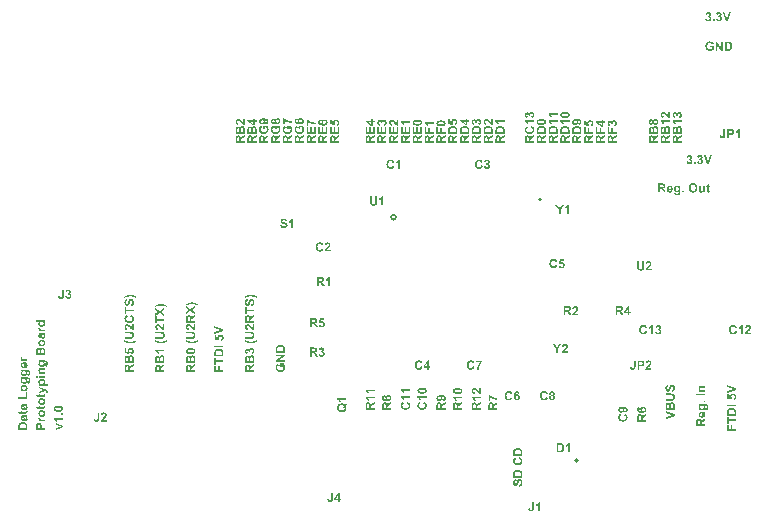
<source format=gto>
G04 Layer_Color=15065295*
%FSLAX25Y25*%
%MOIN*%
G70*
G01*
G75*
%ADD43C,0.00787*%
G36*
X166929Y135029D02*
X166916D01*
X166899Y135033D01*
X166877Y135038D01*
X166850Y135042D01*
X166820Y135047D01*
X166741Y135064D01*
X166654Y135090D01*
X166558Y135125D01*
X166453Y135169D01*
X166352Y135226D01*
X166348D01*
X166339Y135234D01*
X166322Y135243D01*
X166304Y135261D01*
X166274Y135278D01*
X166243Y135304D01*
X166204Y135335D01*
X166160Y135370D01*
X166108Y135409D01*
X166055Y135457D01*
X165994Y135510D01*
X165928Y135571D01*
X165863Y135636D01*
X165789Y135711D01*
X165710Y135789D01*
X165627Y135877D01*
X165622Y135881D01*
X165609Y135894D01*
X165592Y135912D01*
X165566Y135938D01*
X165540Y135973D01*
X165505Y136008D01*
X165426Y136086D01*
X165343Y136165D01*
X165260Y136244D01*
X165225Y136279D01*
X165185Y136314D01*
X165155Y136340D01*
X165129Y136357D01*
X165120Y136362D01*
X165098Y136375D01*
X165063Y136397D01*
X165015Y136419D01*
X164963Y136441D01*
X164901Y136462D01*
X164840Y136476D01*
X164775Y136480D01*
X164744D01*
X164705Y136476D01*
X164661Y136467D01*
X164613Y136454D01*
X164565Y136436D01*
X164517Y136410D01*
X164473Y136375D01*
X164469Y136371D01*
X164456Y136357D01*
X164438Y136331D01*
X164421Y136301D01*
X164403Y136257D01*
X164386Y136209D01*
X164373Y136152D01*
X164368Y136086D01*
Y136078D01*
Y136056D01*
X164373Y136021D01*
X164381Y135982D01*
X164394Y135934D01*
X164416Y135886D01*
X164443Y135837D01*
X164478Y135794D01*
X164482Y135789D01*
X164499Y135776D01*
X164526Y135759D01*
X164565Y135741D01*
X164613Y135720D01*
X164679Y135702D01*
X164753Y135685D01*
X164840Y135676D01*
X164784Y135099D01*
X164779D01*
X164762Y135103D01*
X164740D01*
X164705Y135112D01*
X164665Y135116D01*
X164622Y135129D01*
X164574Y135143D01*
X164517Y135156D01*
X164408Y135199D01*
X164294Y135252D01*
X164237Y135287D01*
X164185Y135326D01*
X164141Y135370D01*
X164097Y135418D01*
X164093Y135422D01*
X164089Y135431D01*
X164080Y135444D01*
X164062Y135466D01*
X164049Y135492D01*
X164032Y135527D01*
X164010Y135562D01*
X163993Y135606D01*
X163971Y135654D01*
X163953Y135706D01*
X163918Y135820D01*
X163896Y135955D01*
X163892Y136025D01*
X163888Y136100D01*
Y136104D01*
Y136121D01*
Y136143D01*
X163892Y136174D01*
X163896Y136213D01*
X163901Y136257D01*
X163909Y136305D01*
X163918Y136357D01*
X163949Y136471D01*
X163993Y136585D01*
X164019Y136646D01*
X164049Y136698D01*
X164089Y136755D01*
X164132Y136803D01*
X164137Y136808D01*
X164141Y136816D01*
X164159Y136825D01*
X164176Y136843D01*
X164198Y136864D01*
X164228Y136886D01*
X164259Y136908D01*
X164298Y136934D01*
X164386Y136978D01*
X164486Y137022D01*
X164543Y137039D01*
X164604Y137048D01*
X164670Y137057D01*
X164735Y137061D01*
X164770D01*
X164810Y137057D01*
X164858Y137052D01*
X164919Y137044D01*
X164985Y137030D01*
X165054Y137013D01*
X165124Y136987D01*
X165133Y136982D01*
X165155Y136974D01*
X165194Y136956D01*
X165242Y136930D01*
X165299Y136899D01*
X165365Y136860D01*
X165435Y136812D01*
X165509Y136755D01*
X165513Y136751D01*
X165535Y136733D01*
X165566Y136707D01*
X165609Y136668D01*
X165662Y136615D01*
X165732Y136550D01*
X165806Y136471D01*
X165898Y136375D01*
X165902Y136371D01*
X165907Y136362D01*
X165920Y136349D01*
X165937Y136331D01*
X165981Y136283D01*
X166033Y136226D01*
X166090Y136170D01*
X166147Y136113D01*
X166195Y136060D01*
X166217Y136043D01*
X166234Y136025D01*
X166239Y136021D01*
X166247Y136012D01*
X166265Y135999D01*
X166287Y135982D01*
X166335Y135942D01*
X166392Y135907D01*
Y137061D01*
X166929D01*
Y135029D01*
D02*
G37*
G36*
X165544Y134710D02*
X165579D01*
X165622Y134706D01*
X165671Y134701D01*
X165771Y134693D01*
X165876Y134675D01*
X165985Y134649D01*
X166090Y134618D01*
X166095D01*
X166103Y134614D01*
X166121Y134605D01*
X166147Y134596D01*
X166173Y134588D01*
X166204Y134570D01*
X166282Y134535D01*
X166365Y134492D01*
X166457Y134435D01*
X166545Y134369D01*
X166628Y134295D01*
X166636Y134286D01*
X166654Y134264D01*
X166680Y134229D01*
X166715Y134181D01*
X166754Y134120D01*
X166794Y134050D01*
X166833Y133963D01*
X166868Y133867D01*
Y133862D01*
X166872Y133858D01*
Y133845D01*
X166877Y133832D01*
X166885Y133783D01*
X166899Y133722D01*
X166912Y133648D01*
X166920Y133556D01*
X166925Y133447D01*
X166929Y133329D01*
Y132184D01*
X163905D01*
Y133294D01*
Y133299D01*
Y133312D01*
Y133329D01*
Y133355D01*
Y133390D01*
X163909Y133425D01*
X163914Y133508D01*
X163918Y133600D01*
X163931Y133696D01*
X163944Y133788D01*
X163966Y133871D01*
Y133875D01*
X163971Y133884D01*
X163975Y133897D01*
X163979Y133915D01*
X164001Y133967D01*
X164032Y134028D01*
X164071Y134098D01*
X164119Y134177D01*
X164176Y134251D01*
X164246Y134325D01*
Y134330D01*
X164255Y134334D01*
X164281Y134356D01*
X164325Y134391D01*
X164381Y134430D01*
X164451Y134478D01*
X164534Y134526D01*
X164630Y134574D01*
X164735Y134614D01*
X164740D01*
X164749Y134618D01*
X164766Y134623D01*
X164788Y134631D01*
X164814Y134636D01*
X164849Y134644D01*
X164888Y134653D01*
X164932Y134666D01*
X164980Y134675D01*
X165037Y134684D01*
X165094Y134693D01*
X165159Y134697D01*
X165295Y134710D01*
X165448Y134714D01*
X165509D01*
X165544Y134710D01*
D02*
G37*
G36*
X170866Y131118D02*
X170211Y130681D01*
X170206Y130676D01*
X170193Y130672D01*
X170176Y130659D01*
X170154Y130641D01*
X170128Y130624D01*
X170093Y130602D01*
X170023Y130554D01*
X169944Y130497D01*
X169874Y130445D01*
X169809Y130397D01*
X169787Y130375D01*
X169765Y130358D01*
X169761Y130353D01*
X169752Y130344D01*
X169734Y130327D01*
X169712Y130305D01*
X169695Y130274D01*
X169673Y130244D01*
X169656Y130209D01*
X169638Y130174D01*
Y130170D01*
X169634Y130156D01*
X169625Y130135D01*
X169621Y130100D01*
X169612Y130056D01*
X169608Y130003D01*
X169603Y129942D01*
Y129868D01*
Y129746D01*
X170866D01*
Y129134D01*
X167842D01*
Y130419D01*
Y130423D01*
Y130440D01*
Y130467D01*
Y130497D01*
X167847Y130537D01*
Y130585D01*
X167851Y130633D01*
Y130690D01*
X167864Y130803D01*
X167877Y130921D01*
X167899Y131030D01*
X167912Y131079D01*
X167925Y131122D01*
Y131127D01*
X167929Y131131D01*
X167943Y131157D01*
X167964Y131196D01*
X167991Y131249D01*
X168034Y131306D01*
X168082Y131363D01*
X168144Y131419D01*
X168218Y131472D01*
X168222D01*
X168227Y131476D01*
X168240Y131485D01*
X168253Y131494D01*
X168297Y131516D01*
X168353Y131542D01*
X168423Y131564D01*
X168502Y131585D01*
X168594Y131603D01*
X168690Y131607D01*
X168725D01*
X168747Y131603D01*
X168777D01*
X168808Y131598D01*
X168886Y131581D01*
X168978Y131559D01*
X169070Y131524D01*
X169166Y131472D01*
X169210Y131441D01*
X169254Y131406D01*
X169258Y131402D01*
X169262Y131397D01*
X169275Y131384D01*
X169289Y131367D01*
X169306Y131350D01*
X169328Y131323D01*
X169350Y131293D01*
X169372Y131258D01*
X169398Y131218D01*
X169420Y131170D01*
X169441Y131122D01*
X169463Y131070D01*
X169485Y131009D01*
X169503Y130947D01*
X169520Y130882D01*
X169533Y130808D01*
Y130812D01*
X169538Y130816D01*
X169555Y130842D01*
X169577Y130877D01*
X169608Y130921D01*
X169647Y130974D01*
X169686Y131026D01*
X169734Y131083D01*
X169787Y131131D01*
X169791Y131135D01*
X169813Y131157D01*
X169848Y131183D01*
X169900Y131223D01*
X169966Y131275D01*
X170010Y131301D01*
X170053Y131332D01*
X170101Y131367D01*
X170154Y131402D01*
X170215Y131441D01*
X170276Y131481D01*
X170866Y131852D01*
Y131118D01*
D02*
G37*
G36*
Y136003D02*
X168677D01*
X168681Y135999D01*
X168690Y135990D01*
X168703Y135973D01*
X168725Y135947D01*
X168751Y135916D01*
X168777Y135881D01*
X168808Y135837D01*
X168843Y135789D01*
X168878Y135737D01*
X168913Y135680D01*
X168952Y135619D01*
X168987Y135553D01*
X169053Y135414D01*
X169114Y135256D01*
X168589D01*
Y135261D01*
X168585Y135265D01*
X168581Y135278D01*
X168576Y135296D01*
X168554Y135339D01*
X168528Y135400D01*
X168493Y135475D01*
X168445Y135558D01*
X168384Y135650D01*
X168314Y135746D01*
X168310Y135750D01*
X168305Y135759D01*
X168292Y135772D01*
X168275Y135789D01*
X168231Y135837D01*
X168174Y135890D01*
X168104Y135951D01*
X168017Y136012D01*
X167925Y136069D01*
X167825Y136113D01*
Y136585D01*
X170866D01*
Y136003D01*
D02*
G37*
G36*
X169481Y134710D02*
X169516D01*
X169560Y134706D01*
X169608Y134701D01*
X169708Y134693D01*
X169813Y134675D01*
X169922Y134649D01*
X170027Y134618D01*
X170031D01*
X170040Y134614D01*
X170058Y134605D01*
X170084Y134596D01*
X170110Y134588D01*
X170141Y134570D01*
X170219Y134535D01*
X170302Y134492D01*
X170394Y134435D01*
X170482Y134369D01*
X170565Y134295D01*
X170573Y134286D01*
X170591Y134264D01*
X170617Y134229D01*
X170652Y134181D01*
X170691Y134120D01*
X170731Y134050D01*
X170770Y133963D01*
X170805Y133867D01*
Y133862D01*
X170809Y133858D01*
Y133845D01*
X170814Y133832D01*
X170823Y133783D01*
X170836Y133722D01*
X170849Y133648D01*
X170857Y133556D01*
X170862Y133447D01*
X170866Y133329D01*
Y132184D01*
X167842D01*
Y133294D01*
Y133299D01*
Y133312D01*
Y133329D01*
Y133355D01*
Y133390D01*
X167847Y133425D01*
X167851Y133508D01*
X167855Y133600D01*
X167868Y133696D01*
X167881Y133788D01*
X167903Y133871D01*
Y133875D01*
X167908Y133884D01*
X167912Y133897D01*
X167916Y133915D01*
X167938Y133967D01*
X167969Y134028D01*
X168008Y134098D01*
X168056Y134177D01*
X168113Y134251D01*
X168183Y134325D01*
Y134330D01*
X168192Y134334D01*
X168218Y134356D01*
X168262Y134391D01*
X168318Y134430D01*
X168388Y134478D01*
X168471Y134526D01*
X168568Y134574D01*
X168672Y134614D01*
X168677D01*
X168685Y134618D01*
X168703Y134623D01*
X168725Y134631D01*
X168751Y134636D01*
X168786Y134644D01*
X168825Y134653D01*
X168869Y134666D01*
X168917Y134675D01*
X168974Y134684D01*
X169031Y134693D01*
X169096Y134697D01*
X169232Y134710D01*
X169385Y134714D01*
X169446D01*
X169481Y134710D01*
D02*
G37*
G36*
X166929Y131118D02*
X166274Y130681D01*
X166269Y130676D01*
X166256Y130672D01*
X166239Y130659D01*
X166217Y130641D01*
X166191Y130624D01*
X166156Y130602D01*
X166086Y130554D01*
X166007Y130497D01*
X165937Y130445D01*
X165872Y130397D01*
X165850Y130375D01*
X165828Y130358D01*
X165823Y130353D01*
X165815Y130344D01*
X165797Y130327D01*
X165776Y130305D01*
X165758Y130274D01*
X165736Y130244D01*
X165719Y130209D01*
X165701Y130174D01*
Y130170D01*
X165697Y130156D01*
X165688Y130135D01*
X165684Y130100D01*
X165675Y130056D01*
X165671Y130003D01*
X165666Y129942D01*
Y129868D01*
Y129746D01*
X166929D01*
Y129134D01*
X163905D01*
Y130419D01*
Y130423D01*
Y130440D01*
Y130467D01*
Y130497D01*
X163909Y130537D01*
Y130585D01*
X163914Y130633D01*
Y130690D01*
X163927Y130803D01*
X163940Y130921D01*
X163962Y131030D01*
X163975Y131079D01*
X163988Y131122D01*
Y131127D01*
X163993Y131131D01*
X164006Y131157D01*
X164028Y131196D01*
X164054Y131249D01*
X164097Y131306D01*
X164146Y131363D01*
X164207Y131419D01*
X164281Y131472D01*
X164285D01*
X164290Y131476D01*
X164303Y131485D01*
X164316Y131494D01*
X164360Y131516D01*
X164416Y131542D01*
X164486Y131564D01*
X164565Y131585D01*
X164657Y131603D01*
X164753Y131607D01*
X164788D01*
X164810Y131603D01*
X164840D01*
X164871Y131598D01*
X164950Y131581D01*
X165041Y131559D01*
X165133Y131524D01*
X165229Y131472D01*
X165273Y131441D01*
X165317Y131406D01*
X165321Y131402D01*
X165325Y131397D01*
X165339Y131384D01*
X165352Y131367D01*
X165369Y131350D01*
X165391Y131323D01*
X165413Y131293D01*
X165435Y131258D01*
X165461Y131218D01*
X165483Y131170D01*
X165505Y131122D01*
X165526Y131070D01*
X165548Y131009D01*
X165566Y130947D01*
X165583Y130882D01*
X165596Y130808D01*
Y130812D01*
X165601Y130816D01*
X165618Y130842D01*
X165640Y130877D01*
X165671Y130921D01*
X165710Y130974D01*
X165749Y131026D01*
X165797Y131083D01*
X165850Y131131D01*
X165854Y131135D01*
X165876Y131157D01*
X165911Y131183D01*
X165963Y131223D01*
X166029Y131275D01*
X166073Y131301D01*
X166116Y131332D01*
X166164Y131367D01*
X166217Y131402D01*
X166278Y131441D01*
X166339Y131481D01*
X166929Y131852D01*
Y131118D01*
D02*
G37*
G36*
X158448Y136803D02*
X159055D01*
Y136244D01*
X158448D01*
Y135003D01*
X157945D01*
X156018Y136314D01*
Y136803D01*
X157941D01*
Y137179D01*
X158448D01*
Y136803D01*
D02*
G37*
G36*
X157670Y134710D02*
X157705D01*
X157748Y134706D01*
X157797Y134701D01*
X157897Y134693D01*
X158002Y134675D01*
X158111Y134649D01*
X158216Y134618D01*
X158221D01*
X158229Y134614D01*
X158247Y134605D01*
X158273Y134596D01*
X158299Y134588D01*
X158330Y134570D01*
X158408Y134535D01*
X158491Y134492D01*
X158583Y134435D01*
X158671Y134369D01*
X158754Y134295D01*
X158762Y134286D01*
X158780Y134264D01*
X158806Y134229D01*
X158841Y134181D01*
X158880Y134120D01*
X158920Y134050D01*
X158959Y133963D01*
X158994Y133867D01*
Y133862D01*
X158998Y133858D01*
Y133845D01*
X159003Y133832D01*
X159011Y133783D01*
X159025Y133722D01*
X159038Y133648D01*
X159046Y133556D01*
X159051Y133447D01*
X159055Y133329D01*
Y132184D01*
X156031D01*
Y133294D01*
Y133299D01*
Y133312D01*
Y133329D01*
Y133355D01*
Y133390D01*
X156035Y133425D01*
X156040Y133508D01*
X156044Y133600D01*
X156057Y133696D01*
X156070Y133788D01*
X156092Y133871D01*
Y133875D01*
X156097Y133884D01*
X156101Y133897D01*
X156105Y133915D01*
X156127Y133967D01*
X156158Y134028D01*
X156197Y134098D01*
X156245Y134177D01*
X156302Y134251D01*
X156372Y134325D01*
Y134330D01*
X156381Y134334D01*
X156407Y134356D01*
X156451Y134391D01*
X156507Y134430D01*
X156577Y134478D01*
X156660Y134526D01*
X156756Y134574D01*
X156861Y134614D01*
X156866D01*
X156875Y134618D01*
X156892Y134623D01*
X156914Y134631D01*
X156940Y134636D01*
X156975Y134644D01*
X157014Y134653D01*
X157058Y134666D01*
X157106Y134675D01*
X157163Y134684D01*
X157220Y134693D01*
X157285Y134697D01*
X157421Y134710D01*
X157574Y134714D01*
X157635D01*
X157670Y134710D01*
D02*
G37*
G36*
X162992Y131118D02*
X162337Y130681D01*
X162332Y130676D01*
X162319Y130672D01*
X162302Y130659D01*
X162280Y130641D01*
X162254Y130624D01*
X162219Y130602D01*
X162149Y130554D01*
X162070Y130497D01*
X162000Y130445D01*
X161935Y130397D01*
X161913Y130375D01*
X161891Y130358D01*
X161887Y130353D01*
X161878Y130344D01*
X161860Y130327D01*
X161838Y130305D01*
X161821Y130274D01*
X161799Y130244D01*
X161782Y130209D01*
X161764Y130174D01*
Y130170D01*
X161760Y130156D01*
X161751Y130135D01*
X161747Y130100D01*
X161738Y130056D01*
X161734Y130003D01*
X161729Y129942D01*
Y129868D01*
Y129746D01*
X162992D01*
Y129134D01*
X159968D01*
Y130419D01*
Y130423D01*
Y130440D01*
Y130467D01*
Y130497D01*
X159973Y130537D01*
Y130585D01*
X159977Y130633D01*
Y130690D01*
X159990Y130803D01*
X160003Y130921D01*
X160025Y131030D01*
X160038Y131079D01*
X160051Y131122D01*
Y131127D01*
X160055Y131131D01*
X160069Y131157D01*
X160090Y131196D01*
X160117Y131249D01*
X160160Y131306D01*
X160208Y131363D01*
X160270Y131419D01*
X160344Y131472D01*
X160348D01*
X160353Y131476D01*
X160366Y131485D01*
X160379Y131494D01*
X160423Y131516D01*
X160479Y131542D01*
X160549Y131564D01*
X160628Y131585D01*
X160720Y131603D01*
X160816Y131607D01*
X160851D01*
X160873Y131603D01*
X160903D01*
X160934Y131598D01*
X161012Y131581D01*
X161104Y131559D01*
X161196Y131524D01*
X161292Y131472D01*
X161336Y131441D01*
X161380Y131406D01*
X161384Y131402D01*
X161388Y131397D01*
X161401Y131384D01*
X161415Y131367D01*
X161432Y131350D01*
X161454Y131323D01*
X161476Y131293D01*
X161498Y131258D01*
X161524Y131218D01*
X161546Y131170D01*
X161567Y131122D01*
X161589Y131070D01*
X161611Y131009D01*
X161629Y130947D01*
X161646Y130882D01*
X161659Y130808D01*
Y130812D01*
X161664Y130816D01*
X161681Y130842D01*
X161703Y130877D01*
X161734Y130921D01*
X161773Y130974D01*
X161812Y131026D01*
X161860Y131083D01*
X161913Y131131D01*
X161917Y131135D01*
X161939Y131157D01*
X161974Y131183D01*
X162026Y131223D01*
X162092Y131275D01*
X162136Y131301D01*
X162179Y131332D01*
X162227Y131367D01*
X162280Y131402D01*
X162341Y131441D01*
X162402Y131481D01*
X162992Y131852D01*
Y131118D01*
D02*
G37*
G36*
X162153Y137087D02*
X162188Y137083D01*
X162227Y137074D01*
X162276Y137065D01*
X162323Y137057D01*
X162428Y137022D01*
X162485Y136995D01*
X162546Y136969D01*
X162603Y136934D01*
X162660Y136895D01*
X162717Y136851D01*
X162769Y136799D01*
X162774Y136794D01*
X162782Y136786D01*
X162795Y136768D01*
X162813Y136746D01*
X162835Y136716D01*
X162857Y136685D01*
X162883Y136642D01*
X162909Y136598D01*
X162935Y136550D01*
X162961Y136493D01*
X162983Y136432D01*
X163005Y136371D01*
X163023Y136301D01*
X163036Y136231D01*
X163045Y136152D01*
X163049Y136073D01*
Y136069D01*
Y136056D01*
Y136034D01*
X163045Y136003D01*
X163040Y135968D01*
X163036Y135929D01*
X163027Y135886D01*
X163018Y135833D01*
X162992Y135728D01*
X162948Y135615D01*
X162922Y135553D01*
X162892Y135501D01*
X162852Y135444D01*
X162813Y135392D01*
X162809Y135387D01*
X162800Y135379D01*
X162787Y135365D01*
X162769Y135348D01*
X162747Y135326D01*
X162717Y135304D01*
X162686Y135278D01*
X162647Y135252D01*
X162603Y135226D01*
X162559Y135195D01*
X162455Y135147D01*
X162332Y135108D01*
X162267Y135090D01*
X162197Y135081D01*
X162127Y135641D01*
X162136D01*
X162162Y135645D01*
X162201Y135654D01*
X162249Y135667D01*
X162302Y135689D01*
X162358Y135711D01*
X162411Y135746D01*
X162459Y135785D01*
X162463Y135789D01*
X162477Y135807D01*
X162494Y135833D01*
X162511Y135864D01*
X162533Y135907D01*
X162551Y135955D01*
X162564Y136008D01*
X162568Y136069D01*
Y136078D01*
X162564Y136100D01*
X162559Y136130D01*
X162551Y136174D01*
X162533Y136222D01*
X162511Y136270D01*
X162477Y136322D01*
X162433Y136371D01*
X162428Y136375D01*
X162407Y136392D01*
X162376Y136410D01*
X162337Y136436D01*
X162284Y136458D01*
X162219Y136480D01*
X162144Y136493D01*
X162061Y136497D01*
X162026D01*
X161987Y136493D01*
X161935Y136484D01*
X161878Y136467D01*
X161821Y136445D01*
X161764Y136414D01*
X161712Y136375D01*
X161707Y136371D01*
X161690Y136353D01*
X161668Y136327D01*
X161646Y136296D01*
X161620Y136253D01*
X161602Y136205D01*
X161585Y136152D01*
X161581Y136091D01*
Y136086D01*
Y136069D01*
Y136047D01*
X161585Y136017D01*
X161589Y135977D01*
X161598Y135929D01*
X161611Y135881D01*
X161624Y135824D01*
X161157Y135886D01*
Y135890D01*
Y135894D01*
Y135907D01*
Y135925D01*
X161152Y135968D01*
X161148Y136021D01*
X161135Y136078D01*
X161117Y136139D01*
X161091Y136196D01*
X161056Y136248D01*
X161052Y136253D01*
X161034Y136270D01*
X161012Y136288D01*
X160978Y136314D01*
X160938Y136336D01*
X160890Y136357D01*
X160833Y136371D01*
X160768Y136375D01*
X160742D01*
X160715Y136371D01*
X160680Y136362D01*
X160641Y136353D01*
X160602Y136336D01*
X160558Y136314D01*
X160523Y136283D01*
X160519Y136279D01*
X160510Y136266D01*
X160493Y136248D01*
X160475Y136218D01*
X160462Y136183D01*
X160444Y136143D01*
X160436Y136091D01*
X160431Y136038D01*
Y136034D01*
Y136012D01*
X160436Y135986D01*
X160444Y135951D01*
X160458Y135912D01*
X160475Y135868D01*
X160501Y135824D01*
X160536Y135785D01*
X160541Y135781D01*
X160554Y135767D01*
X160580Y135750D01*
X160615Y135728D01*
X160654Y135706D01*
X160707Y135689D01*
X160768Y135671D01*
X160838Y135658D01*
X160750Y135125D01*
X160746D01*
X160737Y135129D01*
X160724D01*
X160702Y135134D01*
X160654Y135147D01*
X160589Y135164D01*
X160519Y135191D01*
X160444Y135217D01*
X160374Y135252D01*
X160309Y135291D01*
X160300Y135296D01*
X160283Y135313D01*
X160252Y135339D01*
X160213Y135374D01*
X160173Y135418D01*
X160130Y135470D01*
X160086Y135536D01*
X160047Y135606D01*
Y135610D01*
X160042Y135615D01*
X160034Y135641D01*
X160016Y135685D01*
X159999Y135737D01*
X159981Y135802D01*
X159964Y135881D01*
X159955Y135964D01*
X159951Y136056D01*
Y136060D01*
Y136073D01*
Y136095D01*
X159955Y136126D01*
X159959Y136165D01*
X159964Y136205D01*
X159973Y136253D01*
X159986Y136301D01*
X160016Y136410D01*
X160038Y136467D01*
X160069Y136528D01*
X160099Y136585D01*
X160134Y136637D01*
X160178Y136694D01*
X160226Y136742D01*
X160230Y136746D01*
X160235Y136751D01*
X160248Y136764D01*
X160265Y136777D01*
X160309Y136812D01*
X160370Y136851D01*
X160444Y136891D01*
X160532Y136921D01*
X160628Y136947D01*
X160676Y136952D01*
X160729Y136956D01*
X160746D01*
X160768Y136952D01*
X160794Y136947D01*
X160829Y136943D01*
X160868Y136934D01*
X160912Y136921D01*
X160960Y136904D01*
X161008Y136878D01*
X161061Y136851D01*
X161113Y136816D01*
X161165Y136773D01*
X161218Y136720D01*
X161270Y136663D01*
X161318Y136598D01*
X161366Y136519D01*
Y136523D01*
X161371Y136532D01*
Y136545D01*
X161380Y136563D01*
X161393Y136611D01*
X161419Y136668D01*
X161454Y136733D01*
X161498Y136803D01*
X161554Y136873D01*
X161620Y136934D01*
X161629Y136943D01*
X161655Y136960D01*
X161694Y136982D01*
X161751Y137013D01*
X161817Y137044D01*
X161900Y137065D01*
X161987Y137083D01*
X162088Y137092D01*
X162127D01*
X162153Y137087D01*
D02*
G37*
G36*
X161607Y134710D02*
X161642D01*
X161686Y134706D01*
X161734Y134701D01*
X161834Y134693D01*
X161939Y134675D01*
X162048Y134649D01*
X162153Y134618D01*
X162157D01*
X162166Y134614D01*
X162184Y134605D01*
X162210Y134596D01*
X162236Y134588D01*
X162267Y134570D01*
X162345Y134535D01*
X162428Y134492D01*
X162520Y134435D01*
X162608Y134369D01*
X162691Y134295D01*
X162699Y134286D01*
X162717Y134264D01*
X162743Y134229D01*
X162778Y134181D01*
X162817Y134120D01*
X162857Y134050D01*
X162896Y133963D01*
X162931Y133867D01*
Y133862D01*
X162935Y133858D01*
Y133845D01*
X162940Y133832D01*
X162948Y133783D01*
X162961Y133722D01*
X162975Y133648D01*
X162983Y133556D01*
X162988Y133447D01*
X162992Y133329D01*
Y132184D01*
X159968D01*
Y133294D01*
Y133299D01*
Y133312D01*
Y133329D01*
Y133355D01*
Y133390D01*
X159973Y133425D01*
X159977Y133508D01*
X159981Y133600D01*
X159994Y133696D01*
X160007Y133788D01*
X160029Y133871D01*
Y133875D01*
X160034Y133884D01*
X160038Y133897D01*
X160042Y133915D01*
X160064Y133967D01*
X160095Y134028D01*
X160134Y134098D01*
X160182Y134177D01*
X160239Y134251D01*
X160309Y134325D01*
Y134330D01*
X160318Y134334D01*
X160344Y134356D01*
X160388Y134391D01*
X160444Y134430D01*
X160514Y134478D01*
X160597Y134526D01*
X160694Y134574D01*
X160798Y134614D01*
X160803D01*
X160811Y134618D01*
X160829Y134623D01*
X160851Y134631D01*
X160877Y134636D01*
X160912Y134644D01*
X160951Y134653D01*
X160995Y134666D01*
X161043Y134675D01*
X161100Y134684D01*
X161157Y134693D01*
X161222Y134697D01*
X161358Y134710D01*
X161511Y134714D01*
X161572D01*
X161607Y134710D01*
D02*
G37*
G36*
X99602Y134894D02*
X99611Y134880D01*
X99624Y134867D01*
X99642Y134845D01*
X99659Y134824D01*
X99703Y134762D01*
X99751Y134679D01*
X99808Y134583D01*
X99865Y134474D01*
X99917Y134343D01*
Y134338D01*
X99921Y134325D01*
X99930Y134308D01*
X99939Y134282D01*
X99948Y134247D01*
X99961Y134207D01*
X99974Y134164D01*
X99987Y134116D01*
X100013Y134006D01*
X100035Y133880D01*
X100052Y133749D01*
X100057Y133609D01*
Y133604D01*
Y133587D01*
Y133561D01*
X100052Y133530D01*
Y133486D01*
X100048Y133438D01*
X100039Y133386D01*
X100031Y133325D01*
X100009Y133198D01*
X99974Y133058D01*
X99926Y132914D01*
X99895Y132848D01*
X99860Y132778D01*
X99856Y132774D01*
X99851Y132765D01*
X99838Y132744D01*
X99821Y132722D01*
X99803Y132691D01*
X99777Y132660D01*
X99747Y132621D01*
X99712Y132582D01*
X99633Y132494D01*
X99532Y132407D01*
X99419Y132324D01*
X99288Y132250D01*
X99283D01*
X99270Y132241D01*
X99248Y132232D01*
X99222Y132223D01*
X99187Y132210D01*
X99148Y132193D01*
X99100Y132180D01*
X99047Y132162D01*
X98990Y132145D01*
X98925Y132132D01*
X98790Y132101D01*
X98641Y132084D01*
X98479Y132075D01*
X98431D01*
X98401Y132079D01*
X98357D01*
X98309Y132084D01*
X98256Y132092D01*
X98195Y132101D01*
X98068Y132123D01*
X97924Y132158D01*
X97780Y132206D01*
X97710Y132237D01*
X97640Y132272D01*
X97636Y132276D01*
X97623Y132280D01*
X97605Y132293D01*
X97579Y132307D01*
X97548Y132328D01*
X97514Y132354D01*
X97474Y132385D01*
X97430Y132416D01*
X97387Y132455D01*
X97339Y132499D01*
X97291Y132547D01*
X97242Y132599D01*
X97199Y132656D01*
X97151Y132713D01*
X97072Y132848D01*
Y132853D01*
X97063Y132861D01*
X97059Y132879D01*
X97046Y132901D01*
X97037Y132931D01*
X97024Y132962D01*
X97011Y133006D01*
X96993Y133049D01*
X96980Y133098D01*
X96967Y133154D01*
X96954Y133215D01*
X96941Y133277D01*
X96924Y133416D01*
X96919Y133574D01*
Y133578D01*
Y133600D01*
Y133626D01*
X96924Y133666D01*
X96928Y133714D01*
X96932Y133770D01*
X96937Y133832D01*
X96950Y133897D01*
X96976Y134037D01*
X97020Y134181D01*
X97046Y134256D01*
X97076Y134325D01*
X97111Y134391D01*
X97155Y134452D01*
X97159Y134457D01*
X97164Y134465D01*
X97181Y134483D01*
X97199Y134505D01*
X97221Y134531D01*
X97251Y134557D01*
X97286Y134588D01*
X97326Y134623D01*
X97369Y134658D01*
X97417Y134693D01*
X97470Y134728D01*
X97531Y134758D01*
X97592Y134793D01*
X97658Y134819D01*
X97732Y134845D01*
X97806Y134863D01*
X97920Y134256D01*
X97916D01*
X97911Y134251D01*
X97885Y134242D01*
X97846Y134225D01*
X97793Y134199D01*
X97736Y134168D01*
X97680Y134124D01*
X97623Y134072D01*
X97570Y134011D01*
X97566Y134002D01*
X97548Y133980D01*
X97527Y133941D01*
X97505Y133893D01*
X97478Y133827D01*
X97461Y133753D01*
X97444Y133670D01*
X97439Y133574D01*
Y133569D01*
Y133556D01*
Y133534D01*
X97444Y133508D01*
X97448Y133473D01*
X97452Y133434D01*
X97461Y133390D01*
X97470Y133342D01*
X97500Y133242D01*
X97522Y133189D01*
X97548Y133137D01*
X97579Y133084D01*
X97610Y133032D01*
X97653Y132984D01*
X97697Y132936D01*
X97701Y132931D01*
X97710Y132927D01*
X97723Y132914D01*
X97745Y132901D01*
X97771Y132883D01*
X97802Y132861D01*
X97841Y132840D01*
X97885Y132822D01*
X97937Y132800D01*
X97994Y132778D01*
X98055Y132757D01*
X98121Y132739D01*
X98195Y132726D01*
X98278Y132713D01*
X98361Y132709D01*
X98453Y132704D01*
X98506D01*
X98540Y132709D01*
X98589Y132713D01*
X98637Y132717D01*
X98698Y132726D01*
X98759Y132735D01*
X98890Y132761D01*
X99025Y132805D01*
X99091Y132831D01*
X99152Y132861D01*
X99213Y132901D01*
X99266Y132940D01*
X99270Y132945D01*
X99279Y132953D01*
X99292Y132966D01*
X99309Y132984D01*
X99327Y133010D01*
X99353Y133036D01*
X99375Y133071D01*
X99401Y133111D01*
X99427Y133154D01*
X99449Y133198D01*
X99493Y133307D01*
X99511Y133368D01*
X99524Y133430D01*
X99532Y133500D01*
X99537Y133569D01*
Y133574D01*
Y133578D01*
Y133604D01*
X99532Y133639D01*
X99528Y133692D01*
X99519Y133749D01*
X99506Y133814D01*
X99489Y133884D01*
X99462Y133954D01*
Y133958D01*
X99458Y133963D01*
X99449Y133985D01*
X99432Y134024D01*
X99410Y134068D01*
X99384Y134120D01*
X99353Y134177D01*
X99318Y134234D01*
X99279Y134286D01*
X98890D01*
Y133587D01*
X98379D01*
Y134902D01*
X99594D01*
X99602Y134894D01*
D02*
G37*
G36*
X100000Y131118D02*
X99344Y130681D01*
X99340Y130676D01*
X99327Y130672D01*
X99309Y130659D01*
X99288Y130641D01*
X99261Y130624D01*
X99226Y130602D01*
X99157Y130554D01*
X99078Y130497D01*
X99008Y130445D01*
X98943Y130397D01*
X98921Y130375D01*
X98899Y130358D01*
X98894Y130353D01*
X98886Y130344D01*
X98868Y130327D01*
X98846Y130305D01*
X98829Y130274D01*
X98807Y130244D01*
X98790Y130209D01*
X98772Y130174D01*
Y130170D01*
X98768Y130156D01*
X98759Y130135D01*
X98755Y130100D01*
X98746Y130056D01*
X98741Y130003D01*
X98737Y129942D01*
Y129868D01*
Y129746D01*
X100000D01*
Y129134D01*
X96976D01*
Y130419D01*
Y130423D01*
Y130440D01*
Y130467D01*
Y130497D01*
X96980Y130537D01*
Y130585D01*
X96985Y130633D01*
Y130690D01*
X96998Y130803D01*
X97011Y130921D01*
X97033Y131030D01*
X97046Y131079D01*
X97059Y131122D01*
Y131127D01*
X97063Y131131D01*
X97076Y131157D01*
X97098Y131196D01*
X97124Y131249D01*
X97168Y131306D01*
X97216Y131363D01*
X97277Y131419D01*
X97352Y131472D01*
X97356D01*
X97360Y131476D01*
X97374Y131485D01*
X97387Y131494D01*
X97430Y131516D01*
X97487Y131542D01*
X97557Y131564D01*
X97636Y131585D01*
X97728Y131603D01*
X97824Y131607D01*
X97859D01*
X97881Y131603D01*
X97911D01*
X97942Y131598D01*
X98020Y131581D01*
X98112Y131559D01*
X98204Y131524D01*
X98300Y131472D01*
X98344Y131441D01*
X98387Y131406D01*
X98392Y131402D01*
X98396Y131397D01*
X98409Y131384D01*
X98422Y131367D01*
X98440Y131350D01*
X98462Y131323D01*
X98484Y131293D01*
X98506Y131258D01*
X98532Y131218D01*
X98554Y131170D01*
X98575Y131122D01*
X98597Y131070D01*
X98619Y131009D01*
X98637Y130947D01*
X98654Y130882D01*
X98667Y130808D01*
Y130812D01*
X98672Y130816D01*
X98689Y130842D01*
X98711Y130877D01*
X98741Y130921D01*
X98781Y130974D01*
X98820Y131026D01*
X98868Y131083D01*
X98921Y131131D01*
X98925Y131135D01*
X98947Y131157D01*
X98982Y131183D01*
X99034Y131223D01*
X99100Y131275D01*
X99143Y131301D01*
X99187Y131332D01*
X99235Y131367D01*
X99288Y131402D01*
X99349Y131441D01*
X99410Y131481D01*
X100000Y131852D01*
Y131118D01*
D02*
G37*
G36*
X97439Y137319D02*
X97448Y137310D01*
X97461Y137297D01*
X97478Y137279D01*
X97505Y137258D01*
X97535Y137232D01*
X97570Y137201D01*
X97614Y137166D01*
X97662Y137131D01*
X97715Y137092D01*
X97771Y137048D01*
X97833Y137004D01*
X97902Y136960D01*
X97972Y136917D01*
X98051Y136869D01*
X98134Y136821D01*
X98138Y136816D01*
X98156Y136808D01*
X98178Y136794D01*
X98213Y136777D01*
X98252Y136759D01*
X98304Y136733D01*
X98361Y136707D01*
X98422Y136677D01*
X98492Y136646D01*
X98567Y136615D01*
X98645Y136580D01*
X98728Y136550D01*
X98908Y136489D01*
X99095Y136432D01*
X99100D01*
X99117Y136427D01*
X99143Y136419D01*
X99183Y136410D01*
X99226Y136401D01*
X99275Y136392D01*
X99336Y136379D01*
X99397Y136366D01*
X99467Y136353D01*
X99537Y136344D01*
X99690Y136322D01*
X99847Y136309D01*
X100000Y136305D01*
Y135746D01*
X99974D01*
X99939Y135750D01*
X99891D01*
X99834Y135754D01*
X99768Y135763D01*
X99690Y135772D01*
X99607Y135785D01*
X99515Y135798D01*
X99414Y135816D01*
X99309Y135837D01*
X99196Y135859D01*
X99082Y135890D01*
X98964Y135921D01*
X98846Y135960D01*
X98724Y136003D01*
X98715Y136008D01*
X98693Y136017D01*
X98658Y136030D01*
X98615Y136047D01*
X98558Y136073D01*
X98488Y136104D01*
X98414Y136139D01*
X98331Y136178D01*
X98243Y136222D01*
X98151Y136270D01*
X98051Y136322D01*
X97955Y136384D01*
X97750Y136510D01*
X97553Y136655D01*
Y135339D01*
X97015D01*
Y137323D01*
X97435D01*
X97439Y137319D01*
D02*
G37*
G36*
X95665Y134894D02*
X95674Y134880D01*
X95687Y134867D01*
X95705Y134845D01*
X95722Y134824D01*
X95766Y134762D01*
X95814Y134679D01*
X95871Y134583D01*
X95928Y134474D01*
X95980Y134343D01*
Y134338D01*
X95984Y134325D01*
X95993Y134308D01*
X96002Y134282D01*
X96011Y134247D01*
X96024Y134207D01*
X96037Y134164D01*
X96050Y134116D01*
X96076Y134006D01*
X96098Y133880D01*
X96115Y133749D01*
X96120Y133609D01*
Y133604D01*
Y133587D01*
Y133561D01*
X96115Y133530D01*
Y133486D01*
X96111Y133438D01*
X96102Y133386D01*
X96094Y133325D01*
X96072Y133198D01*
X96037Y133058D01*
X95989Y132914D01*
X95958Y132848D01*
X95923Y132778D01*
X95919Y132774D01*
X95914Y132765D01*
X95901Y132744D01*
X95884Y132722D01*
X95866Y132691D01*
X95840Y132660D01*
X95810Y132621D01*
X95775Y132582D01*
X95696Y132494D01*
X95595Y132407D01*
X95482Y132324D01*
X95351Y132250D01*
X95346D01*
X95333Y132241D01*
X95311Y132232D01*
X95285Y132223D01*
X95250Y132210D01*
X95211Y132193D01*
X95163Y132180D01*
X95110Y132162D01*
X95053Y132145D01*
X94988Y132132D01*
X94853Y132101D01*
X94704Y132084D01*
X94542Y132075D01*
X94494D01*
X94464Y132079D01*
X94420D01*
X94372Y132084D01*
X94319Y132092D01*
X94258Y132101D01*
X94131Y132123D01*
X93987Y132158D01*
X93843Y132206D01*
X93773Y132237D01*
X93703Y132272D01*
X93699Y132276D01*
X93686Y132280D01*
X93668Y132293D01*
X93642Y132307D01*
X93611Y132328D01*
X93577Y132354D01*
X93537Y132385D01*
X93493Y132416D01*
X93450Y132455D01*
X93402Y132499D01*
X93354Y132547D01*
X93305Y132599D01*
X93262Y132656D01*
X93214Y132713D01*
X93135Y132848D01*
Y132853D01*
X93126Y132861D01*
X93122Y132879D01*
X93109Y132901D01*
X93100Y132931D01*
X93087Y132962D01*
X93074Y133006D01*
X93056Y133049D01*
X93043Y133098D01*
X93030Y133154D01*
X93017Y133215D01*
X93004Y133277D01*
X92987Y133416D01*
X92982Y133574D01*
Y133578D01*
Y133600D01*
Y133626D01*
X92987Y133666D01*
X92991Y133714D01*
X92995Y133770D01*
X93000Y133832D01*
X93013Y133897D01*
X93039Y134037D01*
X93083Y134181D01*
X93109Y134256D01*
X93139Y134325D01*
X93174Y134391D01*
X93218Y134452D01*
X93222Y134457D01*
X93227Y134465D01*
X93244Y134483D01*
X93262Y134505D01*
X93284Y134531D01*
X93314Y134557D01*
X93349Y134588D01*
X93389Y134623D01*
X93432Y134658D01*
X93480Y134693D01*
X93533Y134728D01*
X93594Y134758D01*
X93655Y134793D01*
X93721Y134819D01*
X93795Y134845D01*
X93869Y134863D01*
X93983Y134256D01*
X93979D01*
X93974Y134251D01*
X93948Y134242D01*
X93909Y134225D01*
X93856Y134199D01*
X93799Y134168D01*
X93743Y134124D01*
X93686Y134072D01*
X93633Y134011D01*
X93629Y134002D01*
X93611Y133980D01*
X93590Y133941D01*
X93568Y133893D01*
X93542Y133827D01*
X93524Y133753D01*
X93507Y133670D01*
X93502Y133574D01*
Y133569D01*
Y133556D01*
Y133534D01*
X93507Y133508D01*
X93511Y133473D01*
X93515Y133434D01*
X93524Y133390D01*
X93533Y133342D01*
X93563Y133242D01*
X93585Y133189D01*
X93611Y133137D01*
X93642Y133084D01*
X93673Y133032D01*
X93716Y132984D01*
X93760Y132936D01*
X93764Y132931D01*
X93773Y132927D01*
X93786Y132914D01*
X93808Y132901D01*
X93834Y132883D01*
X93865Y132861D01*
X93904Y132840D01*
X93948Y132822D01*
X94000Y132800D01*
X94057Y132778D01*
X94118Y132757D01*
X94184Y132739D01*
X94258Y132726D01*
X94341Y132713D01*
X94424Y132709D01*
X94516Y132704D01*
X94569D01*
X94603Y132709D01*
X94652Y132713D01*
X94700Y132717D01*
X94761Y132726D01*
X94822Y132735D01*
X94953Y132761D01*
X95088Y132805D01*
X95154Y132831D01*
X95215Y132861D01*
X95276Y132901D01*
X95329Y132940D01*
X95333Y132945D01*
X95342Y132953D01*
X95355Y132966D01*
X95372Y132984D01*
X95390Y133010D01*
X95416Y133036D01*
X95438Y133071D01*
X95464Y133111D01*
X95490Y133154D01*
X95512Y133198D01*
X95556Y133307D01*
X95574Y133368D01*
X95587Y133430D01*
X95595Y133500D01*
X95600Y133569D01*
Y133574D01*
Y133578D01*
Y133604D01*
X95595Y133639D01*
X95591Y133692D01*
X95582Y133749D01*
X95569Y133814D01*
X95552Y133884D01*
X95525Y133954D01*
Y133958D01*
X95521Y133963D01*
X95512Y133985D01*
X95495Y134024D01*
X95473Y134068D01*
X95447Y134120D01*
X95416Y134177D01*
X95381Y134234D01*
X95342Y134286D01*
X94953D01*
Y133587D01*
X94442D01*
Y134902D01*
X95657D01*
X95665Y134894D01*
D02*
G37*
G36*
X96063Y131118D02*
X95407Y130681D01*
X95403Y130676D01*
X95390Y130672D01*
X95372Y130659D01*
X95351Y130641D01*
X95324Y130624D01*
X95289Y130602D01*
X95220Y130554D01*
X95141Y130497D01*
X95071Y130445D01*
X95006Y130397D01*
X94984Y130375D01*
X94962Y130358D01*
X94957Y130353D01*
X94949Y130344D01*
X94931Y130327D01*
X94909Y130305D01*
X94892Y130274D01*
X94870Y130244D01*
X94853Y130209D01*
X94835Y130174D01*
Y130170D01*
X94831Y130156D01*
X94822Y130135D01*
X94818Y130100D01*
X94809Y130056D01*
X94804Y130003D01*
X94800Y129942D01*
Y129868D01*
Y129746D01*
X96063D01*
Y129134D01*
X93039D01*
Y130419D01*
Y130423D01*
Y130440D01*
Y130467D01*
Y130497D01*
X93043Y130537D01*
Y130585D01*
X93048Y130633D01*
Y130690D01*
X93061Y130803D01*
X93074Y130921D01*
X93096Y131030D01*
X93109Y131079D01*
X93122Y131122D01*
Y131127D01*
X93126Y131131D01*
X93139Y131157D01*
X93161Y131196D01*
X93187Y131249D01*
X93231Y131306D01*
X93279Y131363D01*
X93340Y131419D01*
X93415Y131472D01*
X93419D01*
X93423Y131476D01*
X93437Y131485D01*
X93450Y131494D01*
X93493Y131516D01*
X93550Y131542D01*
X93620Y131564D01*
X93699Y131585D01*
X93791Y131603D01*
X93887Y131607D01*
X93922D01*
X93944Y131603D01*
X93974D01*
X94005Y131598D01*
X94083Y131581D01*
X94175Y131559D01*
X94267Y131524D01*
X94363Y131472D01*
X94407Y131441D01*
X94450Y131406D01*
X94455Y131402D01*
X94459Y131397D01*
X94472Y131384D01*
X94485Y131367D01*
X94503Y131350D01*
X94525Y131323D01*
X94547Y131293D01*
X94569Y131258D01*
X94595Y131218D01*
X94617Y131170D01*
X94638Y131122D01*
X94660Y131070D01*
X94682Y131009D01*
X94700Y130947D01*
X94717Y130882D01*
X94730Y130808D01*
Y130812D01*
X94735Y130816D01*
X94752Y130842D01*
X94774Y130877D01*
X94804Y130921D01*
X94844Y130974D01*
X94883Y131026D01*
X94931Y131083D01*
X94984Y131131D01*
X94988Y131135D01*
X95010Y131157D01*
X95045Y131183D01*
X95097Y131223D01*
X95163Y131275D01*
X95206Y131301D01*
X95250Y131332D01*
X95298Y131367D01*
X95351Y131402D01*
X95412Y131441D01*
X95473Y131481D01*
X96063Y131852D01*
Y131118D01*
D02*
G37*
G36*
X103045Y137358D02*
X103085Y137354D01*
X103129Y137349D01*
X103181Y137341D01*
X103233Y137328D01*
X103356Y137297D01*
X103417Y137275D01*
X103478Y137245D01*
X103539Y137214D01*
X103601Y137179D01*
X103662Y137135D01*
X103714Y137087D01*
X103718Y137083D01*
X103727Y137074D01*
X103740Y137061D01*
X103758Y137039D01*
X103780Y137013D01*
X103802Y136978D01*
X103828Y136943D01*
X103854Y136899D01*
X103880Y136851D01*
X103906Y136799D01*
X103928Y136742D01*
X103950Y136677D01*
X103968Y136611D01*
X103981Y136541D01*
X103990Y136467D01*
X103994Y136388D01*
Y136384D01*
Y136366D01*
X103990Y136344D01*
Y136314D01*
X103981Y136274D01*
X103976Y136226D01*
X103963Y136178D01*
X103950Y136121D01*
X103933Y136065D01*
X103906Y136003D01*
X103880Y135938D01*
X103845Y135877D01*
X103806Y135811D01*
X103758Y135750D01*
X103701Y135689D01*
X103640Y135632D01*
X103636Y135628D01*
X103622Y135619D01*
X103601Y135606D01*
X103570Y135588D01*
X103531Y135562D01*
X103482Y135540D01*
X103426Y135514D01*
X103360Y135488D01*
X103281Y135457D01*
X103199Y135431D01*
X103102Y135409D01*
X102993Y135387D01*
X102880Y135365D01*
X102753Y135352D01*
X102617Y135344D01*
X102469Y135339D01*
X102390D01*
X102333Y135344D01*
X102263Y135348D01*
X102185Y135357D01*
X102097Y135365D01*
X102006Y135379D01*
X101909Y135392D01*
X101809Y135414D01*
X101708Y135440D01*
X101608Y135470D01*
X101516Y135505D01*
X101424Y135545D01*
X101341Y135593D01*
X101267Y135645D01*
X101263Y135650D01*
X101250Y135658D01*
X101232Y135676D01*
X101210Y135702D01*
X101180Y135733D01*
X101149Y135767D01*
X101114Y135811D01*
X101079Y135859D01*
X101048Y135916D01*
X101014Y135973D01*
X100983Y136043D01*
X100952Y136113D01*
X100930Y136187D01*
X100913Y136270D01*
X100900Y136353D01*
X100896Y136445D01*
Y136449D01*
Y136462D01*
Y136480D01*
X100900Y136502D01*
Y136532D01*
X100904Y136567D01*
X100922Y136646D01*
X100944Y136733D01*
X100979Y136829D01*
X101027Y136926D01*
X101057Y136969D01*
X101092Y137013D01*
Y137017D01*
X101101Y137022D01*
X101114Y137035D01*
X101127Y137048D01*
X101149Y137070D01*
X101171Y137087D01*
X101232Y137135D01*
X101315Y137183D01*
X101411Y137232D01*
X101520Y137275D01*
X101652Y137306D01*
X101713Y136746D01*
X101704D01*
X101687Y136742D01*
X101656Y136733D01*
X101617Y136724D01*
X101577Y136711D01*
X101533Y136690D01*
X101494Y136668D01*
X101459Y136637D01*
X101455Y136633D01*
X101446Y136620D01*
X101433Y136602D01*
X101416Y136576D01*
X101402Y136545D01*
X101389Y136506D01*
X101381Y136458D01*
X101376Y136410D01*
Y136401D01*
X101381Y136379D01*
X101385Y136344D01*
X101398Y136301D01*
X101416Y136253D01*
X101446Y136200D01*
X101485Y136148D01*
X101542Y136100D01*
X101551Y136095D01*
X101560Y136086D01*
X101577Y136078D01*
X101595Y136069D01*
X101621Y136056D01*
X101652Y136047D01*
X101691Y136034D01*
X101734Y136017D01*
X101783Y136003D01*
X101839Y135990D01*
X101901Y135977D01*
X101971Y135964D01*
X102049Y135955D01*
X102137Y135947D01*
X102228Y135938D01*
X102224Y135942D01*
X102215Y135947D01*
X102207Y135960D01*
X102189Y135977D01*
X102167Y135999D01*
X102145Y136025D01*
X102097Y136086D01*
X102053Y136165D01*
X102010Y136257D01*
X101992Y136309D01*
X101984Y136362D01*
X101975Y136419D01*
X101971Y136480D01*
Y136484D01*
Y136497D01*
Y136515D01*
X101975Y136541D01*
X101979Y136572D01*
X101984Y136607D01*
X101992Y136650D01*
X102006Y136694D01*
X102040Y136790D01*
X102062Y136843D01*
X102088Y136895D01*
X102119Y136947D01*
X102158Y137000D01*
X102202Y137052D01*
X102250Y137100D01*
X102255Y137105D01*
X102263Y137113D01*
X102276Y137127D01*
X102298Y137140D01*
X102329Y137162D01*
X102359Y137183D01*
X102399Y137205D01*
X102443Y137232D01*
X102490Y137258D01*
X102547Y137279D01*
X102604Y137301D01*
X102670Y137323D01*
X102735Y137336D01*
X102810Y137349D01*
X102884Y137358D01*
X102967Y137363D01*
X103011D01*
X103045Y137358D01*
D02*
G37*
G36*
X107874Y132184D02*
X104850D01*
Y134426D01*
X105361D01*
Y132796D01*
X106030D01*
Y134312D01*
X106541D01*
Y132796D01*
X107363D01*
Y134483D01*
X107874D01*
Y132184D01*
D02*
G37*
G36*
Y131118D02*
X107219Y130681D01*
X107214Y130676D01*
X107201Y130672D01*
X107184Y130659D01*
X107162Y130641D01*
X107135Y130624D01*
X107100Y130602D01*
X107031Y130554D01*
X106952Y130497D01*
X106882Y130445D01*
X106816Y130397D01*
X106795Y130375D01*
X106773Y130358D01*
X106768Y130353D01*
X106760Y130344D01*
X106742Y130327D01*
X106720Y130305D01*
X106703Y130274D01*
X106681Y130244D01*
X106664Y130209D01*
X106646Y130174D01*
Y130170D01*
X106642Y130156D01*
X106633Y130135D01*
X106629Y130100D01*
X106620Y130056D01*
X106615Y130003D01*
X106611Y129942D01*
Y129868D01*
Y129746D01*
X107874D01*
Y129134D01*
X104850D01*
Y130419D01*
Y130423D01*
Y130440D01*
Y130467D01*
Y130497D01*
X104854Y130537D01*
Y130585D01*
X104859Y130633D01*
Y130690D01*
X104872Y130803D01*
X104885Y130921D01*
X104907Y131030D01*
X104920Y131079D01*
X104933Y131122D01*
Y131127D01*
X104937Y131131D01*
X104950Y131157D01*
X104972Y131196D01*
X104999Y131249D01*
X105042Y131306D01*
X105090Y131363D01*
X105151Y131419D01*
X105226Y131472D01*
X105230D01*
X105235Y131476D01*
X105248Y131485D01*
X105261Y131494D01*
X105305Y131516D01*
X105361Y131542D01*
X105431Y131564D01*
X105510Y131585D01*
X105602Y131603D01*
X105698Y131607D01*
X105733D01*
X105755Y131603D01*
X105785D01*
X105816Y131598D01*
X105894Y131581D01*
X105986Y131559D01*
X106078Y131524D01*
X106174Y131472D01*
X106218Y131441D01*
X106262Y131406D01*
X106266Y131402D01*
X106270Y131397D01*
X106283Y131384D01*
X106297Y131367D01*
X106314Y131350D01*
X106336Y131323D01*
X106358Y131293D01*
X106379Y131258D01*
X106406Y131218D01*
X106428Y131170D01*
X106449Y131122D01*
X106471Y131070D01*
X106493Y131009D01*
X106511Y130947D01*
X106528Y130882D01*
X106541Y130808D01*
Y130812D01*
X106545Y130816D01*
X106563Y130842D01*
X106585Y130877D01*
X106615Y130921D01*
X106655Y130974D01*
X106694Y131026D01*
X106742Y131083D01*
X106795Y131131D01*
X106799Y131135D01*
X106821Y131157D01*
X106856Y131183D01*
X106908Y131223D01*
X106974Y131275D01*
X107018Y131301D01*
X107061Y131332D01*
X107109Y131367D01*
X107162Y131402D01*
X107223Y131441D01*
X107284Y131481D01*
X107874Y131852D01*
Y131118D01*
D02*
G37*
G36*
X105313Y136851D02*
X105322Y136843D01*
X105335Y136829D01*
X105352Y136812D01*
X105379Y136790D01*
X105409Y136764D01*
X105444Y136733D01*
X105488Y136698D01*
X105536Y136663D01*
X105588Y136624D01*
X105645Y136580D01*
X105707Y136537D01*
X105776Y136493D01*
X105846Y136449D01*
X105925Y136401D01*
X106008Y136353D01*
X106012Y136349D01*
X106030Y136340D01*
X106052Y136327D01*
X106087Y136309D01*
X106126Y136292D01*
X106178Y136266D01*
X106235Y136240D01*
X106297Y136209D01*
X106366Y136178D01*
X106441Y136148D01*
X106519Y136113D01*
X106602Y136082D01*
X106781Y136021D01*
X106969Y135964D01*
X106974D01*
X106991Y135960D01*
X107018Y135951D01*
X107057Y135942D01*
X107100Y135934D01*
X107149Y135925D01*
X107210Y135912D01*
X107271Y135899D01*
X107341Y135886D01*
X107411Y135877D01*
X107564Y135855D01*
X107721Y135842D01*
X107874Y135837D01*
Y135278D01*
X107848D01*
X107813Y135282D01*
X107765D01*
X107708Y135287D01*
X107642Y135296D01*
X107564Y135304D01*
X107481Y135317D01*
X107389Y135330D01*
X107288Y135348D01*
X107184Y135370D01*
X107070Y135392D01*
X106956Y135422D01*
X106838Y135453D01*
X106720Y135492D01*
X106598Y135536D01*
X106589Y135540D01*
X106567Y135549D01*
X106532Y135562D01*
X106489Y135580D01*
X106432Y135606D01*
X106362Y135636D01*
X106288Y135671D01*
X106205Y135711D01*
X106117Y135754D01*
X106026Y135802D01*
X105925Y135855D01*
X105829Y135916D01*
X105623Y136043D01*
X105427Y136187D01*
Y134872D01*
X104889D01*
Y136856D01*
X105309D01*
X105313Y136851D01*
D02*
G37*
G36*
X103539Y134894D02*
X103548Y134880D01*
X103561Y134867D01*
X103579Y134845D01*
X103596Y134824D01*
X103640Y134762D01*
X103688Y134679D01*
X103745Y134583D01*
X103802Y134474D01*
X103854Y134343D01*
Y134338D01*
X103858Y134325D01*
X103867Y134308D01*
X103876Y134282D01*
X103885Y134247D01*
X103898Y134207D01*
X103911Y134164D01*
X103924Y134116D01*
X103950Y134006D01*
X103972Y133880D01*
X103990Y133749D01*
X103994Y133609D01*
Y133604D01*
Y133587D01*
Y133561D01*
X103990Y133530D01*
Y133486D01*
X103985Y133438D01*
X103976Y133386D01*
X103968Y133325D01*
X103946Y133198D01*
X103911Y133058D01*
X103863Y132914D01*
X103832Y132848D01*
X103797Y132778D01*
X103793Y132774D01*
X103788Y132765D01*
X103775Y132744D01*
X103758Y132722D01*
X103740Y132691D01*
X103714Y132660D01*
X103683Y132621D01*
X103649Y132582D01*
X103570Y132494D01*
X103469Y132407D01*
X103356Y132324D01*
X103225Y132250D01*
X103220D01*
X103207Y132241D01*
X103185Y132232D01*
X103159Y132223D01*
X103124Y132210D01*
X103085Y132193D01*
X103037Y132180D01*
X102984Y132162D01*
X102927Y132145D01*
X102862Y132132D01*
X102726Y132101D01*
X102578Y132084D01*
X102416Y132075D01*
X102368D01*
X102338Y132079D01*
X102294D01*
X102246Y132084D01*
X102193Y132092D01*
X102132Y132101D01*
X102006Y132123D01*
X101861Y132158D01*
X101717Y132206D01*
X101647Y132237D01*
X101577Y132272D01*
X101573Y132276D01*
X101560Y132280D01*
X101542Y132293D01*
X101516Y132307D01*
X101485Y132328D01*
X101451Y132354D01*
X101411Y132385D01*
X101367Y132416D01*
X101324Y132455D01*
X101276Y132499D01*
X101228Y132547D01*
X101180Y132599D01*
X101136Y132656D01*
X101088Y132713D01*
X101009Y132848D01*
Y132853D01*
X101000Y132861D01*
X100996Y132879D01*
X100983Y132901D01*
X100974Y132931D01*
X100961Y132962D01*
X100948Y133006D01*
X100930Y133049D01*
X100917Y133098D01*
X100904Y133154D01*
X100891Y133215D01*
X100878Y133277D01*
X100861Y133416D01*
X100856Y133574D01*
Y133578D01*
Y133600D01*
Y133626D01*
X100861Y133666D01*
X100865Y133714D01*
X100869Y133770D01*
X100874Y133832D01*
X100887Y133897D01*
X100913Y134037D01*
X100957Y134181D01*
X100983Y134256D01*
X101014Y134325D01*
X101048Y134391D01*
X101092Y134452D01*
X101096Y134457D01*
X101101Y134465D01*
X101118Y134483D01*
X101136Y134505D01*
X101158Y134531D01*
X101188Y134557D01*
X101223Y134588D01*
X101263Y134623D01*
X101306Y134658D01*
X101354Y134693D01*
X101407Y134728D01*
X101468Y134758D01*
X101529Y134793D01*
X101595Y134819D01*
X101669Y134845D01*
X101743Y134863D01*
X101857Y134256D01*
X101853D01*
X101848Y134251D01*
X101822Y134242D01*
X101783Y134225D01*
X101730Y134199D01*
X101673Y134168D01*
X101617Y134124D01*
X101560Y134072D01*
X101507Y134011D01*
X101503Y134002D01*
X101485Y133980D01*
X101464Y133941D01*
X101442Y133893D01*
X101416Y133827D01*
X101398Y133753D01*
X101381Y133670D01*
X101376Y133574D01*
Y133569D01*
Y133556D01*
Y133534D01*
X101381Y133508D01*
X101385Y133473D01*
X101389Y133434D01*
X101398Y133390D01*
X101407Y133342D01*
X101437Y133242D01*
X101459Y133189D01*
X101485Y133137D01*
X101516Y133084D01*
X101547Y133032D01*
X101590Y132984D01*
X101634Y132936D01*
X101638Y132931D01*
X101647Y132927D01*
X101660Y132914D01*
X101682Y132901D01*
X101708Y132883D01*
X101739Y132861D01*
X101778Y132840D01*
X101822Y132822D01*
X101874Y132800D01*
X101931Y132778D01*
X101992Y132757D01*
X102058Y132739D01*
X102132Y132726D01*
X102215Y132713D01*
X102298Y132709D01*
X102390Y132704D01*
X102443D01*
X102477Y132709D01*
X102525Y132713D01*
X102574Y132717D01*
X102635Y132726D01*
X102696Y132735D01*
X102827Y132761D01*
X102963Y132805D01*
X103028Y132831D01*
X103089Y132861D01*
X103150Y132901D01*
X103203Y132940D01*
X103207Y132945D01*
X103216Y132953D01*
X103229Y132966D01*
X103247Y132984D01*
X103264Y133010D01*
X103290Y133036D01*
X103312Y133071D01*
X103338Y133111D01*
X103365Y133154D01*
X103386Y133198D01*
X103430Y133307D01*
X103448Y133368D01*
X103461Y133430D01*
X103469Y133500D01*
X103474Y133569D01*
Y133574D01*
Y133578D01*
Y133604D01*
X103469Y133639D01*
X103465Y133692D01*
X103456Y133749D01*
X103443Y133814D01*
X103426Y133884D01*
X103400Y133954D01*
Y133958D01*
X103395Y133963D01*
X103386Y133985D01*
X103369Y134024D01*
X103347Y134068D01*
X103321Y134120D01*
X103290Y134177D01*
X103255Y134234D01*
X103216Y134286D01*
X102827D01*
Y133587D01*
X102316D01*
Y134902D01*
X103531D01*
X103539Y134894D01*
D02*
G37*
G36*
X103937Y131118D02*
X103281Y130681D01*
X103277Y130676D01*
X103264Y130672D01*
X103247Y130659D01*
X103225Y130641D01*
X103199Y130624D01*
X103164Y130602D01*
X103094Y130554D01*
X103015Y130497D01*
X102945Y130445D01*
X102880Y130397D01*
X102858Y130375D01*
X102836Y130358D01*
X102831Y130353D01*
X102823Y130344D01*
X102805Y130327D01*
X102783Y130305D01*
X102766Y130274D01*
X102744Y130244D01*
X102726Y130209D01*
X102709Y130174D01*
Y130170D01*
X102705Y130156D01*
X102696Y130135D01*
X102692Y130100D01*
X102683Y130056D01*
X102678Y130003D01*
X102674Y129942D01*
Y129868D01*
Y129746D01*
X103937D01*
Y129134D01*
X100913D01*
Y130419D01*
Y130423D01*
Y130440D01*
Y130467D01*
Y130497D01*
X100917Y130537D01*
Y130585D01*
X100922Y130633D01*
Y130690D01*
X100935Y130803D01*
X100948Y130921D01*
X100970Y131030D01*
X100983Y131079D01*
X100996Y131122D01*
Y131127D01*
X101000Y131131D01*
X101014Y131157D01*
X101035Y131196D01*
X101061Y131249D01*
X101105Y131306D01*
X101153Y131363D01*
X101215Y131419D01*
X101289Y131472D01*
X101293D01*
X101297Y131476D01*
X101311Y131485D01*
X101324Y131494D01*
X101367Y131516D01*
X101424Y131542D01*
X101494Y131564D01*
X101573Y131585D01*
X101665Y131603D01*
X101761Y131607D01*
X101796D01*
X101818Y131603D01*
X101848D01*
X101879Y131598D01*
X101957Y131581D01*
X102049Y131559D01*
X102141Y131524D01*
X102237Y131472D01*
X102281Y131441D01*
X102324Y131406D01*
X102329Y131402D01*
X102333Y131397D01*
X102346Y131384D01*
X102359Y131367D01*
X102377Y131350D01*
X102399Y131323D01*
X102421Y131293D01*
X102443Y131258D01*
X102469Y131218D01*
X102490Y131170D01*
X102512Y131122D01*
X102534Y131070D01*
X102556Y131009D01*
X102574Y130947D01*
X102591Y130882D01*
X102604Y130808D01*
Y130812D01*
X102609Y130816D01*
X102626Y130842D01*
X102648Y130877D01*
X102678Y130921D01*
X102718Y130974D01*
X102757Y131026D01*
X102805Y131083D01*
X102858Y131131D01*
X102862Y131135D01*
X102884Y131157D01*
X102919Y131183D01*
X102971Y131223D01*
X103037Y131275D01*
X103080Y131301D01*
X103124Y131332D01*
X103172Y131367D01*
X103225Y131402D01*
X103286Y131441D01*
X103347Y131481D01*
X103937Y131852D01*
Y131118D01*
D02*
G37*
G36*
X139370Y132184D02*
X136346D01*
Y134426D01*
X136857D01*
Y132796D01*
X137526D01*
Y134312D01*
X138037D01*
Y132796D01*
X138859D01*
Y134483D01*
X139370D01*
Y132184D01*
D02*
G37*
G36*
Y131118D02*
X138715Y130681D01*
X138710Y130676D01*
X138697Y130672D01*
X138680Y130659D01*
X138658Y130641D01*
X138632Y130624D01*
X138597Y130602D01*
X138527Y130554D01*
X138448Y130497D01*
X138378Y130445D01*
X138313Y130397D01*
X138291Y130375D01*
X138269Y130358D01*
X138265Y130353D01*
X138256Y130344D01*
X138238Y130327D01*
X138216Y130305D01*
X138199Y130274D01*
X138177Y130244D01*
X138160Y130209D01*
X138142Y130174D01*
Y130170D01*
X138138Y130156D01*
X138129Y130135D01*
X138125Y130100D01*
X138116Y130056D01*
X138111Y130003D01*
X138107Y129942D01*
Y129868D01*
Y129746D01*
X139370D01*
Y129134D01*
X136346D01*
Y130419D01*
Y130423D01*
Y130440D01*
Y130467D01*
Y130497D01*
X136350Y130537D01*
Y130585D01*
X136355Y130633D01*
Y130690D01*
X136368Y130803D01*
X136381Y130921D01*
X136403Y131030D01*
X136416Y131079D01*
X136429Y131122D01*
Y131127D01*
X136433Y131131D01*
X136447Y131157D01*
X136468Y131196D01*
X136495Y131249D01*
X136538Y131306D01*
X136586Y131363D01*
X136648Y131419D01*
X136722Y131472D01*
X136726D01*
X136731Y131476D01*
X136744Y131485D01*
X136757Y131494D01*
X136801Y131516D01*
X136857Y131542D01*
X136927Y131564D01*
X137006Y131585D01*
X137098Y131603D01*
X137194Y131607D01*
X137229D01*
X137251Y131603D01*
X137281D01*
X137312Y131598D01*
X137390Y131581D01*
X137482Y131559D01*
X137574Y131524D01*
X137670Y131472D01*
X137714Y131441D01*
X137758Y131406D01*
X137762Y131402D01*
X137766Y131397D01*
X137779Y131384D01*
X137793Y131367D01*
X137810Y131350D01*
X137832Y131323D01*
X137854Y131293D01*
X137875Y131258D01*
X137902Y131218D01*
X137924Y131170D01*
X137945Y131122D01*
X137967Y131070D01*
X137989Y131009D01*
X138007Y130947D01*
X138024Y130882D01*
X138037Y130808D01*
Y130812D01*
X138042Y130816D01*
X138059Y130842D01*
X138081Y130877D01*
X138111Y130921D01*
X138151Y130974D01*
X138190Y131026D01*
X138238Y131083D01*
X138291Y131131D01*
X138295Y131135D01*
X138317Y131157D01*
X138352Y131183D01*
X138404Y131223D01*
X138470Y131275D01*
X138514Y131301D01*
X138557Y131332D01*
X138605Y131367D01*
X138658Y131402D01*
X138719Y131441D01*
X138780Y131481D01*
X139370Y131852D01*
Y131118D01*
D02*
G37*
G36*
Y135772D02*
X137181D01*
X137185Y135767D01*
X137194Y135759D01*
X137207Y135741D01*
X137229Y135715D01*
X137255Y135685D01*
X137281Y135650D01*
X137312Y135606D01*
X137347Y135558D01*
X137382Y135505D01*
X137417Y135449D01*
X137456Y135387D01*
X137491Y135322D01*
X137557Y135182D01*
X137618Y135025D01*
X137093D01*
Y135029D01*
X137089Y135033D01*
X137085Y135047D01*
X137080Y135064D01*
X137058Y135108D01*
X137032Y135169D01*
X136997Y135243D01*
X136949Y135326D01*
X136888Y135418D01*
X136818Y135514D01*
X136814Y135518D01*
X136809Y135527D01*
X136796Y135540D01*
X136779Y135558D01*
X136735Y135606D01*
X136678Y135658D01*
X136608Y135720D01*
X136521Y135781D01*
X136429Y135837D01*
X136329Y135881D01*
Y136353D01*
X139370D01*
Y135772D01*
D02*
G37*
G36*
X143307Y132184D02*
X140283D01*
Y134426D01*
X140794D01*
Y132796D01*
X141463D01*
Y134312D01*
X141974D01*
Y132796D01*
X142796D01*
Y134483D01*
X143307D01*
Y132184D01*
D02*
G37*
G36*
Y131118D02*
X142652Y130681D01*
X142647Y130676D01*
X142634Y130672D01*
X142617Y130659D01*
X142595Y130641D01*
X142569Y130624D01*
X142534Y130602D01*
X142464Y130554D01*
X142385Y130497D01*
X142315Y130445D01*
X142250Y130397D01*
X142228Y130375D01*
X142206Y130358D01*
X142201Y130353D01*
X142193Y130344D01*
X142175Y130327D01*
X142153Y130305D01*
X142136Y130274D01*
X142114Y130244D01*
X142097Y130209D01*
X142079Y130174D01*
Y130170D01*
X142075Y130156D01*
X142066Y130135D01*
X142062Y130100D01*
X142053Y130056D01*
X142049Y130003D01*
X142044Y129942D01*
Y129868D01*
Y129746D01*
X143307D01*
Y129134D01*
X140283D01*
Y130419D01*
Y130423D01*
Y130440D01*
Y130467D01*
Y130497D01*
X140287Y130537D01*
Y130585D01*
X140292Y130633D01*
Y130690D01*
X140305Y130803D01*
X140318Y130921D01*
X140340Y131030D01*
X140353Y131079D01*
X140366Y131122D01*
Y131127D01*
X140371Y131131D01*
X140384Y131157D01*
X140405Y131196D01*
X140432Y131249D01*
X140475Y131306D01*
X140523Y131363D01*
X140585Y131419D01*
X140659Y131472D01*
X140663D01*
X140668Y131476D01*
X140681Y131485D01*
X140694Y131494D01*
X140737Y131516D01*
X140794Y131542D01*
X140864Y131564D01*
X140943Y131585D01*
X141035Y131603D01*
X141131Y131607D01*
X141166D01*
X141188Y131603D01*
X141218D01*
X141249Y131598D01*
X141328Y131581D01*
X141419Y131559D01*
X141511Y131524D01*
X141607Y131472D01*
X141651Y131441D01*
X141695Y131406D01*
X141699Y131402D01*
X141703Y131397D01*
X141716Y131384D01*
X141729Y131367D01*
X141747Y131350D01*
X141769Y131323D01*
X141791Y131293D01*
X141813Y131258D01*
X141839Y131218D01*
X141861Y131170D01*
X141883Y131122D01*
X141904Y131070D01*
X141926Y131009D01*
X141944Y130947D01*
X141961Y130882D01*
X141974Y130808D01*
Y130812D01*
X141979Y130816D01*
X141996Y130842D01*
X142018Y130877D01*
X142049Y130921D01*
X142088Y130974D01*
X142127Y131026D01*
X142175Y131083D01*
X142228Y131131D01*
X142232Y131135D01*
X142254Y131157D01*
X142289Y131183D01*
X142341Y131223D01*
X142407Y131275D01*
X142451Y131301D01*
X142494Y131332D01*
X142542Y131367D01*
X142595Y131402D01*
X142656Y131441D01*
X142717Y131481D01*
X143307Y131852D01*
Y131118D01*
D02*
G37*
G36*
X135433Y134797D02*
X135420D01*
X135403Y134802D01*
X135381Y134806D01*
X135354Y134810D01*
X135324Y134815D01*
X135245Y134832D01*
X135158Y134859D01*
X135062Y134894D01*
X134957Y134937D01*
X134856Y134994D01*
X134852D01*
X134843Y135003D01*
X134826Y135011D01*
X134808Y135029D01*
X134778Y135047D01*
X134747Y135073D01*
X134708Y135103D01*
X134664Y135138D01*
X134611Y135178D01*
X134559Y135226D01*
X134498Y135278D01*
X134432Y135339D01*
X134367Y135405D01*
X134292Y135479D01*
X134214Y135558D01*
X134131Y135645D01*
X134126Y135650D01*
X134113Y135663D01*
X134096Y135680D01*
X134070Y135706D01*
X134043Y135741D01*
X134009Y135776D01*
X133930Y135855D01*
X133847Y135934D01*
X133764Y136012D01*
X133729Y136047D01*
X133689Y136082D01*
X133659Y136108D01*
X133633Y136126D01*
X133624Y136130D01*
X133602Y136143D01*
X133567Y136165D01*
X133519Y136187D01*
X133467Y136209D01*
X133405Y136231D01*
X133344Y136244D01*
X133279Y136248D01*
X133248D01*
X133209Y136244D01*
X133165Y136235D01*
X133117Y136222D01*
X133069Y136205D01*
X133021Y136178D01*
X132977Y136143D01*
X132973Y136139D01*
X132960Y136126D01*
X132942Y136100D01*
X132925Y136069D01*
X132907Y136025D01*
X132890Y135977D01*
X132877Y135921D01*
X132872Y135855D01*
Y135846D01*
Y135824D01*
X132877Y135789D01*
X132885Y135750D01*
X132898Y135702D01*
X132920Y135654D01*
X132947Y135606D01*
X132982Y135562D01*
X132986Y135558D01*
X133003Y135545D01*
X133030Y135527D01*
X133069Y135510D01*
X133117Y135488D01*
X133183Y135470D01*
X133257Y135453D01*
X133344Y135444D01*
X133287Y134867D01*
X133283D01*
X133266Y134872D01*
X133244D01*
X133209Y134880D01*
X133169Y134885D01*
X133126Y134898D01*
X133078Y134911D01*
X133021Y134924D01*
X132912Y134968D01*
X132798Y135020D01*
X132741Y135055D01*
X132689Y135094D01*
X132645Y135138D01*
X132601Y135186D01*
X132597Y135191D01*
X132593Y135199D01*
X132584Y135213D01*
X132566Y135234D01*
X132553Y135261D01*
X132536Y135296D01*
X132514Y135330D01*
X132496Y135374D01*
X132475Y135422D01*
X132457Y135475D01*
X132422Y135588D01*
X132400Y135724D01*
X132396Y135794D01*
X132392Y135868D01*
Y135872D01*
Y135890D01*
Y135912D01*
X132396Y135942D01*
X132400Y135982D01*
X132405Y136025D01*
X132413Y136073D01*
X132422Y136126D01*
X132453Y136240D01*
X132496Y136353D01*
X132523Y136414D01*
X132553Y136467D01*
X132593Y136523D01*
X132636Y136572D01*
X132641Y136576D01*
X132645Y136585D01*
X132662Y136593D01*
X132680Y136611D01*
X132702Y136633D01*
X132732Y136655D01*
X132763Y136677D01*
X132802Y136703D01*
X132890Y136746D01*
X132990Y136790D01*
X133047Y136808D01*
X133108Y136816D01*
X133174Y136825D01*
X133239Y136829D01*
X133274D01*
X133314Y136825D01*
X133362Y136821D01*
X133423Y136812D01*
X133488Y136799D01*
X133558Y136781D01*
X133628Y136755D01*
X133637Y136751D01*
X133659Y136742D01*
X133698Y136724D01*
X133746Y136698D01*
X133803Y136668D01*
X133869Y136628D01*
X133939Y136580D01*
X134013Y136523D01*
X134017Y136519D01*
X134039Y136502D01*
X134070Y136476D01*
X134113Y136436D01*
X134166Y136384D01*
X134236Y136318D01*
X134310Y136240D01*
X134402Y136143D01*
X134406Y136139D01*
X134411Y136130D01*
X134424Y136117D01*
X134441Y136100D01*
X134485Y136052D01*
X134537Y135995D01*
X134594Y135938D01*
X134651Y135881D01*
X134699Y135829D01*
X134721Y135811D01*
X134738Y135794D01*
X134743Y135789D01*
X134751Y135781D01*
X134769Y135767D01*
X134791Y135750D01*
X134839Y135711D01*
X134896Y135676D01*
Y136829D01*
X135433D01*
Y134797D01*
D02*
G37*
G36*
X131496Y132184D02*
X128472D01*
Y134426D01*
X128983D01*
Y132796D01*
X129652D01*
Y134312D01*
X130163D01*
Y132796D01*
X130985D01*
Y134483D01*
X131496D01*
Y132184D01*
D02*
G37*
G36*
Y131118D02*
X130841Y130681D01*
X130836Y130676D01*
X130823Y130672D01*
X130806Y130659D01*
X130784Y130641D01*
X130757Y130624D01*
X130723Y130602D01*
X130653Y130554D01*
X130574Y130497D01*
X130504Y130445D01*
X130438Y130397D01*
X130417Y130375D01*
X130395Y130358D01*
X130391Y130353D01*
X130382Y130344D01*
X130364Y130327D01*
X130342Y130305D01*
X130325Y130274D01*
X130303Y130244D01*
X130286Y130209D01*
X130268Y130174D01*
Y130170D01*
X130264Y130156D01*
X130255Y130135D01*
X130251Y130100D01*
X130242Y130056D01*
X130237Y130003D01*
X130233Y129942D01*
Y129868D01*
Y129746D01*
X131496D01*
Y129134D01*
X128472D01*
Y130419D01*
Y130423D01*
Y130440D01*
Y130467D01*
Y130497D01*
X128476Y130537D01*
Y130585D01*
X128481Y130633D01*
Y130690D01*
X128494Y130803D01*
X128507Y130921D01*
X128529Y131030D01*
X128542Y131079D01*
X128555Y131122D01*
Y131127D01*
X128559Y131131D01*
X128572Y131157D01*
X128594Y131196D01*
X128621Y131249D01*
X128664Y131306D01*
X128712Y131363D01*
X128774Y131419D01*
X128848Y131472D01*
X128852D01*
X128857Y131476D01*
X128870Y131485D01*
X128883Y131494D01*
X128927Y131516D01*
X128983Y131542D01*
X129053Y131564D01*
X129132Y131585D01*
X129224Y131603D01*
X129320Y131607D01*
X129355D01*
X129377Y131603D01*
X129407D01*
X129438Y131598D01*
X129516Y131581D01*
X129608Y131559D01*
X129700Y131524D01*
X129796Y131472D01*
X129840Y131441D01*
X129884Y131406D01*
X129888Y131402D01*
X129892Y131397D01*
X129905Y131384D01*
X129919Y131367D01*
X129936Y131350D01*
X129958Y131323D01*
X129980Y131293D01*
X130001Y131258D01*
X130028Y131218D01*
X130050Y131170D01*
X130071Y131122D01*
X130093Y131070D01*
X130115Y131009D01*
X130133Y130947D01*
X130150Y130882D01*
X130163Y130808D01*
Y130812D01*
X130168Y130816D01*
X130185Y130842D01*
X130207Y130877D01*
X130237Y130921D01*
X130277Y130974D01*
X130316Y131026D01*
X130364Y131083D01*
X130417Y131131D01*
X130421Y131135D01*
X130443Y131157D01*
X130478Y131183D01*
X130530Y131223D01*
X130596Y131275D01*
X130640Y131301D01*
X130683Y131332D01*
X130731Y131367D01*
X130784Y131402D01*
X130845Y131441D01*
X130906Y131481D01*
X131496Y131852D01*
Y131118D01*
D02*
G37*
G36*
X130657Y136856D02*
X130692Y136851D01*
X130731Y136843D01*
X130779Y136834D01*
X130827Y136825D01*
X130932Y136790D01*
X130989Y136764D01*
X131050Y136738D01*
X131107Y136703D01*
X131164Y136663D01*
X131221Y136620D01*
X131273Y136567D01*
X131278Y136563D01*
X131286Y136554D01*
X131299Y136537D01*
X131317Y136515D01*
X131339Y136484D01*
X131361Y136454D01*
X131387Y136410D01*
X131413Y136366D01*
X131439Y136318D01*
X131465Y136261D01*
X131487Y136200D01*
X131509Y136139D01*
X131527Y136069D01*
X131540Y135999D01*
X131549Y135921D01*
X131553Y135842D01*
Y135837D01*
Y135824D01*
Y135802D01*
X131549Y135772D01*
X131544Y135737D01*
X131540Y135698D01*
X131531Y135654D01*
X131522Y135601D01*
X131496Y135497D01*
X131452Y135383D01*
X131426Y135322D01*
X131396Y135269D01*
X131356Y135213D01*
X131317Y135160D01*
X131313Y135156D01*
X131304Y135147D01*
X131291Y135134D01*
X131273Y135116D01*
X131251Y135094D01*
X131221Y135073D01*
X131190Y135047D01*
X131151Y135020D01*
X131107Y134994D01*
X131063Y134963D01*
X130959Y134915D01*
X130836Y134876D01*
X130771Y134859D01*
X130701Y134850D01*
X130631Y135409D01*
X130640D01*
X130666Y135414D01*
X130705Y135422D01*
X130753Y135435D01*
X130806Y135457D01*
X130862Y135479D01*
X130915Y135514D01*
X130963Y135553D01*
X130967Y135558D01*
X130980Y135575D01*
X130998Y135601D01*
X131015Y135632D01*
X131037Y135676D01*
X131055Y135724D01*
X131068Y135776D01*
X131072Y135837D01*
Y135846D01*
X131068Y135868D01*
X131063Y135899D01*
X131055Y135942D01*
X131037Y135990D01*
X131015Y136038D01*
X130980Y136091D01*
X130937Y136139D01*
X130932Y136143D01*
X130911Y136161D01*
X130880Y136178D01*
X130841Y136205D01*
X130788Y136226D01*
X130723Y136248D01*
X130648Y136261D01*
X130565Y136266D01*
X130530D01*
X130491Y136261D01*
X130438Y136253D01*
X130382Y136235D01*
X130325Y136213D01*
X130268Y136183D01*
X130216Y136143D01*
X130211Y136139D01*
X130194Y136121D01*
X130172Y136095D01*
X130150Y136065D01*
X130124Y136021D01*
X130106Y135973D01*
X130089Y135921D01*
X130085Y135859D01*
Y135855D01*
Y135837D01*
Y135816D01*
X130089Y135785D01*
X130093Y135746D01*
X130102Y135698D01*
X130115Y135650D01*
X130128Y135593D01*
X129661Y135654D01*
Y135658D01*
Y135663D01*
Y135676D01*
Y135693D01*
X129656Y135737D01*
X129652Y135789D01*
X129639Y135846D01*
X129621Y135907D01*
X129595Y135964D01*
X129560Y136017D01*
X129556Y136021D01*
X129538Y136038D01*
X129516Y136056D01*
X129481Y136082D01*
X129442Y136104D01*
X129394Y136126D01*
X129337Y136139D01*
X129272Y136143D01*
X129245D01*
X129219Y136139D01*
X129184Y136130D01*
X129145Y136121D01*
X129106Y136104D01*
X129062Y136082D01*
X129027Y136052D01*
X129023Y136047D01*
X129014Y136034D01*
X128996Y136017D01*
X128979Y135986D01*
X128966Y135951D01*
X128948Y135912D01*
X128940Y135859D01*
X128935Y135807D01*
Y135802D01*
Y135781D01*
X128940Y135754D01*
X128948Y135720D01*
X128962Y135680D01*
X128979Y135636D01*
X129005Y135593D01*
X129040Y135553D01*
X129044Y135549D01*
X129058Y135536D01*
X129084Y135518D01*
X129119Y135497D01*
X129158Y135475D01*
X129211Y135457D01*
X129272Y135440D01*
X129342Y135427D01*
X129254Y134894D01*
X129250D01*
X129241Y134898D01*
X129228D01*
X129206Y134902D01*
X129158Y134915D01*
X129093Y134933D01*
X129023Y134959D01*
X128948Y134985D01*
X128878Y135020D01*
X128813Y135060D01*
X128804Y135064D01*
X128787Y135081D01*
X128756Y135108D01*
X128717Y135143D01*
X128677Y135186D01*
X128634Y135239D01*
X128590Y135304D01*
X128551Y135374D01*
Y135379D01*
X128546Y135383D01*
X128538Y135409D01*
X128520Y135453D01*
X128503Y135505D01*
X128485Y135571D01*
X128468Y135650D01*
X128459Y135733D01*
X128454Y135824D01*
Y135829D01*
Y135842D01*
Y135864D01*
X128459Y135894D01*
X128463Y135934D01*
X128468Y135973D01*
X128476Y136021D01*
X128489Y136069D01*
X128520Y136178D01*
X128542Y136235D01*
X128572Y136296D01*
X128603Y136353D01*
X128638Y136406D01*
X128682Y136462D01*
X128730Y136510D01*
X128734Y136515D01*
X128739Y136519D01*
X128752Y136532D01*
X128769Y136545D01*
X128813Y136580D01*
X128874Y136620D01*
X128948Y136659D01*
X129036Y136690D01*
X129132Y136716D01*
X129180Y136720D01*
X129232Y136724D01*
X129250D01*
X129272Y136720D01*
X129298Y136716D01*
X129333Y136711D01*
X129372Y136703D01*
X129416Y136690D01*
X129464Y136672D01*
X129512Y136646D01*
X129564Y136620D01*
X129617Y136585D01*
X129669Y136541D01*
X129722Y136489D01*
X129774Y136432D01*
X129822Y136366D01*
X129870Y136288D01*
Y136292D01*
X129875Y136301D01*
Y136314D01*
X129884Y136331D01*
X129897Y136379D01*
X129923Y136436D01*
X129958Y136502D01*
X130001Y136572D01*
X130058Y136642D01*
X130124Y136703D01*
X130133Y136711D01*
X130159Y136729D01*
X130198Y136751D01*
X130255Y136781D01*
X130321Y136812D01*
X130404Y136834D01*
X130491Y136851D01*
X130591Y136860D01*
X130631D01*
X130657Y136856D01*
D02*
G37*
G36*
X135433Y132184D02*
X132409D01*
Y134426D01*
X132920D01*
Y132796D01*
X133589D01*
Y134312D01*
X134100D01*
Y132796D01*
X134922D01*
Y134483D01*
X135433D01*
Y132184D01*
D02*
G37*
G36*
Y131118D02*
X134778Y130681D01*
X134773Y130676D01*
X134760Y130672D01*
X134743Y130659D01*
X134721Y130641D01*
X134695Y130624D01*
X134660Y130602D01*
X134590Y130554D01*
X134511Y130497D01*
X134441Y130445D01*
X134376Y130397D01*
X134354Y130375D01*
X134332Y130358D01*
X134327Y130353D01*
X134319Y130344D01*
X134301Y130327D01*
X134279Y130305D01*
X134262Y130274D01*
X134240Y130244D01*
X134223Y130209D01*
X134205Y130174D01*
Y130170D01*
X134201Y130156D01*
X134192Y130135D01*
X134188Y130100D01*
X134179Y130056D01*
X134175Y130003D01*
X134170Y129942D01*
Y129868D01*
Y129746D01*
X135433D01*
Y129134D01*
X132409D01*
Y130419D01*
Y130423D01*
Y130440D01*
Y130467D01*
Y130497D01*
X132413Y130537D01*
Y130585D01*
X132418Y130633D01*
Y130690D01*
X132431Y130803D01*
X132444Y130921D01*
X132466Y131030D01*
X132479Y131079D01*
X132492Y131122D01*
Y131127D01*
X132496Y131131D01*
X132510Y131157D01*
X132531Y131196D01*
X132558Y131249D01*
X132601Y131306D01*
X132649Y131363D01*
X132711Y131419D01*
X132785Y131472D01*
X132789D01*
X132794Y131476D01*
X132807Y131485D01*
X132820Y131494D01*
X132863Y131516D01*
X132920Y131542D01*
X132990Y131564D01*
X133069Y131585D01*
X133161Y131603D01*
X133257Y131607D01*
X133292D01*
X133314Y131603D01*
X133344D01*
X133375Y131598D01*
X133454Y131581D01*
X133545Y131559D01*
X133637Y131524D01*
X133733Y131472D01*
X133777Y131441D01*
X133821Y131406D01*
X133825Y131402D01*
X133829Y131397D01*
X133842Y131384D01*
X133855Y131367D01*
X133873Y131350D01*
X133895Y131323D01*
X133917Y131293D01*
X133939Y131258D01*
X133965Y131218D01*
X133987Y131170D01*
X134009Y131122D01*
X134030Y131070D01*
X134052Y131009D01*
X134070Y130947D01*
X134087Y130882D01*
X134100Y130808D01*
Y130812D01*
X134105Y130816D01*
X134122Y130842D01*
X134144Y130877D01*
X134175Y130921D01*
X134214Y130974D01*
X134253Y131026D01*
X134301Y131083D01*
X134354Y131131D01*
X134358Y131135D01*
X134380Y131157D01*
X134415Y131183D01*
X134467Y131223D01*
X134533Y131275D01*
X134577Y131301D01*
X134620Y131332D01*
X134668Y131367D01*
X134721Y131402D01*
X134782Y131441D01*
X134843Y131481D01*
X135433Y131852D01*
Y131118D01*
D02*
G37*
G36*
X155118D02*
X154463Y130681D01*
X154458Y130676D01*
X154445Y130672D01*
X154428Y130659D01*
X154406Y130641D01*
X154380Y130624D01*
X154345Y130602D01*
X154275Y130554D01*
X154196Y130497D01*
X154126Y130445D01*
X154061Y130397D01*
X154039Y130375D01*
X154017Y130358D01*
X154013Y130353D01*
X154004Y130344D01*
X153986Y130327D01*
X153964Y130305D01*
X153947Y130274D01*
X153925Y130244D01*
X153908Y130209D01*
X153890Y130174D01*
Y130170D01*
X153886Y130156D01*
X153877Y130135D01*
X153873Y130100D01*
X153864Y130056D01*
X153860Y130003D01*
X153855Y129942D01*
Y129868D01*
Y129746D01*
X155118D01*
Y129134D01*
X152094D01*
Y130419D01*
Y130423D01*
Y130440D01*
Y130467D01*
Y130497D01*
X152099Y130537D01*
Y130585D01*
X152103Y130633D01*
Y130690D01*
X152116Y130803D01*
X152129Y130921D01*
X152151Y131030D01*
X152164Y131079D01*
X152177Y131122D01*
Y131127D01*
X152181Y131131D01*
X152195Y131157D01*
X152216Y131196D01*
X152243Y131249D01*
X152286Y131306D01*
X152334Y131363D01*
X152396Y131419D01*
X152470Y131472D01*
X152474D01*
X152479Y131476D01*
X152492Y131485D01*
X152505Y131494D01*
X152549Y131516D01*
X152605Y131542D01*
X152675Y131564D01*
X152754Y131585D01*
X152846Y131603D01*
X152942Y131607D01*
X152977D01*
X152999Y131603D01*
X153029D01*
X153060Y131598D01*
X153138Y131581D01*
X153230Y131559D01*
X153322Y131524D01*
X153418Y131472D01*
X153462Y131441D01*
X153506Y131406D01*
X153510Y131402D01*
X153514Y131397D01*
X153527Y131384D01*
X153541Y131367D01*
X153558Y131350D01*
X153580Y131323D01*
X153602Y131293D01*
X153624Y131258D01*
X153650Y131218D01*
X153672Y131170D01*
X153693Y131122D01*
X153715Y131070D01*
X153737Y131009D01*
X153755Y130947D01*
X153772Y130882D01*
X153785Y130808D01*
Y130812D01*
X153790Y130816D01*
X153807Y130842D01*
X153829Y130877D01*
X153860Y130921D01*
X153899Y130974D01*
X153938Y131026D01*
X153986Y131083D01*
X154039Y131131D01*
X154043Y131135D01*
X154065Y131157D01*
X154100Y131183D01*
X154152Y131223D01*
X154218Y131275D01*
X154262Y131301D01*
X154305Y131332D01*
X154353Y131367D01*
X154406Y131402D01*
X154467Y131441D01*
X154528Y131481D01*
X155118Y131852D01*
Y131118D01*
D02*
G37*
G36*
X149831Y136593D02*
X149901Y136589D01*
X149984Y136580D01*
X150071Y136572D01*
X150167Y136563D01*
X150268Y136545D01*
X150373Y136523D01*
X150473Y136502D01*
X150574Y136471D01*
X150674Y136441D01*
X150766Y136397D01*
X150853Y136353D01*
X150928Y136301D01*
X150932Y136296D01*
X150941Y136288D01*
X150958Y136274D01*
X150976Y136257D01*
X150998Y136231D01*
X151024Y136200D01*
X151054Y136161D01*
X151081Y136121D01*
X151111Y136073D01*
X151142Y136025D01*
X151168Y135968D01*
X151190Y135907D01*
X151207Y135842D01*
X151225Y135767D01*
X151233Y135693D01*
X151238Y135615D01*
Y135610D01*
Y135597D01*
X151233Y135571D01*
Y135540D01*
X151229Y135505D01*
X151220Y135462D01*
X151212Y135414D01*
X151194Y135361D01*
X151177Y135304D01*
X151155Y135248D01*
X151129Y135186D01*
X151094Y135129D01*
X151059Y135068D01*
X151011Y135011D01*
X150963Y134955D01*
X150901Y134902D01*
X150897Y134898D01*
X150884Y134889D01*
X150862Y134876D01*
X150836Y134863D01*
X150797Y134841D01*
X150749Y134819D01*
X150687Y134793D01*
X150622Y134771D01*
X150543Y134745D01*
X150456Y134719D01*
X150355Y134697D01*
X150246Y134679D01*
X150124Y134662D01*
X149988Y134649D01*
X149844Y134640D01*
X149687Y134636D01*
X149603D01*
X149547Y134640D01*
X149477Y134644D01*
X149394Y134653D01*
X149306Y134662D01*
X149210Y134671D01*
X149110Y134688D01*
X149009Y134706D01*
X148904Y134732D01*
X148804Y134758D01*
X148708Y134793D01*
X148616Y134832D01*
X148529Y134876D01*
X148454Y134929D01*
X148450Y134933D01*
X148441Y134942D01*
X148424Y134955D01*
X148406Y134976D01*
X148380Y134998D01*
X148354Y135029D01*
X148328Y135068D01*
X148297Y135108D01*
X148266Y135156D01*
X148240Y135204D01*
X148214Y135261D01*
X148188Y135322D01*
X148170Y135387D01*
X148153Y135462D01*
X148144Y135536D01*
X148140Y135615D01*
Y135619D01*
Y135632D01*
Y135658D01*
X148144Y135689D01*
X148148Y135724D01*
X148157Y135767D01*
X148166Y135811D01*
X148179Y135864D01*
X148196Y135921D01*
X148218Y135973D01*
X148240Y136030D01*
X148271Y136086D01*
X148310Y136143D01*
X148349Y136200D01*
X148397Y136253D01*
X148454Y136301D01*
X148459Y136305D01*
X148472Y136314D01*
X148494Y136327D01*
X148524Y136349D01*
X148568Y136371D01*
X148620Y136397D01*
X148677Y136423D01*
X148751Y136449D01*
X148830Y136476D01*
X148922Y136506D01*
X149022Y136528D01*
X149136Y136550D01*
X149258Y136572D01*
X149389Y136585D01*
X149534Y136593D01*
X149691Y136598D01*
X149774D01*
X149831Y136593D01*
D02*
G37*
G36*
X153733Y134710D02*
X153768D01*
X153812Y134706D01*
X153860Y134701D01*
X153960Y134693D01*
X154065Y134675D01*
X154174Y134649D01*
X154279Y134618D01*
X154283D01*
X154292Y134614D01*
X154310Y134605D01*
X154336Y134596D01*
X154362Y134588D01*
X154393Y134570D01*
X154471Y134535D01*
X154554Y134492D01*
X154646Y134435D01*
X154734Y134369D01*
X154817Y134295D01*
X154825Y134286D01*
X154843Y134264D01*
X154869Y134229D01*
X154904Y134181D01*
X154943Y134120D01*
X154983Y134050D01*
X155022Y133963D01*
X155057Y133867D01*
Y133862D01*
X155061Y133858D01*
Y133845D01*
X155066Y133832D01*
X155074Y133783D01*
X155087Y133722D01*
X155101Y133648D01*
X155109Y133556D01*
X155114Y133447D01*
X155118Y133329D01*
Y132184D01*
X152094D01*
Y133294D01*
Y133299D01*
Y133312D01*
Y133329D01*
Y133355D01*
Y133390D01*
X152099Y133425D01*
X152103Y133508D01*
X152107Y133600D01*
X152120Y133696D01*
X152133Y133788D01*
X152155Y133871D01*
Y133875D01*
X152160Y133884D01*
X152164Y133897D01*
X152168Y133915D01*
X152190Y133967D01*
X152221Y134028D01*
X152260Y134098D01*
X152308Y134177D01*
X152365Y134251D01*
X152435Y134325D01*
Y134330D01*
X152444Y134334D01*
X152470Y134356D01*
X152514Y134391D01*
X152570Y134430D01*
X152640Y134478D01*
X152723Y134526D01*
X152820Y134574D01*
X152924Y134614D01*
X152929D01*
X152937Y134618D01*
X152955Y134623D01*
X152977Y134631D01*
X153003Y134636D01*
X153038Y134644D01*
X153077Y134653D01*
X153121Y134666D01*
X153169Y134675D01*
X153226Y134684D01*
X153283Y134693D01*
X153348Y134697D01*
X153484Y134710D01*
X153637Y134714D01*
X153698D01*
X153733Y134710D01*
D02*
G37*
G36*
X159055Y131118D02*
X158400Y130681D01*
X158395Y130676D01*
X158382Y130672D01*
X158365Y130659D01*
X158343Y130641D01*
X158317Y130624D01*
X158282Y130602D01*
X158212Y130554D01*
X158133Y130497D01*
X158063Y130445D01*
X157998Y130397D01*
X157976Y130375D01*
X157954Y130358D01*
X157949Y130353D01*
X157941Y130344D01*
X157923Y130327D01*
X157901Y130305D01*
X157884Y130274D01*
X157862Y130244D01*
X157845Y130209D01*
X157827Y130174D01*
Y130170D01*
X157823Y130156D01*
X157814Y130135D01*
X157810Y130100D01*
X157801Y130056D01*
X157797Y130003D01*
X157792Y129942D01*
Y129868D01*
Y129746D01*
X159055D01*
Y129134D01*
X156031D01*
Y130419D01*
Y130423D01*
Y130440D01*
Y130467D01*
Y130497D01*
X156035Y130537D01*
Y130585D01*
X156040Y130633D01*
Y130690D01*
X156053Y130803D01*
X156066Y130921D01*
X156088Y131030D01*
X156101Y131079D01*
X156114Y131122D01*
Y131127D01*
X156119Y131131D01*
X156132Y131157D01*
X156153Y131196D01*
X156180Y131249D01*
X156223Y131306D01*
X156271Y131363D01*
X156333Y131419D01*
X156407Y131472D01*
X156411D01*
X156416Y131476D01*
X156429Y131485D01*
X156442Y131494D01*
X156486Y131516D01*
X156542Y131542D01*
X156612Y131564D01*
X156691Y131585D01*
X156783Y131603D01*
X156879Y131607D01*
X156914D01*
X156936Y131603D01*
X156966D01*
X156997Y131598D01*
X157076Y131581D01*
X157167Y131559D01*
X157259Y131524D01*
X157355Y131472D01*
X157399Y131441D01*
X157443Y131406D01*
X157447Y131402D01*
X157451Y131397D01*
X157464Y131384D01*
X157477Y131367D01*
X157495Y131350D01*
X157517Y131323D01*
X157539Y131293D01*
X157561Y131258D01*
X157587Y131218D01*
X157609Y131170D01*
X157631Y131122D01*
X157652Y131070D01*
X157674Y131009D01*
X157692Y130947D01*
X157709Y130882D01*
X157722Y130808D01*
Y130812D01*
X157727Y130816D01*
X157744Y130842D01*
X157766Y130877D01*
X157797Y130921D01*
X157836Y130974D01*
X157875Y131026D01*
X157923Y131083D01*
X157976Y131131D01*
X157980Y131135D01*
X158002Y131157D01*
X158037Y131183D01*
X158089Y131223D01*
X158155Y131275D01*
X158199Y131301D01*
X158242Y131332D01*
X158290Y131367D01*
X158343Y131402D01*
X158404Y131441D01*
X158465Y131481D01*
X159055Y131852D01*
Y131118D01*
D02*
G37*
G36*
X154165Y137144D02*
X154200D01*
X154240Y137135D01*
X154283Y137131D01*
X154327Y137122D01*
X154432Y137096D01*
X154546Y137057D01*
X154607Y137030D01*
X154664Y137004D01*
X154720Y136969D01*
X154777Y136930D01*
X154782Y136926D01*
X154795Y136917D01*
X154812Y136899D01*
X154838Y136878D01*
X154869Y136847D01*
X154904Y136808D01*
X154939Y136764D01*
X154974Y136716D01*
X155013Y136659D01*
X155048Y136598D01*
X155083Y136532D01*
X155114Y136458D01*
X155140Y136379D01*
X155157Y136296D01*
X155171Y136205D01*
X155175Y136108D01*
Y136104D01*
Y136091D01*
Y136069D01*
X155171Y136038D01*
X155166Y136003D01*
X155162Y135960D01*
X155157Y135916D01*
X155149Y135864D01*
X155122Y135759D01*
X155079Y135641D01*
X155057Y135584D01*
X155026Y135527D01*
X154991Y135475D01*
X154952Y135422D01*
X154948Y135418D01*
X154943Y135409D01*
X154930Y135396D01*
X154913Y135379D01*
X154886Y135361D01*
X154860Y135335D01*
X154830Y135313D01*
X154795Y135287D01*
X154751Y135256D01*
X154707Y135230D01*
X154603Y135182D01*
X154484Y135138D01*
X154419Y135125D01*
X154349Y135112D01*
X154288Y135689D01*
X154297D01*
X154318Y135693D01*
X154358Y135702D01*
X154401Y135715D01*
X154449Y135733D01*
X154502Y135759D01*
X154550Y135794D01*
X154598Y135833D01*
X154603Y135837D01*
X154616Y135855D01*
X154633Y135881D01*
X154655Y135916D01*
X154677Y135955D01*
X154694Y136003D01*
X154707Y136060D01*
X154712Y136117D01*
Y136126D01*
X154707Y136148D01*
X154703Y136183D01*
X154694Y136226D01*
X154677Y136274D01*
X154650Y136327D01*
X154611Y136379D01*
X154563Y136427D01*
X154554Y136432D01*
X154537Y136449D01*
X154502Y136467D01*
X154449Y136493D01*
X154388Y136515D01*
X154314Y136537D01*
X154222Y136550D01*
X154117Y136554D01*
X154069D01*
X154021Y136550D01*
X153960Y136537D01*
X153890Y136523D01*
X153820Y136502D01*
X153755Y136471D01*
X153698Y136427D01*
X153693Y136423D01*
X153676Y136406D01*
X153654Y136375D01*
X153624Y136340D01*
X153597Y136292D01*
X153576Y136235D01*
X153558Y136170D01*
X153554Y136100D01*
Y136095D01*
Y136086D01*
Y136073D01*
X153558Y136056D01*
X153567Y136012D01*
X153580Y135951D01*
X153606Y135881D01*
X153645Y135807D01*
X153672Y135767D01*
X153702Y135728D01*
X153737Y135689D01*
X153777Y135650D01*
X153711Y135182D01*
X152133Y135479D01*
Y137013D01*
X152675D01*
Y135916D01*
X153191Y135824D01*
Y135829D01*
X153187Y135833D01*
X153173Y135859D01*
X153160Y135899D01*
X153138Y135947D01*
X153121Y136008D01*
X153108Y136073D01*
X153095Y136148D01*
X153090Y136222D01*
Y136226D01*
Y136240D01*
Y136261D01*
X153095Y136288D01*
X153099Y136318D01*
X153103Y136357D01*
X153112Y136401D01*
X153125Y136449D01*
X153160Y136550D01*
X153182Y136607D01*
X153208Y136659D01*
X153243Y136716D01*
X153283Y136773D01*
X153326Y136825D01*
X153375Y136878D01*
X153379Y136882D01*
X153388Y136891D01*
X153405Y136904D01*
X153427Y136921D01*
X153453Y136939D01*
X153488Y136965D01*
X153527Y136987D01*
X153571Y137013D01*
X153619Y137039D01*
X153676Y137061D01*
X153737Y137087D01*
X153798Y137105D01*
X153868Y137122D01*
X153943Y137135D01*
X154021Y137144D01*
X154104Y137148D01*
X154139D01*
X154165Y137144D01*
D02*
G37*
G36*
X148668Y132796D02*
X149385D01*
Y134059D01*
X149896D01*
Y132796D01*
X151181D01*
Y132184D01*
X148157D01*
Y134260D01*
X148668D01*
Y132796D01*
D02*
G37*
G36*
X147244Y131118D02*
X146589Y130681D01*
X146584Y130676D01*
X146571Y130672D01*
X146554Y130659D01*
X146532Y130641D01*
X146506Y130624D01*
X146471Y130602D01*
X146401Y130554D01*
X146322Y130497D01*
X146252Y130445D01*
X146187Y130397D01*
X146165Y130375D01*
X146143Y130358D01*
X146139Y130353D01*
X146130Y130344D01*
X146112Y130327D01*
X146090Y130305D01*
X146073Y130274D01*
X146051Y130244D01*
X146034Y130209D01*
X146016Y130174D01*
Y130170D01*
X146012Y130156D01*
X146003Y130135D01*
X145999Y130100D01*
X145990Y130056D01*
X145985Y130003D01*
X145981Y129942D01*
Y129868D01*
Y129746D01*
X147244D01*
Y129134D01*
X144220D01*
Y130419D01*
Y130423D01*
Y130440D01*
Y130467D01*
Y130497D01*
X144224Y130537D01*
Y130585D01*
X144229Y130633D01*
Y130690D01*
X144242Y130803D01*
X144255Y130921D01*
X144277Y131030D01*
X144290Y131079D01*
X144303Y131122D01*
Y131127D01*
X144307Y131131D01*
X144321Y131157D01*
X144342Y131196D01*
X144369Y131249D01*
X144412Y131306D01*
X144460Y131363D01*
X144522Y131419D01*
X144596Y131472D01*
X144600D01*
X144605Y131476D01*
X144618Y131485D01*
X144631Y131494D01*
X144675Y131516D01*
X144731Y131542D01*
X144801Y131564D01*
X144880Y131585D01*
X144972Y131603D01*
X145068Y131607D01*
X145103D01*
X145125Y131603D01*
X145155D01*
X145186Y131598D01*
X145264Y131581D01*
X145356Y131559D01*
X145448Y131524D01*
X145544Y131472D01*
X145588Y131441D01*
X145632Y131406D01*
X145636Y131402D01*
X145640Y131397D01*
X145653Y131384D01*
X145667Y131367D01*
X145684Y131350D01*
X145706Y131323D01*
X145728Y131293D01*
X145750Y131258D01*
X145776Y131218D01*
X145798Y131170D01*
X145819Y131122D01*
X145841Y131070D01*
X145863Y131009D01*
X145881Y130947D01*
X145898Y130882D01*
X145911Y130808D01*
Y130812D01*
X145916Y130816D01*
X145933Y130842D01*
X145955Y130877D01*
X145985Y130921D01*
X146025Y130974D01*
X146064Y131026D01*
X146112Y131083D01*
X146165Y131131D01*
X146169Y131135D01*
X146191Y131157D01*
X146226Y131183D01*
X146278Y131223D01*
X146344Y131275D01*
X146388Y131301D01*
X146431Y131332D01*
X146479Y131367D01*
X146532Y131402D01*
X146593Y131441D01*
X146654Y131481D01*
X147244Y131852D01*
Y131118D01*
D02*
G37*
G36*
X141957Y136829D02*
X142027Y136825D01*
X142110Y136816D01*
X142197Y136808D01*
X142293Y136799D01*
X142394Y136781D01*
X142499Y136759D01*
X142599Y136738D01*
X142700Y136707D01*
X142800Y136677D01*
X142892Y136633D01*
X142979Y136589D01*
X143054Y136537D01*
X143058Y136532D01*
X143067Y136523D01*
X143084Y136510D01*
X143102Y136493D01*
X143124Y136467D01*
X143150Y136436D01*
X143180Y136397D01*
X143207Y136357D01*
X143237Y136309D01*
X143268Y136261D01*
X143294Y136205D01*
X143316Y136143D01*
X143333Y136078D01*
X143351Y136003D01*
X143359Y135929D01*
X143364Y135851D01*
Y135846D01*
Y135833D01*
X143359Y135807D01*
Y135776D01*
X143355Y135741D01*
X143346Y135698D01*
X143338Y135650D01*
X143320Y135597D01*
X143303Y135540D01*
X143281Y135484D01*
X143255Y135422D01*
X143220Y135365D01*
X143185Y135304D01*
X143137Y135248D01*
X143089Y135191D01*
X143027Y135138D01*
X143023Y135134D01*
X143010Y135125D01*
X142988Y135112D01*
X142962Y135099D01*
X142922Y135077D01*
X142875Y135055D01*
X142813Y135029D01*
X142748Y135007D01*
X142669Y134981D01*
X142582Y134955D01*
X142481Y134933D01*
X142372Y134915D01*
X142250Y134898D01*
X142114Y134885D01*
X141970Y134876D01*
X141813Y134872D01*
X141729D01*
X141673Y134876D01*
X141603Y134880D01*
X141520Y134889D01*
X141432Y134898D01*
X141336Y134907D01*
X141236Y134924D01*
X141135Y134942D01*
X141030Y134968D01*
X140930Y134994D01*
X140834Y135029D01*
X140742Y135068D01*
X140655Y135112D01*
X140580Y135164D01*
X140576Y135169D01*
X140567Y135178D01*
X140550Y135191D01*
X140532Y135213D01*
X140506Y135234D01*
X140480Y135265D01*
X140454Y135304D01*
X140423Y135344D01*
X140392Y135392D01*
X140366Y135440D01*
X140340Y135497D01*
X140314Y135558D01*
X140296Y135623D01*
X140279Y135698D01*
X140270Y135772D01*
X140266Y135851D01*
Y135855D01*
Y135868D01*
Y135894D01*
X140270Y135925D01*
X140274Y135960D01*
X140283Y136003D01*
X140292Y136047D01*
X140305Y136100D01*
X140322Y136156D01*
X140344Y136209D01*
X140366Y136266D01*
X140397Y136322D01*
X140436Y136379D01*
X140475Y136436D01*
X140523Y136489D01*
X140580Y136537D01*
X140585Y136541D01*
X140598Y136550D01*
X140620Y136563D01*
X140650Y136585D01*
X140694Y136607D01*
X140746Y136633D01*
X140803Y136659D01*
X140877Y136685D01*
X140956Y136711D01*
X141048Y136742D01*
X141148Y136764D01*
X141262Y136786D01*
X141384Y136808D01*
X141515Y136821D01*
X141660Y136829D01*
X141817Y136834D01*
X141900D01*
X141957Y136829D01*
D02*
G37*
G36*
X144731Y132796D02*
X145448D01*
Y134059D01*
X145959D01*
Y132796D01*
X147244D01*
Y132184D01*
X144220D01*
Y134260D01*
X144731D01*
Y132796D01*
D02*
G37*
G36*
X151181Y131118D02*
X150526Y130681D01*
X150521Y130676D01*
X150508Y130672D01*
X150491Y130659D01*
X150469Y130641D01*
X150443Y130624D01*
X150408Y130602D01*
X150338Y130554D01*
X150259Y130497D01*
X150189Y130445D01*
X150124Y130397D01*
X150102Y130375D01*
X150080Y130358D01*
X150075Y130353D01*
X150067Y130344D01*
X150049Y130327D01*
X150027Y130305D01*
X150010Y130274D01*
X149988Y130244D01*
X149971Y130209D01*
X149953Y130174D01*
Y130170D01*
X149949Y130156D01*
X149940Y130135D01*
X149936Y130100D01*
X149927Y130056D01*
X149923Y130003D01*
X149918Y129942D01*
Y129868D01*
Y129746D01*
X151181D01*
Y129134D01*
X148157D01*
Y130419D01*
Y130423D01*
Y130440D01*
Y130467D01*
Y130497D01*
X148161Y130537D01*
Y130585D01*
X148166Y130633D01*
Y130690D01*
X148179Y130803D01*
X148192Y130921D01*
X148214Y131030D01*
X148227Y131079D01*
X148240Y131122D01*
Y131127D01*
X148245Y131131D01*
X148258Y131157D01*
X148279Y131196D01*
X148306Y131249D01*
X148349Y131306D01*
X148397Y131363D01*
X148459Y131419D01*
X148533Y131472D01*
X148537D01*
X148542Y131476D01*
X148555Y131485D01*
X148568Y131494D01*
X148612Y131516D01*
X148668Y131542D01*
X148738Y131564D01*
X148817Y131585D01*
X148909Y131603D01*
X149005Y131607D01*
X149040D01*
X149062Y131603D01*
X149092D01*
X149123Y131598D01*
X149202Y131581D01*
X149293Y131559D01*
X149385Y131524D01*
X149481Y131472D01*
X149525Y131441D01*
X149569Y131406D01*
X149573Y131402D01*
X149577Y131397D01*
X149590Y131384D01*
X149603Y131367D01*
X149621Y131350D01*
X149643Y131323D01*
X149665Y131293D01*
X149687Y131258D01*
X149713Y131218D01*
X149735Y131170D01*
X149757Y131122D01*
X149778Y131070D01*
X149800Y131009D01*
X149818Y130947D01*
X149835Y130882D01*
X149848Y130808D01*
Y130812D01*
X149853Y130816D01*
X149870Y130842D01*
X149892Y130877D01*
X149923Y130921D01*
X149962Y130974D01*
X150001Y131026D01*
X150049Y131083D01*
X150102Y131131D01*
X150106Y131135D01*
X150128Y131157D01*
X150163Y131183D01*
X150215Y131223D01*
X150281Y131275D01*
X150325Y131301D01*
X150368Y131332D01*
X150416Y131367D01*
X150469Y131402D01*
X150530Y131441D01*
X150591Y131481D01*
X151181Y131852D01*
Y131118D01*
D02*
G37*
G36*
X147244Y135536D02*
X145055D01*
X145059Y135531D01*
X145068Y135523D01*
X145081Y135505D01*
X145103Y135479D01*
X145129Y135449D01*
X145155Y135414D01*
X145186Y135370D01*
X145221Y135322D01*
X145256Y135269D01*
X145291Y135213D01*
X145330Y135151D01*
X145365Y135086D01*
X145431Y134946D01*
X145492Y134789D01*
X144967D01*
Y134793D01*
X144963Y134797D01*
X144959Y134810D01*
X144954Y134828D01*
X144932Y134872D01*
X144906Y134933D01*
X144871Y135007D01*
X144823Y135090D01*
X144762Y135182D01*
X144692Y135278D01*
X144688Y135282D01*
X144683Y135291D01*
X144670Y135304D01*
X144653Y135322D01*
X144609Y135370D01*
X144552Y135422D01*
X144482Y135484D01*
X144395Y135545D01*
X144303Y135601D01*
X144203Y135645D01*
Y136117D01*
X147244D01*
Y135536D01*
D02*
G37*
G36*
X191134Y134710D02*
X191169D01*
X191213Y134706D01*
X191261Y134701D01*
X191362Y134693D01*
X191466Y134675D01*
X191576Y134649D01*
X191681Y134618D01*
X191685D01*
X191694Y134614D01*
X191711Y134605D01*
X191737Y134596D01*
X191764Y134588D01*
X191794Y134570D01*
X191873Y134535D01*
X191956Y134492D01*
X192048Y134435D01*
X192135Y134369D01*
X192218Y134295D01*
X192227Y134286D01*
X192244Y134264D01*
X192271Y134229D01*
X192306Y134181D01*
X192345Y134120D01*
X192384Y134050D01*
X192424Y133963D01*
X192458Y133867D01*
Y133862D01*
X192463Y133858D01*
Y133845D01*
X192467Y133832D01*
X192476Y133783D01*
X192489Y133722D01*
X192502Y133648D01*
X192511Y133556D01*
X192515Y133447D01*
X192520Y133329D01*
Y132184D01*
X189496D01*
Y133294D01*
Y133299D01*
Y133312D01*
Y133329D01*
Y133355D01*
Y133390D01*
X189500Y133425D01*
X189504Y133508D01*
X189509Y133600D01*
X189522Y133696D01*
X189535Y133788D01*
X189557Y133871D01*
Y133875D01*
X189561Y133884D01*
X189566Y133897D01*
X189570Y133915D01*
X189592Y133967D01*
X189622Y134028D01*
X189662Y134098D01*
X189710Y134177D01*
X189767Y134251D01*
X189837Y134325D01*
Y134330D01*
X189845Y134334D01*
X189872Y134356D01*
X189915Y134391D01*
X189972Y134430D01*
X190042Y134478D01*
X190125Y134526D01*
X190221Y134574D01*
X190326Y134614D01*
X190330D01*
X190339Y134618D01*
X190357Y134623D01*
X190378Y134631D01*
X190405Y134636D01*
X190440Y134644D01*
X190479Y134653D01*
X190523Y134666D01*
X190571Y134675D01*
X190628Y134684D01*
X190684Y134693D01*
X190750Y134697D01*
X190885Y134710D01*
X191038Y134714D01*
X191100D01*
X191134Y134710D01*
D02*
G37*
G36*
X192520Y131118D02*
X191864Y130681D01*
X191860Y130676D01*
X191847Y130672D01*
X191829Y130659D01*
X191807Y130641D01*
X191781Y130624D01*
X191746Y130602D01*
X191676Y130554D01*
X191598Y130497D01*
X191528Y130445D01*
X191462Y130397D01*
X191440Y130375D01*
X191419Y130358D01*
X191414Y130353D01*
X191405Y130344D01*
X191388Y130327D01*
X191366Y130305D01*
X191349Y130274D01*
X191327Y130244D01*
X191309Y130209D01*
X191292Y130174D01*
Y130170D01*
X191287Y130156D01*
X191279Y130135D01*
X191274Y130100D01*
X191265Y130056D01*
X191261Y130003D01*
X191257Y129942D01*
Y129868D01*
Y129746D01*
X192520D01*
Y129134D01*
X189496D01*
Y130419D01*
Y130423D01*
Y130440D01*
Y130467D01*
Y130497D01*
X189500Y130537D01*
Y130585D01*
X189504Y130633D01*
Y130690D01*
X189517Y130803D01*
X189531Y130921D01*
X189552Y131030D01*
X189566Y131079D01*
X189579Y131122D01*
Y131127D01*
X189583Y131131D01*
X189596Y131157D01*
X189618Y131196D01*
X189644Y131249D01*
X189688Y131306D01*
X189736Y131363D01*
X189797Y131419D01*
X189872Y131472D01*
X189876D01*
X189880Y131476D01*
X189893Y131485D01*
X189906Y131494D01*
X189950Y131516D01*
X190007Y131542D01*
X190077Y131564D01*
X190155Y131585D01*
X190247Y131603D01*
X190343Y131607D01*
X190378D01*
X190400Y131603D01*
X190431D01*
X190461Y131598D01*
X190540Y131581D01*
X190632Y131559D01*
X190724Y131524D01*
X190820Y131472D01*
X190864Y131441D01*
X190907Y131406D01*
X190911Y131402D01*
X190916Y131397D01*
X190929Y131384D01*
X190942Y131367D01*
X190960Y131350D01*
X190981Y131323D01*
X191003Y131293D01*
X191025Y131258D01*
X191051Y131218D01*
X191073Y131170D01*
X191095Y131122D01*
X191117Y131070D01*
X191139Y131009D01*
X191156Y130947D01*
X191174Y130882D01*
X191187Y130808D01*
Y130812D01*
X191191Y130816D01*
X191209Y130842D01*
X191230Y130877D01*
X191261Y130921D01*
X191300Y130974D01*
X191340Y131026D01*
X191388Y131083D01*
X191440Y131131D01*
X191445Y131135D01*
X191466Y131157D01*
X191501Y131183D01*
X191554Y131223D01*
X191620Y131275D01*
X191663Y131301D01*
X191707Y131332D01*
X191755Y131367D01*
X191807Y131402D01*
X191869Y131441D01*
X191930Y131481D01*
X192520Y131852D01*
Y131118D01*
D02*
G37*
G36*
Y136003D02*
X190330D01*
X190335Y135999D01*
X190343Y135990D01*
X190357Y135973D01*
X190378Y135947D01*
X190405Y135916D01*
X190431Y135881D01*
X190461Y135837D01*
X190496Y135789D01*
X190531Y135737D01*
X190566Y135680D01*
X190606Y135619D01*
X190641Y135553D01*
X190706Y135414D01*
X190767Y135256D01*
X190243D01*
Y135261D01*
X190239Y135265D01*
X190234Y135278D01*
X190230Y135296D01*
X190208Y135339D01*
X190182Y135400D01*
X190147Y135475D01*
X190099Y135558D01*
X190038Y135650D01*
X189968Y135746D01*
X189963Y135750D01*
X189959Y135759D01*
X189946Y135772D01*
X189928Y135789D01*
X189885Y135837D01*
X189828Y135890D01*
X189758Y135951D01*
X189671Y136012D01*
X189579Y136069D01*
X189478Y136113D01*
Y136585D01*
X192520D01*
Y136003D01*
D02*
G37*
G36*
X188583Y131118D02*
X187927Y130681D01*
X187923Y130676D01*
X187910Y130672D01*
X187892Y130659D01*
X187870Y130641D01*
X187844Y130624D01*
X187809Y130602D01*
X187739Y130554D01*
X187661Y130497D01*
X187591Y130445D01*
X187525Y130397D01*
X187503Y130375D01*
X187481Y130358D01*
X187477Y130353D01*
X187468Y130344D01*
X187451Y130327D01*
X187429Y130305D01*
X187411Y130274D01*
X187390Y130244D01*
X187372Y130209D01*
X187355Y130174D01*
Y130170D01*
X187350Y130156D01*
X187342Y130135D01*
X187337Y130100D01*
X187329Y130056D01*
X187324Y130003D01*
X187320Y129942D01*
Y129868D01*
Y129746D01*
X188583D01*
Y129134D01*
X185559D01*
Y130419D01*
Y130423D01*
Y130440D01*
Y130467D01*
Y130497D01*
X185563Y130537D01*
Y130585D01*
X185567Y130633D01*
Y130690D01*
X185581Y130803D01*
X185594Y130921D01*
X185616Y131030D01*
X185629Y131079D01*
X185642Y131122D01*
Y131127D01*
X185646Y131131D01*
X185659Y131157D01*
X185681Y131196D01*
X185707Y131249D01*
X185751Y131306D01*
X185799Y131363D01*
X185860Y131419D01*
X185934Y131472D01*
X185939D01*
X185943Y131476D01*
X185956Y131485D01*
X185969Y131494D01*
X186013Y131516D01*
X186070Y131542D01*
X186140Y131564D01*
X186219Y131585D01*
X186310Y131603D01*
X186406Y131607D01*
X186441D01*
X186463Y131603D01*
X186494D01*
X186524Y131598D01*
X186603Y131581D01*
X186695Y131559D01*
X186787Y131524D01*
X186883Y131472D01*
X186926Y131441D01*
X186970Y131406D01*
X186975Y131402D01*
X186979Y131397D01*
X186992Y131384D01*
X187005Y131367D01*
X187023Y131350D01*
X187045Y131323D01*
X187066Y131293D01*
X187088Y131258D01*
X187114Y131218D01*
X187136Y131170D01*
X187158Y131122D01*
X187180Y131070D01*
X187202Y131009D01*
X187219Y130947D01*
X187237Y130882D01*
X187250Y130808D01*
Y130812D01*
X187254Y130816D01*
X187272Y130842D01*
X187294Y130877D01*
X187324Y130921D01*
X187364Y130974D01*
X187403Y131026D01*
X187451Y131083D01*
X187503Y131131D01*
X187508Y131135D01*
X187530Y131157D01*
X187565Y131183D01*
X187617Y131223D01*
X187682Y131275D01*
X187726Y131301D01*
X187770Y131332D01*
X187818Y131367D01*
X187870Y131402D01*
X187932Y131441D01*
X187993Y131481D01*
X188583Y131852D01*
Y131118D01*
D02*
G37*
G36*
X191169Y139412D02*
X191239Y139408D01*
X191322Y139399D01*
X191410Y139390D01*
X191506Y139382D01*
X191606Y139364D01*
X191711Y139342D01*
X191812Y139320D01*
X191912Y139290D01*
X192013Y139259D01*
X192104Y139216D01*
X192192Y139172D01*
X192266Y139119D01*
X192271Y139115D01*
X192279Y139106D01*
X192297Y139093D01*
X192314Y139076D01*
X192336Y139049D01*
X192362Y139019D01*
X192393Y138979D01*
X192419Y138940D01*
X192450Y138892D01*
X192480Y138844D01*
X192507Y138787D01*
X192528Y138726D01*
X192546Y138661D01*
X192563Y138586D01*
X192572Y138512D01*
X192577Y138433D01*
Y138429D01*
Y138416D01*
X192572Y138390D01*
Y138359D01*
X192568Y138324D01*
X192559Y138280D01*
X192550Y138232D01*
X192533Y138180D01*
X192515Y138123D01*
X192493Y138066D01*
X192467Y138005D01*
X192432Y137948D01*
X192397Y137887D01*
X192349Y137830D01*
X192301Y137773D01*
X192240Y137721D01*
X192236Y137716D01*
X192222Y137708D01*
X192201Y137695D01*
X192174Y137682D01*
X192135Y137660D01*
X192087Y137638D01*
X192026Y137612D01*
X191960Y137590D01*
X191882Y137564D01*
X191794Y137537D01*
X191694Y137515D01*
X191585Y137498D01*
X191462Y137481D01*
X191327Y137468D01*
X191182Y137459D01*
X191025Y137454D01*
X190942D01*
X190885Y137459D01*
X190815Y137463D01*
X190732Y137472D01*
X190645Y137481D01*
X190549Y137489D01*
X190448Y137507D01*
X190348Y137524D01*
X190243Y137550D01*
X190142Y137577D01*
X190046Y137612D01*
X189954Y137651D01*
X189867Y137695D01*
X189793Y137747D01*
X189788Y137751D01*
X189780Y137760D01*
X189762Y137773D01*
X189745Y137795D01*
X189718Y137817D01*
X189692Y137848D01*
X189666Y137887D01*
X189636Y137926D01*
X189605Y137974D01*
X189579Y138022D01*
X189552Y138079D01*
X189526Y138140D01*
X189509Y138206D01*
X189491Y138280D01*
X189482Y138355D01*
X189478Y138433D01*
Y138438D01*
Y138451D01*
Y138477D01*
X189482Y138507D01*
X189487Y138542D01*
X189496Y138586D01*
X189504Y138630D01*
X189517Y138682D01*
X189535Y138739D01*
X189557Y138792D01*
X189579Y138848D01*
X189609Y138905D01*
X189649Y138962D01*
X189688Y139019D01*
X189736Y139071D01*
X189793Y139119D01*
X189797Y139124D01*
X189810Y139132D01*
X189832Y139146D01*
X189863Y139167D01*
X189906Y139189D01*
X189959Y139216D01*
X190016Y139242D01*
X190090Y139268D01*
X190169Y139294D01*
X190260Y139325D01*
X190361Y139347D01*
X190474Y139368D01*
X190597Y139390D01*
X190728Y139403D01*
X190872Y139412D01*
X191030Y139417D01*
X191113D01*
X191169Y139412D01*
D02*
G37*
G36*
X195085Y137074D02*
X195154Y137070D01*
X195233Y137061D01*
X195316Y137052D01*
X195408Y137039D01*
X195508Y137022D01*
X195605Y137004D01*
X195705Y136978D01*
X195806Y136947D01*
X195897Y136913D01*
X195989Y136869D01*
X196072Y136825D01*
X196146Y136768D01*
X196151Y136764D01*
X196164Y136755D01*
X196181Y136738D01*
X196203Y136711D01*
X196230Y136681D01*
X196264Y136646D01*
X196295Y136602D01*
X196330Y136554D01*
X196365Y136502D01*
X196396Y136441D01*
X196426Y136375D01*
X196457Y136305D01*
X196478Y136226D01*
X196496Y136148D01*
X196509Y136065D01*
X196513Y135973D01*
Y135968D01*
Y135955D01*
Y135938D01*
X196509Y135916D01*
Y135886D01*
X196505Y135851D01*
X196492Y135767D01*
X196465Y135676D01*
X196435Y135584D01*
X196387Y135488D01*
X196361Y135444D01*
X196326Y135400D01*
X196321Y135396D01*
X196317Y135392D01*
X196304Y135379D01*
X196291Y135365D01*
X196269Y135348D01*
X196247Y135326D01*
X196216Y135309D01*
X196186Y135282D01*
X196146Y135261D01*
X196107Y135234D01*
X196059Y135213D01*
X196007Y135191D01*
X195954Y135169D01*
X195893Y135151D01*
X195832Y135134D01*
X195762Y135121D01*
X195696Y135680D01*
X195705D01*
X195727Y135685D01*
X195757Y135689D01*
X195792Y135702D01*
X195836Y135715D01*
X195880Y135733D01*
X195919Y135754D01*
X195954Y135785D01*
X195958Y135789D01*
X195967Y135802D01*
X195980Y135820D01*
X195993Y135846D01*
X196007Y135881D01*
X196020Y135916D01*
X196028Y135964D01*
X196033Y136012D01*
Y136021D01*
X196028Y136043D01*
X196024Y136073D01*
X196011Y136117D01*
X195993Y136165D01*
X195963Y136213D01*
X195924Y136266D01*
X195871Y136314D01*
X195862Y136318D01*
X195854Y136327D01*
X195836Y136336D01*
X195819Y136344D01*
X195792Y136357D01*
X195762Y136366D01*
X195722Y136384D01*
X195679Y136397D01*
X195631Y136410D01*
X195574Y136423D01*
X195513Y136436D01*
X195443Y136449D01*
X195364Y136458D01*
X195277Y136467D01*
X195185Y136476D01*
X195189Y136471D01*
X195194Y136467D01*
X195207Y136454D01*
X195224Y136436D01*
X195242Y136414D01*
X195264Y136388D01*
X195312Y136327D01*
X195360Y136248D01*
X195399Y136152D01*
X195417Y136100D01*
X195425Y136047D01*
X195434Y135990D01*
X195439Y135929D01*
Y135925D01*
Y135912D01*
Y135894D01*
X195434Y135868D01*
X195430Y135837D01*
X195425Y135802D01*
X195404Y135720D01*
X195373Y135623D01*
X195347Y135575D01*
X195320Y135523D01*
X195290Y135470D01*
X195255Y135418D01*
X195211Y135365D01*
X195163Y135317D01*
X195159Y135313D01*
X195150Y135304D01*
X195133Y135296D01*
X195115Y135278D01*
X195085Y135256D01*
X195054Y135234D01*
X195015Y135213D01*
X194971Y135191D01*
X194923Y135164D01*
X194866Y135143D01*
X194809Y135121D01*
X194744Y135099D01*
X194678Y135081D01*
X194604Y135073D01*
X194525Y135064D01*
X194447Y135060D01*
X194403D01*
X194368Y135064D01*
X194328Y135068D01*
X194285Y135073D01*
X194232Y135081D01*
X194180Y135094D01*
X194062Y135125D01*
X193996Y135147D01*
X193935Y135173D01*
X193874Y135204D01*
X193813Y135243D01*
X193756Y135282D01*
X193699Y135330D01*
X193695Y135335D01*
X193686Y135344D01*
X193673Y135357D01*
X193656Y135379D01*
X193634Y135409D01*
X193607Y135440D01*
X193586Y135479D01*
X193555Y135523D01*
X193529Y135566D01*
X193507Y135623D01*
X193481Y135680D01*
X193459Y135741D01*
X193441Y135807D01*
X193428Y135877D01*
X193420Y135947D01*
X193415Y136025D01*
Y136030D01*
Y136047D01*
X193420Y136069D01*
Y136104D01*
X193424Y136143D01*
X193433Y136187D01*
X193446Y136240D01*
X193459Y136292D01*
X193481Y136353D01*
X193503Y136414D01*
X193533Y136476D01*
X193568Y136541D01*
X193607Y136602D01*
X193656Y136663D01*
X193712Y136724D01*
X193773Y136781D01*
X193778Y136786D01*
X193791Y136794D01*
X193813Y136808D01*
X193843Y136829D01*
X193883Y136851D01*
X193931Y136878D01*
X193988Y136904D01*
X194053Y136930D01*
X194132Y136956D01*
X194219Y136987D01*
X194315Y137009D01*
X194420Y137030D01*
X194538Y137052D01*
X194665Y137065D01*
X194800Y137074D01*
X194949Y137078D01*
X195028D01*
X195085Y137074D01*
D02*
G37*
G36*
X197881Y132796D02*
X198598D01*
Y134059D01*
X199109D01*
Y132796D01*
X200394D01*
Y132184D01*
X197370D01*
Y134260D01*
X197881D01*
Y132796D01*
D02*
G37*
G36*
X200394Y131118D02*
X199738Y130681D01*
X199734Y130676D01*
X199721Y130672D01*
X199703Y130659D01*
X199681Y130641D01*
X199655Y130624D01*
X199620Y130602D01*
X199550Y130554D01*
X199472Y130497D01*
X199402Y130445D01*
X199336Y130397D01*
X199314Y130375D01*
X199293Y130358D01*
X199288Y130353D01*
X199279Y130344D01*
X199262Y130327D01*
X199240Y130305D01*
X199223Y130274D01*
X199201Y130244D01*
X199183Y130209D01*
X199166Y130174D01*
Y130170D01*
X199161Y130156D01*
X199153Y130135D01*
X199148Y130100D01*
X199139Y130056D01*
X199135Y130003D01*
X199131Y129942D01*
Y129868D01*
Y129746D01*
X200394D01*
Y129134D01*
X197370D01*
Y130419D01*
Y130423D01*
Y130440D01*
Y130467D01*
Y130497D01*
X197374Y130537D01*
Y130585D01*
X197378Y130633D01*
Y130690D01*
X197391Y130803D01*
X197405Y130921D01*
X197426Y131030D01*
X197440Y131079D01*
X197453Y131122D01*
Y131127D01*
X197457Y131131D01*
X197470Y131157D01*
X197492Y131196D01*
X197518Y131249D01*
X197562Y131306D01*
X197610Y131363D01*
X197671Y131419D01*
X197746Y131472D01*
X197750D01*
X197754Y131476D01*
X197767Y131485D01*
X197780Y131494D01*
X197824Y131516D01*
X197881Y131542D01*
X197951Y131564D01*
X198029Y131585D01*
X198121Y131603D01*
X198217Y131607D01*
X198252D01*
X198274Y131603D01*
X198305D01*
X198335Y131598D01*
X198414Y131581D01*
X198506Y131559D01*
X198598Y131524D01*
X198694Y131472D01*
X198738Y131441D01*
X198781Y131406D01*
X198785Y131402D01*
X198790Y131397D01*
X198803Y131384D01*
X198816Y131367D01*
X198834Y131350D01*
X198855Y131323D01*
X198877Y131293D01*
X198899Y131258D01*
X198925Y131218D01*
X198947Y131170D01*
X198969Y131122D01*
X198991Y131070D01*
X199013Y131009D01*
X199030Y130947D01*
X199048Y130882D01*
X199061Y130808D01*
Y130812D01*
X199065Y130816D01*
X199083Y130842D01*
X199105Y130877D01*
X199135Y130921D01*
X199174Y130974D01*
X199214Y131026D01*
X199262Y131083D01*
X199314Y131131D01*
X199319Y131135D01*
X199340Y131157D01*
X199375Y131183D01*
X199428Y131223D01*
X199494Y131275D01*
X199537Y131301D01*
X199581Y131332D01*
X199629Y131367D01*
X199681Y131402D01*
X199743Y131441D01*
X199804Y131481D01*
X200394Y131852D01*
Y131118D01*
D02*
G37*
G36*
X199441Y136677D02*
X199476D01*
X199515Y136668D01*
X199559Y136663D01*
X199603Y136655D01*
X199708Y136628D01*
X199821Y136589D01*
X199882Y136563D01*
X199939Y136537D01*
X199996Y136502D01*
X200053Y136462D01*
X200057Y136458D01*
X200070Y136449D01*
X200088Y136432D01*
X200114Y136410D01*
X200145Y136379D01*
X200180Y136340D01*
X200215Y136296D01*
X200250Y136248D01*
X200289Y136191D01*
X200324Y136130D01*
X200359Y136065D01*
X200389Y135990D01*
X200416Y135912D01*
X200433Y135829D01*
X200446Y135737D01*
X200450Y135641D01*
Y135636D01*
Y135623D01*
Y135601D01*
X200446Y135571D01*
X200442Y135536D01*
X200437Y135492D01*
X200433Y135449D01*
X200424Y135396D01*
X200398Y135291D01*
X200354Y135173D01*
X200332Y135116D01*
X200302Y135060D01*
X200267Y135007D01*
X200228Y134955D01*
X200223Y134950D01*
X200219Y134942D01*
X200206Y134929D01*
X200188Y134911D01*
X200162Y134894D01*
X200136Y134867D01*
X200105Y134845D01*
X200070Y134819D01*
X200027Y134789D01*
X199983Y134762D01*
X199878Y134714D01*
X199760Y134671D01*
X199695Y134658D01*
X199625Y134644D01*
X199563Y135221D01*
X199572D01*
X199594Y135226D01*
X199633Y135234D01*
X199677Y135248D01*
X199725Y135265D01*
X199777Y135291D01*
X199826Y135326D01*
X199874Y135365D01*
X199878Y135370D01*
X199891Y135387D01*
X199909Y135414D01*
X199931Y135449D01*
X199952Y135488D01*
X199970Y135536D01*
X199983Y135593D01*
X199987Y135650D01*
Y135658D01*
X199983Y135680D01*
X199979Y135715D01*
X199970Y135759D01*
X199952Y135807D01*
X199926Y135859D01*
X199887Y135912D01*
X199839Y135960D01*
X199830Y135964D01*
X199812Y135982D01*
X199777Y135999D01*
X199725Y136025D01*
X199664Y136047D01*
X199590Y136069D01*
X199498Y136082D01*
X199393Y136086D01*
X199345D01*
X199297Y136082D01*
X199236Y136069D01*
X199166Y136056D01*
X199096Y136034D01*
X199030Y136003D01*
X198974Y135960D01*
X198969Y135955D01*
X198952Y135938D01*
X198930Y135907D01*
X198899Y135872D01*
X198873Y135824D01*
X198851Y135767D01*
X198834Y135702D01*
X198829Y135632D01*
Y135628D01*
Y135619D01*
Y135606D01*
X198834Y135588D01*
X198842Y135545D01*
X198855Y135484D01*
X198882Y135414D01*
X198921Y135339D01*
X198947Y135300D01*
X198978Y135261D01*
X199013Y135221D01*
X199052Y135182D01*
X198987Y134714D01*
X197409Y135011D01*
Y136545D01*
X197951D01*
Y135449D01*
X198467Y135357D01*
Y135361D01*
X198462Y135365D01*
X198449Y135392D01*
X198436Y135431D01*
X198414Y135479D01*
X198397Y135540D01*
X198383Y135606D01*
X198370Y135680D01*
X198366Y135754D01*
Y135759D01*
Y135772D01*
Y135794D01*
X198370Y135820D01*
X198375Y135851D01*
X198379Y135890D01*
X198388Y135934D01*
X198401Y135982D01*
X198436Y136082D01*
X198458Y136139D01*
X198484Y136191D01*
X198519Y136248D01*
X198558Y136305D01*
X198602Y136357D01*
X198650Y136410D01*
X198654Y136414D01*
X198663Y136423D01*
X198681Y136436D01*
X198703Y136454D01*
X198729Y136471D01*
X198764Y136497D01*
X198803Y136519D01*
X198847Y136545D01*
X198895Y136572D01*
X198952Y136593D01*
X199013Y136620D01*
X199074Y136637D01*
X199144Y136655D01*
X199218Y136668D01*
X199297Y136677D01*
X199380Y136681D01*
X199415D01*
X199441Y136677D01*
D02*
G37*
G36*
X195071Y134710D02*
X195106D01*
X195150Y134706D01*
X195198Y134701D01*
X195299Y134693D01*
X195404Y134675D01*
X195513Y134649D01*
X195618Y134618D01*
X195622D01*
X195631Y134614D01*
X195648Y134605D01*
X195675Y134596D01*
X195701Y134588D01*
X195731Y134570D01*
X195810Y134535D01*
X195893Y134492D01*
X195985Y134435D01*
X196072Y134369D01*
X196155Y134295D01*
X196164Y134286D01*
X196181Y134264D01*
X196208Y134229D01*
X196243Y134181D01*
X196282Y134120D01*
X196321Y134050D01*
X196361Y133963D01*
X196396Y133867D01*
Y133862D01*
X196400Y133858D01*
Y133845D01*
X196404Y133832D01*
X196413Y133783D01*
X196426Y133722D01*
X196439Y133648D01*
X196448Y133556D01*
X196452Y133447D01*
X196457Y133329D01*
Y132184D01*
X193433D01*
Y133294D01*
Y133299D01*
Y133312D01*
Y133329D01*
Y133355D01*
Y133390D01*
X193437Y133425D01*
X193441Y133508D01*
X193446Y133600D01*
X193459Y133696D01*
X193472Y133788D01*
X193494Y133871D01*
Y133875D01*
X193498Y133884D01*
X193503Y133897D01*
X193507Y133915D01*
X193529Y133967D01*
X193559Y134028D01*
X193599Y134098D01*
X193647Y134177D01*
X193704Y134251D01*
X193773Y134325D01*
Y134330D01*
X193782Y134334D01*
X193808Y134356D01*
X193852Y134391D01*
X193909Y134430D01*
X193979Y134478D01*
X194062Y134526D01*
X194158Y134574D01*
X194263Y134614D01*
X194267D01*
X194276Y134618D01*
X194294Y134623D01*
X194315Y134631D01*
X194342Y134636D01*
X194377Y134644D01*
X194416Y134653D01*
X194460Y134666D01*
X194508Y134675D01*
X194564Y134684D01*
X194621Y134693D01*
X194687Y134697D01*
X194822Y134710D01*
X194975Y134714D01*
X195036D01*
X195071Y134710D01*
D02*
G37*
G36*
X196457Y131118D02*
X195801Y130681D01*
X195797Y130676D01*
X195784Y130672D01*
X195766Y130659D01*
X195744Y130641D01*
X195718Y130624D01*
X195683Y130602D01*
X195613Y130554D01*
X195535Y130497D01*
X195465Y130445D01*
X195399Y130397D01*
X195377Y130375D01*
X195355Y130358D01*
X195351Y130353D01*
X195342Y130344D01*
X195325Y130327D01*
X195303Y130305D01*
X195285Y130274D01*
X195264Y130244D01*
X195246Y130209D01*
X195229Y130174D01*
Y130170D01*
X195224Y130156D01*
X195216Y130135D01*
X195211Y130100D01*
X195203Y130056D01*
X195198Y130003D01*
X195194Y129942D01*
Y129868D01*
Y129746D01*
X196457D01*
Y129134D01*
X193433D01*
Y130419D01*
Y130423D01*
Y130440D01*
Y130467D01*
Y130497D01*
X193437Y130537D01*
Y130585D01*
X193441Y130633D01*
Y130690D01*
X193455Y130803D01*
X193468Y130921D01*
X193490Y131030D01*
X193503Y131079D01*
X193516Y131122D01*
Y131127D01*
X193520Y131131D01*
X193533Y131157D01*
X193555Y131196D01*
X193581Y131249D01*
X193625Y131306D01*
X193673Y131363D01*
X193734Y131419D01*
X193808Y131472D01*
X193813D01*
X193817Y131476D01*
X193830Y131485D01*
X193843Y131494D01*
X193887Y131516D01*
X193944Y131542D01*
X194014Y131564D01*
X194093Y131585D01*
X194184Y131603D01*
X194280Y131607D01*
X194315D01*
X194337Y131603D01*
X194368D01*
X194398Y131598D01*
X194477Y131581D01*
X194569Y131559D01*
X194661Y131524D01*
X194757Y131472D01*
X194800Y131441D01*
X194844Y131406D01*
X194849Y131402D01*
X194853Y131397D01*
X194866Y131384D01*
X194879Y131367D01*
X194897Y131350D01*
X194919Y131323D01*
X194940Y131293D01*
X194962Y131258D01*
X194988Y131218D01*
X195010Y131170D01*
X195032Y131122D01*
X195054Y131070D01*
X195076Y131009D01*
X195093Y130947D01*
X195111Y130882D01*
X195124Y130808D01*
Y130812D01*
X195128Y130816D01*
X195146Y130842D01*
X195168Y130877D01*
X195198Y130921D01*
X195238Y130974D01*
X195277Y131026D01*
X195325Y131083D01*
X195377Y131131D01*
X195382Y131135D01*
X195404Y131157D01*
X195439Y131183D01*
X195491Y131223D01*
X195556Y131275D01*
X195600Y131301D01*
X195644Y131332D01*
X195692Y131367D01*
X195744Y131402D01*
X195806Y131441D01*
X195867Y131481D01*
X196457Y131852D01*
Y131118D01*
D02*
G37*
G36*
X179804Y134701D02*
X179830Y134693D01*
X179865Y134679D01*
X179905Y134662D01*
X179953Y134644D01*
X180005Y134623D01*
X180062Y134596D01*
X180180Y134535D01*
X180302Y134457D01*
X180420Y134360D01*
X180473Y134308D01*
X180521Y134251D01*
X180525Y134247D01*
X180529Y134238D01*
X180543Y134221D01*
X180560Y134194D01*
X180578Y134164D01*
X180595Y134124D01*
X180617Y134081D01*
X180639Y134033D01*
X180665Y133976D01*
X180687Y133915D01*
X180704Y133849D01*
X180722Y133779D01*
X180739Y133705D01*
X180752Y133622D01*
X180757Y133539D01*
X180761Y133447D01*
Y133438D01*
Y133421D01*
X180757Y133390D01*
X180752Y133346D01*
X180748Y133299D01*
X180739Y133237D01*
X180726Y133172D01*
X180709Y133098D01*
X180687Y133023D01*
X180661Y132945D01*
X180626Y132861D01*
X180586Y132778D01*
X180543Y132695D01*
X180486Y132612D01*
X180425Y132534D01*
X180350Y132459D01*
X180346Y132455D01*
X180333Y132442D01*
X180307Y132424D01*
X180276Y132398D01*
X180232Y132372D01*
X180184Y132337D01*
X180123Y132302D01*
X180053Y132267D01*
X179979Y132232D01*
X179896Y132197D01*
X179800Y132162D01*
X179699Y132136D01*
X179594Y132110D01*
X179476Y132092D01*
X179354Y132079D01*
X179223Y132075D01*
X179188D01*
X179149Y132079D01*
X179096D01*
X179035Y132088D01*
X178961Y132097D01*
X178882Y132106D01*
X178790Y132123D01*
X178699Y132145D01*
X178602Y132171D01*
X178506Y132202D01*
X178406Y132241D01*
X178310Y132285D01*
X178218Y132337D01*
X178130Y132394D01*
X178047Y132464D01*
X178043Y132468D01*
X178030Y132481D01*
X178008Y132503D01*
X177982Y132534D01*
X177951Y132573D01*
X177916Y132621D01*
X177877Y132674D01*
X177838Y132739D01*
X177798Y132809D01*
X177759Y132883D01*
X177724Y132971D01*
X177693Y133058D01*
X177667Y133159D01*
X177645Y133259D01*
X177632Y133373D01*
X177628Y133486D01*
Y133491D01*
Y133513D01*
Y133539D01*
X177632Y133578D01*
X177637Y133626D01*
X177645Y133679D01*
X177654Y133740D01*
X177667Y133805D01*
X177685Y133875D01*
X177707Y133950D01*
X177733Y134024D01*
X177768Y134102D01*
X177803Y134177D01*
X177846Y134247D01*
X177899Y134321D01*
X177956Y134387D01*
Y134391D01*
X177964Y134395D01*
X177977Y134408D01*
X177990Y134422D01*
X178012Y134439D01*
X178039Y134457D01*
X178100Y134505D01*
X178178Y134553D01*
X178275Y134605D01*
X178384Y134653D01*
X178511Y134697D01*
X178655Y134094D01*
X178650D01*
X178646Y134089D01*
X178633D01*
X178615Y134081D01*
X178576Y134068D01*
X178524Y134046D01*
X178463Y134015D01*
X178401Y133976D01*
X178340Y133923D01*
X178288Y133867D01*
X178283Y133858D01*
X178266Y133836D01*
X178244Y133801D01*
X178218Y133753D01*
X178192Y133692D01*
X178170Y133622D01*
X178152Y133543D01*
X178148Y133456D01*
Y133451D01*
Y133443D01*
Y133425D01*
X178152Y133399D01*
X178157Y133373D01*
X178161Y133338D01*
X178178Y133264D01*
X178209Y133176D01*
X178253Y133084D01*
X178279Y133036D01*
X178310Y132993D01*
X178349Y132949D01*
X178393Y132910D01*
X178397D01*
X178406Y132901D01*
X178419Y132892D01*
X178441Y132879D01*
X178467Y132861D01*
X178498Y132844D01*
X178537Y132826D01*
X178580Y132809D01*
X178633Y132787D01*
X178690Y132770D01*
X178755Y132752D01*
X178825Y132735D01*
X178904Y132722D01*
X178987Y132713D01*
X179079Y132709D01*
X179179Y132704D01*
X179236D01*
X179271Y132709D01*
X179319D01*
X179376Y132717D01*
X179433Y132722D01*
X179498Y132730D01*
X179634Y132757D01*
X179769Y132792D01*
X179835Y132813D01*
X179896Y132844D01*
X179953Y132875D01*
X180001Y132910D01*
X180005Y132914D01*
X180009Y132918D01*
X180023Y132931D01*
X180040Y132949D01*
X180075Y132993D01*
X180119Y133054D01*
X180167Y133128D01*
X180202Y133220D01*
X180232Y133325D01*
X180237Y133381D01*
X180241Y133443D01*
Y133447D01*
Y133451D01*
Y133465D01*
X180237Y133482D01*
X180232Y133530D01*
X180224Y133587D01*
X180202Y133648D01*
X180175Y133718D01*
X180141Y133788D01*
X180088Y133858D01*
X180079Y133867D01*
X180058Y133888D01*
X180023Y133919D01*
X179970Y133954D01*
X179900Y133998D01*
X179817Y134037D01*
X179717Y134076D01*
X179599Y134111D01*
X179782Y134706D01*
X179787D01*
X179804Y134701D01*
D02*
G37*
G36*
X180709Y131118D02*
X180053Y130681D01*
X180049Y130676D01*
X180036Y130672D01*
X180018Y130659D01*
X179996Y130641D01*
X179970Y130624D01*
X179935Y130602D01*
X179865Y130554D01*
X179787Y130497D01*
X179717Y130445D01*
X179651Y130397D01*
X179629Y130375D01*
X179607Y130358D01*
X179603Y130353D01*
X179594Y130344D01*
X179577Y130327D01*
X179555Y130305D01*
X179537Y130274D01*
X179516Y130244D01*
X179498Y130209D01*
X179481Y130174D01*
Y130170D01*
X179476Y130156D01*
X179468Y130135D01*
X179463Y130100D01*
X179455Y130056D01*
X179450Y130003D01*
X179446Y129942D01*
Y129868D01*
Y129746D01*
X180709D01*
Y129134D01*
X177685D01*
Y130419D01*
Y130423D01*
Y130440D01*
Y130467D01*
Y130497D01*
X177689Y130537D01*
Y130585D01*
X177693Y130633D01*
Y130690D01*
X177707Y130803D01*
X177720Y130921D01*
X177741Y131030D01*
X177754Y131079D01*
X177768Y131122D01*
Y131127D01*
X177772Y131131D01*
X177785Y131157D01*
X177807Y131196D01*
X177833Y131249D01*
X177877Y131306D01*
X177925Y131363D01*
X177986Y131419D01*
X178060Y131472D01*
X178065D01*
X178069Y131476D01*
X178082Y131485D01*
X178095Y131494D01*
X178139Y131516D01*
X178196Y131542D01*
X178266Y131564D01*
X178345Y131585D01*
X178436Y131603D01*
X178532Y131607D01*
X178567D01*
X178589Y131603D01*
X178620D01*
X178650Y131598D01*
X178729Y131581D01*
X178821Y131559D01*
X178913Y131524D01*
X179009Y131472D01*
X179052Y131441D01*
X179096Y131406D01*
X179101Y131402D01*
X179105Y131397D01*
X179118Y131384D01*
X179131Y131367D01*
X179149Y131350D01*
X179170Y131323D01*
X179192Y131293D01*
X179214Y131258D01*
X179240Y131218D01*
X179262Y131170D01*
X179284Y131122D01*
X179306Y131070D01*
X179328Y131009D01*
X179345Y130947D01*
X179363Y130882D01*
X179376Y130808D01*
Y130812D01*
X179380Y130816D01*
X179398Y130842D01*
X179420Y130877D01*
X179450Y130921D01*
X179489Y130974D01*
X179529Y131026D01*
X179577Y131083D01*
X179629Y131131D01*
X179634Y131135D01*
X179656Y131157D01*
X179691Y131183D01*
X179743Y131223D01*
X179808Y131275D01*
X179852Y131301D01*
X179896Y131332D01*
X179944Y131367D01*
X179996Y131402D01*
X180058Y131441D01*
X180119Y131481D01*
X180709Y131852D01*
Y131118D01*
D02*
G37*
G36*
Y136003D02*
X178519D01*
X178524Y135999D01*
X178532Y135990D01*
X178545Y135973D01*
X178567Y135947D01*
X178594Y135916D01*
X178620Y135881D01*
X178650Y135837D01*
X178685Y135789D01*
X178720Y135737D01*
X178755Y135680D01*
X178795Y135619D01*
X178830Y135553D01*
X178895Y135414D01*
X178956Y135256D01*
X178432D01*
Y135261D01*
X178428Y135265D01*
X178423Y135278D01*
X178419Y135296D01*
X178397Y135339D01*
X178371Y135400D01*
X178336Y135475D01*
X178288Y135558D01*
X178226Y135650D01*
X178157Y135746D01*
X178152Y135750D01*
X178148Y135759D01*
X178135Y135772D01*
X178117Y135789D01*
X178074Y135837D01*
X178017Y135890D01*
X177947Y135951D01*
X177859Y136012D01*
X177768Y136069D01*
X177667Y136113D01*
Y136585D01*
X180709D01*
Y136003D01*
D02*
G37*
G36*
X222047Y131118D02*
X221392Y130681D01*
X221387Y130676D01*
X221374Y130672D01*
X221357Y130659D01*
X221335Y130641D01*
X221309Y130624D01*
X221274Y130602D01*
X221204Y130554D01*
X221125Y130497D01*
X221055Y130445D01*
X220990Y130397D01*
X220968Y130375D01*
X220946Y130358D01*
X220942Y130353D01*
X220933Y130344D01*
X220915Y130327D01*
X220894Y130305D01*
X220876Y130274D01*
X220854Y130244D01*
X220837Y130209D01*
X220819Y130174D01*
Y130170D01*
X220815Y130156D01*
X220806Y130135D01*
X220802Y130100D01*
X220793Y130056D01*
X220789Y130003D01*
X220784Y129942D01*
Y129868D01*
Y129746D01*
X222047D01*
Y129134D01*
X219023D01*
Y130419D01*
Y130423D01*
Y130440D01*
Y130467D01*
Y130497D01*
X219028Y130537D01*
Y130585D01*
X219032Y130633D01*
Y130690D01*
X219045Y130803D01*
X219058Y130921D01*
X219080Y131030D01*
X219093Y131079D01*
X219106Y131122D01*
Y131127D01*
X219111Y131131D01*
X219124Y131157D01*
X219146Y131196D01*
X219172Y131249D01*
X219215Y131306D01*
X219264Y131363D01*
X219325Y131419D01*
X219399Y131472D01*
X219403D01*
X219408Y131476D01*
X219421Y131485D01*
X219434Y131494D01*
X219478Y131516D01*
X219534Y131542D01*
X219604Y131564D01*
X219683Y131585D01*
X219775Y131603D01*
X219871Y131607D01*
X219906D01*
X219928Y131603D01*
X219958D01*
X219989Y131598D01*
X220068Y131581D01*
X220159Y131559D01*
X220251Y131524D01*
X220347Y131472D01*
X220391Y131441D01*
X220435Y131406D01*
X220439Y131402D01*
X220444Y131397D01*
X220457Y131384D01*
X220470Y131367D01*
X220487Y131350D01*
X220509Y131323D01*
X220531Y131293D01*
X220553Y131258D01*
X220579Y131218D01*
X220601Y131170D01*
X220623Y131122D01*
X220644Y131070D01*
X220666Y131009D01*
X220684Y130947D01*
X220701Y130882D01*
X220714Y130808D01*
Y130812D01*
X220719Y130816D01*
X220736Y130842D01*
X220758Y130877D01*
X220789Y130921D01*
X220828Y130974D01*
X220867Y131026D01*
X220915Y131083D01*
X220968Y131131D01*
X220972Y131135D01*
X220994Y131157D01*
X221029Y131183D01*
X221081Y131223D01*
X221147Y131275D01*
X221191Y131301D01*
X221234Y131332D01*
X221283Y131367D01*
X221335Y131402D01*
X221396Y131441D01*
X221457Y131481D01*
X222047Y131852D01*
Y131118D01*
D02*
G37*
G36*
X179870Y139438D02*
X179905Y139434D01*
X179944Y139425D01*
X179992Y139417D01*
X180040Y139408D01*
X180145Y139373D01*
X180202Y139347D01*
X180263Y139320D01*
X180320Y139285D01*
X180377Y139246D01*
X180433Y139202D01*
X180486Y139150D01*
X180490Y139146D01*
X180499Y139137D01*
X180512Y139119D01*
X180529Y139097D01*
X180551Y139067D01*
X180573Y139036D01*
X180599Y138993D01*
X180626Y138949D01*
X180652Y138901D01*
X180678Y138844D01*
X180700Y138783D01*
X180722Y138722D01*
X180739Y138652D01*
X180752Y138582D01*
X180761Y138503D01*
X180765Y138425D01*
Y138420D01*
Y138407D01*
Y138385D01*
X180761Y138355D01*
X180757Y138320D01*
X180752Y138280D01*
X180744Y138237D01*
X180735Y138184D01*
X180709Y138079D01*
X180665Y137966D01*
X180639Y137904D01*
X180608Y137852D01*
X180569Y137795D01*
X180529Y137743D01*
X180525Y137738D01*
X180516Y137730D01*
X180503Y137716D01*
X180486Y137699D01*
X180464Y137677D01*
X180433Y137655D01*
X180403Y137629D01*
X180363Y137603D01*
X180320Y137577D01*
X180276Y137546D01*
X180171Y137498D01*
X180049Y137459D01*
X179983Y137441D01*
X179913Y137433D01*
X179843Y137992D01*
X179852D01*
X179878Y137996D01*
X179918Y138005D01*
X179966Y138018D01*
X180018Y138040D01*
X180075Y138062D01*
X180128Y138097D01*
X180175Y138136D01*
X180180Y138140D01*
X180193Y138158D01*
X180210Y138184D01*
X180228Y138215D01*
X180250Y138258D01*
X180267Y138306D01*
X180280Y138359D01*
X180285Y138420D01*
Y138429D01*
X180280Y138451D01*
X180276Y138481D01*
X180267Y138525D01*
X180250Y138573D01*
X180228Y138621D01*
X180193Y138674D01*
X180149Y138722D01*
X180145Y138726D01*
X180123Y138743D01*
X180093Y138761D01*
X180053Y138787D01*
X180001Y138809D01*
X179935Y138831D01*
X179861Y138844D01*
X179778Y138848D01*
X179743D01*
X179704Y138844D01*
X179651Y138835D01*
X179594Y138818D01*
X179537Y138796D01*
X179481Y138765D01*
X179428Y138726D01*
X179424Y138722D01*
X179406Y138704D01*
X179385Y138678D01*
X179363Y138647D01*
X179337Y138604D01*
X179319Y138556D01*
X179302Y138503D01*
X179297Y138442D01*
Y138438D01*
Y138420D01*
Y138398D01*
X179302Y138368D01*
X179306Y138328D01*
X179315Y138280D01*
X179328Y138232D01*
X179341Y138175D01*
X178873Y138237D01*
Y138241D01*
Y138245D01*
Y138258D01*
Y138276D01*
X178869Y138320D01*
X178865Y138372D01*
X178851Y138429D01*
X178834Y138490D01*
X178808Y138547D01*
X178773Y138599D01*
X178768Y138604D01*
X178751Y138621D01*
X178729Y138639D01*
X178694Y138665D01*
X178655Y138687D01*
X178607Y138708D01*
X178550Y138722D01*
X178484Y138726D01*
X178458D01*
X178432Y138722D01*
X178397Y138713D01*
X178358Y138704D01*
X178318Y138687D01*
X178275Y138665D01*
X178240Y138634D01*
X178235Y138630D01*
X178226Y138617D01*
X178209Y138599D01*
X178192Y138569D01*
X178178Y138534D01*
X178161Y138494D01*
X178152Y138442D01*
X178148Y138390D01*
Y138385D01*
Y138363D01*
X178152Y138337D01*
X178161Y138302D01*
X178174Y138263D01*
X178192Y138219D01*
X178218Y138175D01*
X178253Y138136D01*
X178257Y138132D01*
X178270Y138119D01*
X178296Y138101D01*
X178331Y138079D01*
X178371Y138057D01*
X178423Y138040D01*
X178484Y138022D01*
X178554Y138009D01*
X178467Y137476D01*
X178463D01*
X178454Y137481D01*
X178441D01*
X178419Y137485D01*
X178371Y137498D01*
X178305Y137515D01*
X178235Y137542D01*
X178161Y137568D01*
X178091Y137603D01*
X178025Y137642D01*
X178017Y137647D01*
X177999Y137664D01*
X177969Y137690D01*
X177929Y137725D01*
X177890Y137769D01*
X177846Y137821D01*
X177803Y137887D01*
X177763Y137957D01*
Y137961D01*
X177759Y137966D01*
X177750Y137992D01*
X177733Y138036D01*
X177715Y138088D01*
X177698Y138154D01*
X177680Y138232D01*
X177672Y138315D01*
X177667Y138407D01*
Y138411D01*
Y138425D01*
Y138446D01*
X177672Y138477D01*
X177676Y138516D01*
X177680Y138556D01*
X177689Y138604D01*
X177702Y138652D01*
X177733Y138761D01*
X177754Y138818D01*
X177785Y138879D01*
X177816Y138936D01*
X177851Y138988D01*
X177894Y139045D01*
X177943Y139093D01*
X177947Y139097D01*
X177951Y139102D01*
X177964Y139115D01*
X177982Y139128D01*
X178025Y139163D01*
X178087Y139202D01*
X178161Y139242D01*
X178248Y139272D01*
X178345Y139298D01*
X178393Y139303D01*
X178445Y139307D01*
X178463D01*
X178484Y139303D01*
X178511Y139298D01*
X178545Y139294D01*
X178585Y139285D01*
X178629Y139272D01*
X178677Y139255D01*
X178725Y139229D01*
X178777Y139202D01*
X178830Y139167D01*
X178882Y139124D01*
X178934Y139071D01*
X178987Y139014D01*
X179035Y138949D01*
X179083Y138870D01*
Y138875D01*
X179087Y138883D01*
Y138896D01*
X179096Y138914D01*
X179109Y138962D01*
X179136Y139019D01*
X179170Y139084D01*
X179214Y139154D01*
X179271Y139224D01*
X179337Y139285D01*
X179345Y139294D01*
X179372Y139312D01*
X179411Y139333D01*
X179468Y139364D01*
X179533Y139395D01*
X179616Y139417D01*
X179704Y139434D01*
X179804Y139443D01*
X179843D01*
X179870Y139438D01*
D02*
G37*
G36*
X183295Y137061D02*
X183365Y137057D01*
X183448Y137048D01*
X183536Y137039D01*
X183632Y137030D01*
X183732Y137013D01*
X183837Y136991D01*
X183938Y136969D01*
X184038Y136939D01*
X184139Y136908D01*
X184230Y136864D01*
X184318Y136821D01*
X184392Y136768D01*
X184397Y136764D01*
X184405Y136755D01*
X184423Y136742D01*
X184440Y136724D01*
X184462Y136698D01*
X184488Y136668D01*
X184519Y136628D01*
X184545Y136589D01*
X184576Y136541D01*
X184606Y136493D01*
X184633Y136436D01*
X184654Y136375D01*
X184672Y136309D01*
X184689Y136235D01*
X184698Y136161D01*
X184703Y136082D01*
Y136078D01*
Y136065D01*
X184698Y136038D01*
Y136008D01*
X184694Y135973D01*
X184685Y135929D01*
X184676Y135881D01*
X184659Y135829D01*
X184641Y135772D01*
X184619Y135715D01*
X184593Y135654D01*
X184558Y135597D01*
X184523Y135536D01*
X184475Y135479D01*
X184427Y135422D01*
X184366Y135370D01*
X184362Y135365D01*
X184348Y135357D01*
X184327Y135344D01*
X184300Y135330D01*
X184261Y135309D01*
X184213Y135287D01*
X184152Y135261D01*
X184086Y135239D01*
X184008Y135213D01*
X183920Y135186D01*
X183820Y135164D01*
X183711Y135147D01*
X183588Y135129D01*
X183453Y135116D01*
X183308Y135108D01*
X183151Y135103D01*
X183068D01*
X183011Y135108D01*
X182941Y135112D01*
X182858Y135121D01*
X182771Y135129D01*
X182675Y135138D01*
X182574Y135156D01*
X182474Y135173D01*
X182369Y135199D01*
X182268Y135226D01*
X182172Y135261D01*
X182080Y135300D01*
X181993Y135344D01*
X181919Y135396D01*
X181914Y135400D01*
X181906Y135409D01*
X181888Y135422D01*
X181871Y135444D01*
X181844Y135466D01*
X181818Y135497D01*
X181792Y135536D01*
X181762Y135575D01*
X181731Y135623D01*
X181705Y135671D01*
X181678Y135728D01*
X181652Y135789D01*
X181635Y135855D01*
X181617Y135929D01*
X181608Y136003D01*
X181604Y136082D01*
Y136086D01*
Y136100D01*
Y136126D01*
X181608Y136156D01*
X181613Y136191D01*
X181622Y136235D01*
X181630Y136279D01*
X181643Y136331D01*
X181661Y136388D01*
X181683Y136441D01*
X181705Y136497D01*
X181735Y136554D01*
X181775Y136611D01*
X181814Y136668D01*
X181862Y136720D01*
X181919Y136768D01*
X181923Y136773D01*
X181936Y136781D01*
X181958Y136794D01*
X181989Y136816D01*
X182032Y136838D01*
X182085Y136864D01*
X182142Y136891D01*
X182216Y136917D01*
X182295Y136943D01*
X182386Y136974D01*
X182487Y136995D01*
X182600Y137017D01*
X182723Y137039D01*
X182854Y137052D01*
X182998Y137061D01*
X183156Y137065D01*
X183238D01*
X183295Y137061D01*
D02*
G37*
G36*
X188583Y136003D02*
X186393D01*
X186398Y135999D01*
X186406Y135990D01*
X186419Y135973D01*
X186441Y135947D01*
X186468Y135916D01*
X186494Y135881D01*
X186524Y135837D01*
X186559Y135789D01*
X186594Y135737D01*
X186629Y135680D01*
X186669Y135619D01*
X186704Y135553D01*
X186769Y135414D01*
X186830Y135256D01*
X186306D01*
Y135261D01*
X186302Y135265D01*
X186297Y135278D01*
X186293Y135296D01*
X186271Y135339D01*
X186245Y135400D01*
X186210Y135475D01*
X186162Y135558D01*
X186100Y135650D01*
X186031Y135746D01*
X186026Y135750D01*
X186022Y135759D01*
X186009Y135772D01*
X185991Y135789D01*
X185948Y135837D01*
X185891Y135890D01*
X185821Y135951D01*
X185733Y136012D01*
X185642Y136069D01*
X185541Y136113D01*
Y136585D01*
X188583D01*
Y136003D01*
D02*
G37*
G36*
X187197Y134710D02*
X187232D01*
X187276Y134706D01*
X187324Y134701D01*
X187425Y134693D01*
X187530Y134675D01*
X187639Y134649D01*
X187744Y134618D01*
X187748D01*
X187757Y134614D01*
X187774Y134605D01*
X187801Y134596D01*
X187827Y134588D01*
X187857Y134570D01*
X187936Y134535D01*
X188019Y134492D01*
X188111Y134435D01*
X188198Y134369D01*
X188281Y134295D01*
X188290Y134286D01*
X188307Y134264D01*
X188334Y134229D01*
X188369Y134181D01*
X188408Y134120D01*
X188447Y134050D01*
X188487Y133963D01*
X188522Y133867D01*
Y133862D01*
X188526Y133858D01*
Y133845D01*
X188530Y133832D01*
X188539Y133783D01*
X188552Y133722D01*
X188565Y133648D01*
X188574Y133556D01*
X188578Y133447D01*
X188583Y133329D01*
Y132184D01*
X185559D01*
Y133294D01*
Y133299D01*
Y133312D01*
Y133329D01*
Y133355D01*
Y133390D01*
X185563Y133425D01*
X185567Y133508D01*
X185572Y133600D01*
X185585Y133696D01*
X185598Y133788D01*
X185620Y133871D01*
Y133875D01*
X185624Y133884D01*
X185629Y133897D01*
X185633Y133915D01*
X185655Y133967D01*
X185685Y134028D01*
X185725Y134098D01*
X185773Y134177D01*
X185830Y134251D01*
X185899Y134325D01*
Y134330D01*
X185908Y134334D01*
X185934Y134356D01*
X185978Y134391D01*
X186035Y134430D01*
X186105Y134478D01*
X186188Y134526D01*
X186284Y134574D01*
X186389Y134614D01*
X186393D01*
X186402Y134618D01*
X186419Y134623D01*
X186441Y134631D01*
X186468Y134636D01*
X186503Y134644D01*
X186542Y134653D01*
X186586Y134666D01*
X186634Y134675D01*
X186690Y134684D01*
X186747Y134693D01*
X186813Y134697D01*
X186948Y134710D01*
X187101Y134714D01*
X187162D01*
X187197Y134710D01*
D02*
G37*
G36*
X188583Y138355D02*
X186393D01*
X186398Y138350D01*
X186406Y138341D01*
X186419Y138324D01*
X186441Y138298D01*
X186468Y138267D01*
X186494Y138232D01*
X186524Y138189D01*
X186559Y138140D01*
X186594Y138088D01*
X186629Y138031D01*
X186669Y137970D01*
X186704Y137904D01*
X186769Y137765D01*
X186830Y137607D01*
X186306D01*
Y137612D01*
X186302Y137616D01*
X186297Y137629D01*
X186293Y137647D01*
X186271Y137690D01*
X186245Y137751D01*
X186210Y137826D01*
X186162Y137909D01*
X186100Y138001D01*
X186031Y138097D01*
X186026Y138101D01*
X186022Y138110D01*
X186009Y138123D01*
X185991Y138140D01*
X185948Y138189D01*
X185891Y138241D01*
X185821Y138302D01*
X185733Y138363D01*
X185642Y138420D01*
X185541Y138464D01*
Y138936D01*
X188583D01*
Y138355D01*
D02*
G37*
G36*
X183260Y134710D02*
X183295D01*
X183339Y134706D01*
X183387Y134701D01*
X183488Y134693D01*
X183592Y134675D01*
X183702Y134649D01*
X183807Y134618D01*
X183811D01*
X183820Y134614D01*
X183837Y134605D01*
X183863Y134596D01*
X183890Y134588D01*
X183920Y134570D01*
X183999Y134535D01*
X184082Y134492D01*
X184174Y134435D01*
X184261Y134369D01*
X184344Y134295D01*
X184353Y134286D01*
X184370Y134264D01*
X184397Y134229D01*
X184432Y134181D01*
X184471Y134120D01*
X184510Y134050D01*
X184549Y133963D01*
X184584Y133867D01*
Y133862D01*
X184589Y133858D01*
Y133845D01*
X184593Y133832D01*
X184602Y133783D01*
X184615Y133722D01*
X184628Y133648D01*
X184637Y133556D01*
X184641Y133447D01*
X184646Y133329D01*
Y132184D01*
X181622D01*
Y133294D01*
Y133299D01*
Y133312D01*
Y133329D01*
Y133355D01*
Y133390D01*
X181626Y133425D01*
X181630Y133508D01*
X181635Y133600D01*
X181648Y133696D01*
X181661Y133788D01*
X181683Y133871D01*
Y133875D01*
X181687Y133884D01*
X181692Y133897D01*
X181696Y133915D01*
X181718Y133967D01*
X181748Y134028D01*
X181788Y134098D01*
X181836Y134177D01*
X181893Y134251D01*
X181963Y134325D01*
Y134330D01*
X181971Y134334D01*
X181998Y134356D01*
X182041Y134391D01*
X182098Y134430D01*
X182168Y134478D01*
X182251Y134526D01*
X182347Y134574D01*
X182452Y134614D01*
X182456D01*
X182465Y134618D01*
X182483Y134623D01*
X182504Y134631D01*
X182531Y134636D01*
X182566Y134644D01*
X182605Y134653D01*
X182649Y134666D01*
X182697Y134675D01*
X182754Y134684D01*
X182810Y134693D01*
X182876Y134697D01*
X183011Y134710D01*
X183164Y134714D01*
X183225D01*
X183260Y134710D01*
D02*
G37*
G36*
X184646Y131118D02*
X183990Y130681D01*
X183986Y130676D01*
X183973Y130672D01*
X183955Y130659D01*
X183933Y130641D01*
X183907Y130624D01*
X183872Y130602D01*
X183802Y130554D01*
X183724Y130497D01*
X183654Y130445D01*
X183588Y130397D01*
X183566Y130375D01*
X183544Y130358D01*
X183540Y130353D01*
X183531Y130344D01*
X183514Y130327D01*
X183492Y130305D01*
X183475Y130274D01*
X183453Y130244D01*
X183435Y130209D01*
X183418Y130174D01*
Y130170D01*
X183413Y130156D01*
X183405Y130135D01*
X183400Y130100D01*
X183391Y130056D01*
X183387Y130003D01*
X183383Y129942D01*
Y129868D01*
Y129746D01*
X184646D01*
Y129134D01*
X181622D01*
Y130419D01*
Y130423D01*
Y130440D01*
Y130467D01*
Y130497D01*
X181626Y130537D01*
Y130585D01*
X181630Y130633D01*
Y130690D01*
X181643Y130803D01*
X181657Y130921D01*
X181678Y131030D01*
X181692Y131079D01*
X181705Y131122D01*
Y131127D01*
X181709Y131131D01*
X181722Y131157D01*
X181744Y131196D01*
X181770Y131249D01*
X181814Y131306D01*
X181862Y131363D01*
X181923Y131419D01*
X181998Y131472D01*
X182002D01*
X182006Y131476D01*
X182019Y131485D01*
X182032Y131494D01*
X182076Y131516D01*
X182133Y131542D01*
X182203Y131564D01*
X182281Y131585D01*
X182373Y131603D01*
X182469Y131607D01*
X182504D01*
X182526Y131603D01*
X182557D01*
X182587Y131598D01*
X182666Y131581D01*
X182758Y131559D01*
X182850Y131524D01*
X182946Y131472D01*
X182990Y131441D01*
X183033Y131406D01*
X183037Y131402D01*
X183042Y131397D01*
X183055Y131384D01*
X183068Y131367D01*
X183086Y131350D01*
X183107Y131323D01*
X183129Y131293D01*
X183151Y131258D01*
X183177Y131218D01*
X183199Y131170D01*
X183221Y131122D01*
X183243Y131070D01*
X183265Y131009D01*
X183282Y130947D01*
X183300Y130882D01*
X183313Y130808D01*
Y130812D01*
X183317Y130816D01*
X183335Y130842D01*
X183356Y130877D01*
X183387Y130921D01*
X183426Y130974D01*
X183466Y131026D01*
X183514Y131083D01*
X183566Y131131D01*
X183571Y131135D01*
X183592Y131157D01*
X183627Y131183D01*
X183680Y131223D01*
X183746Y131275D01*
X183789Y131301D01*
X183833Y131332D01*
X183881Y131367D01*
X183933Y131402D01*
X183995Y131441D01*
X184056Y131481D01*
X184646Y131852D01*
Y131118D01*
D02*
G37*
G36*
X84252D02*
X83596Y130681D01*
X83592Y130676D01*
X83579Y130672D01*
X83561Y130659D01*
X83540Y130641D01*
X83513Y130624D01*
X83478Y130602D01*
X83409Y130554D01*
X83330Y130497D01*
X83260Y130445D01*
X83194Y130397D01*
X83173Y130375D01*
X83151Y130358D01*
X83146Y130353D01*
X83138Y130344D01*
X83120Y130327D01*
X83098Y130305D01*
X83081Y130274D01*
X83059Y130244D01*
X83042Y130209D01*
X83024Y130174D01*
Y130170D01*
X83020Y130156D01*
X83011Y130135D01*
X83007Y130100D01*
X82998Y130056D01*
X82993Y130003D01*
X82989Y129942D01*
Y129868D01*
Y129746D01*
X84252D01*
Y129134D01*
X81228D01*
Y130419D01*
Y130423D01*
Y130440D01*
Y130467D01*
Y130497D01*
X81232Y130537D01*
Y130585D01*
X81237Y130633D01*
Y130690D01*
X81250Y130803D01*
X81263Y130921D01*
X81285Y131030D01*
X81298Y131079D01*
X81311Y131122D01*
Y131127D01*
X81315Y131131D01*
X81328Y131157D01*
X81350Y131196D01*
X81376Y131249D01*
X81420Y131306D01*
X81468Y131363D01*
X81529Y131419D01*
X81604Y131472D01*
X81608D01*
X81612Y131476D01*
X81626Y131485D01*
X81639Y131494D01*
X81682Y131516D01*
X81739Y131542D01*
X81809Y131564D01*
X81888Y131585D01*
X81980Y131603D01*
X82076Y131607D01*
X82111D01*
X82133Y131603D01*
X82163D01*
X82194Y131598D01*
X82272Y131581D01*
X82364Y131559D01*
X82456Y131524D01*
X82552Y131472D01*
X82596Y131441D01*
X82639Y131406D01*
X82644Y131402D01*
X82648Y131397D01*
X82661Y131384D01*
X82674Y131367D01*
X82692Y131350D01*
X82714Y131323D01*
X82736Y131293D01*
X82757Y131258D01*
X82784Y131218D01*
X82806Y131170D01*
X82827Y131122D01*
X82849Y131070D01*
X82871Y131009D01*
X82889Y130947D01*
X82906Y130882D01*
X82919Y130808D01*
Y130812D01*
X82924Y130816D01*
X82941Y130842D01*
X82963Y130877D01*
X82993Y130921D01*
X83033Y130974D01*
X83072Y131026D01*
X83120Y131083D01*
X83173Y131131D01*
X83177Y131135D01*
X83199Y131157D01*
X83234Y131183D01*
X83286Y131223D01*
X83352Y131275D01*
X83395Y131301D01*
X83439Y131332D01*
X83487Y131367D01*
X83540Y131402D01*
X83601Y131441D01*
X83662Y131481D01*
X84252Y131852D01*
Y131118D01*
D02*
G37*
G36*
X87582Y136803D02*
X88189D01*
Y136244D01*
X87582D01*
Y135003D01*
X87079D01*
X85152Y136314D01*
Y136803D01*
X87075D01*
Y137179D01*
X87582D01*
Y136803D01*
D02*
G37*
G36*
X83452Y134710D02*
X83505Y134701D01*
X83566Y134693D01*
X83636Y134675D01*
X83706Y134649D01*
X83780Y134618D01*
X83789Y134614D01*
X83811Y134601D01*
X83846Y134579D01*
X83889Y134548D01*
X83942Y134513D01*
X83990Y134465D01*
X84042Y134417D01*
X84090Y134356D01*
X84095Y134347D01*
X84108Y134325D01*
X84130Y134291D01*
X84152Y134242D01*
X84178Y134181D01*
X84200Y134111D01*
X84221Y134033D01*
X84234Y133945D01*
Y133937D01*
Y133928D01*
X84239Y133910D01*
Y133893D01*
Y133867D01*
X84243Y133836D01*
Y133797D01*
Y133753D01*
X84248Y133701D01*
Y133639D01*
Y133569D01*
X84252Y133495D01*
Y133408D01*
Y133316D01*
Y133211D01*
Y132184D01*
X81228D01*
Y133390D01*
Y133395D01*
Y133408D01*
Y133425D01*
Y133447D01*
Y133478D01*
Y133513D01*
X81232Y133591D01*
X81237Y133679D01*
X81241Y133766D01*
X81250Y133849D01*
X81258Y133923D01*
Y133932D01*
X81263Y133954D01*
X81272Y133985D01*
X81285Y134028D01*
X81302Y134076D01*
X81324Y134129D01*
X81350Y134186D01*
X81385Y134238D01*
X81390Y134242D01*
X81403Y134260D01*
X81425Y134286D01*
X81451Y134321D01*
X81490Y134356D01*
X81534Y134395D01*
X81582Y134435D01*
X81639Y134470D01*
X81647Y134474D01*
X81665Y134483D01*
X81700Y134500D01*
X81744Y134518D01*
X81796Y134535D01*
X81853Y134553D01*
X81923Y134561D01*
X81993Y134566D01*
X82028D01*
X82067Y134561D01*
X82119Y134553D01*
X82181Y134535D01*
X82246Y134518D01*
X82312Y134487D01*
X82382Y134448D01*
X82390Y134443D01*
X82412Y134426D01*
X82443Y134400D01*
X82482Y134369D01*
X82521Y134325D01*
X82569Y134273D01*
X82609Y134212D01*
X82648Y134142D01*
Y134146D01*
X82652Y134155D01*
X82657Y134168D01*
X82661Y134186D01*
X82683Y134238D01*
X82714Y134299D01*
X82749Y134365D01*
X82797Y134439D01*
X82854Y134505D01*
X82924Y134566D01*
X82932Y134570D01*
X82959Y134588D01*
X82998Y134614D01*
X83050Y134640D01*
X83120Y134666D01*
X83194Y134693D01*
X83282Y134710D01*
X83378Y134714D01*
X83413D01*
X83452Y134710D01*
D02*
G37*
G36*
X111811Y131118D02*
X111155Y130681D01*
X111151Y130676D01*
X111138Y130672D01*
X111121Y130659D01*
X111099Y130641D01*
X111073Y130624D01*
X111038Y130602D01*
X110968Y130554D01*
X110889Y130497D01*
X110819Y130445D01*
X110754Y130397D01*
X110732Y130375D01*
X110710Y130358D01*
X110705Y130353D01*
X110697Y130344D01*
X110679Y130327D01*
X110657Y130305D01*
X110640Y130274D01*
X110618Y130244D01*
X110600Y130209D01*
X110583Y130174D01*
Y130170D01*
X110579Y130156D01*
X110570Y130135D01*
X110566Y130100D01*
X110557Y130056D01*
X110553Y130003D01*
X110548Y129942D01*
Y129868D01*
Y129746D01*
X111811D01*
Y129134D01*
X108787D01*
Y130419D01*
Y130423D01*
Y130440D01*
Y130467D01*
Y130497D01*
X108791Y130537D01*
Y130585D01*
X108796Y130633D01*
Y130690D01*
X108809Y130803D01*
X108822Y130921D01*
X108844Y131030D01*
X108857Y131079D01*
X108870Y131122D01*
Y131127D01*
X108874Y131131D01*
X108888Y131157D01*
X108909Y131196D01*
X108936Y131249D01*
X108979Y131306D01*
X109027Y131363D01*
X109089Y131419D01*
X109163Y131472D01*
X109167D01*
X109172Y131476D01*
X109185Y131485D01*
X109198Y131494D01*
X109241Y131516D01*
X109298Y131542D01*
X109368Y131564D01*
X109447Y131585D01*
X109539Y131603D01*
X109635Y131607D01*
X109670D01*
X109692Y131603D01*
X109722D01*
X109753Y131598D01*
X109831Y131581D01*
X109923Y131559D01*
X110015Y131524D01*
X110111Y131472D01*
X110155Y131441D01*
X110198Y131406D01*
X110203Y131402D01*
X110207Y131397D01*
X110220Y131384D01*
X110233Y131367D01*
X110251Y131350D01*
X110273Y131323D01*
X110295Y131293D01*
X110317Y131258D01*
X110343Y131218D01*
X110365Y131170D01*
X110386Y131122D01*
X110408Y131070D01*
X110430Y131009D01*
X110448Y130947D01*
X110465Y130882D01*
X110478Y130808D01*
Y130812D01*
X110483Y130816D01*
X110500Y130842D01*
X110522Y130877D01*
X110553Y130921D01*
X110592Y130974D01*
X110631Y131026D01*
X110679Y131083D01*
X110732Y131131D01*
X110736Y131135D01*
X110758Y131157D01*
X110793Y131183D01*
X110845Y131223D01*
X110911Y131275D01*
X110954Y131301D01*
X110998Y131332D01*
X111046Y131367D01*
X111099Y131402D01*
X111160Y131441D01*
X111221Y131481D01*
X111811Y131852D01*
Y131118D01*
D02*
G37*
G36*
X84252Y135029D02*
X84239D01*
X84221Y135033D01*
X84200Y135038D01*
X84173Y135042D01*
X84143Y135047D01*
X84064Y135064D01*
X83977Y135090D01*
X83881Y135125D01*
X83776Y135169D01*
X83675Y135226D01*
X83671D01*
X83662Y135234D01*
X83644Y135243D01*
X83627Y135261D01*
X83596Y135278D01*
X83566Y135304D01*
X83526Y135335D01*
X83483Y135370D01*
X83430Y135409D01*
X83378Y135457D01*
X83317Y135510D01*
X83251Y135571D01*
X83186Y135636D01*
X83111Y135711D01*
X83033Y135789D01*
X82950Y135877D01*
X82945Y135881D01*
X82932Y135894D01*
X82915Y135912D01*
X82889Y135938D01*
X82862Y135973D01*
X82827Y136008D01*
X82749Y136086D01*
X82666Y136165D01*
X82583Y136244D01*
X82548Y136279D01*
X82508Y136314D01*
X82478Y136340D01*
X82451Y136357D01*
X82443Y136362D01*
X82421Y136375D01*
X82386Y136397D01*
X82338Y136419D01*
X82285Y136441D01*
X82224Y136462D01*
X82163Y136476D01*
X82098Y136480D01*
X82067D01*
X82028Y136476D01*
X81984Y136467D01*
X81936Y136454D01*
X81888Y136436D01*
X81840Y136410D01*
X81796Y136375D01*
X81792Y136371D01*
X81779Y136357D01*
X81761Y136331D01*
X81744Y136301D01*
X81726Y136257D01*
X81709Y136209D01*
X81695Y136152D01*
X81691Y136086D01*
Y136078D01*
Y136056D01*
X81695Y136021D01*
X81704Y135982D01*
X81717Y135934D01*
X81739Y135886D01*
X81765Y135837D01*
X81800Y135794D01*
X81805Y135789D01*
X81822Y135776D01*
X81849Y135759D01*
X81888Y135741D01*
X81936Y135720D01*
X82001Y135702D01*
X82076Y135685D01*
X82163Y135676D01*
X82106Y135099D01*
X82102D01*
X82085Y135103D01*
X82063D01*
X82028Y135112D01*
X81988Y135116D01*
X81945Y135129D01*
X81897Y135143D01*
X81840Y135156D01*
X81731Y135199D01*
X81617Y135252D01*
X81560Y135287D01*
X81508Y135326D01*
X81464Y135370D01*
X81420Y135418D01*
X81416Y135422D01*
X81411Y135431D01*
X81403Y135444D01*
X81385Y135466D01*
X81372Y135492D01*
X81355Y135527D01*
X81333Y135562D01*
X81315Y135606D01*
X81293Y135654D01*
X81276Y135706D01*
X81241Y135820D01*
X81219Y135955D01*
X81215Y136025D01*
X81211Y136100D01*
Y136104D01*
Y136121D01*
Y136143D01*
X81215Y136174D01*
X81219Y136213D01*
X81224Y136257D01*
X81232Y136305D01*
X81241Y136357D01*
X81272Y136471D01*
X81315Y136585D01*
X81341Y136646D01*
X81372Y136698D01*
X81411Y136755D01*
X81455Y136803D01*
X81459Y136808D01*
X81464Y136816D01*
X81481Y136825D01*
X81499Y136843D01*
X81521Y136864D01*
X81551Y136886D01*
X81582Y136908D01*
X81621Y136934D01*
X81709Y136978D01*
X81809Y137022D01*
X81866Y137039D01*
X81927Y137048D01*
X81993Y137057D01*
X82058Y137061D01*
X82093D01*
X82133Y137057D01*
X82181Y137052D01*
X82242Y137044D01*
X82307Y137030D01*
X82377Y137013D01*
X82447Y136987D01*
X82456Y136982D01*
X82478Y136974D01*
X82517Y136956D01*
X82565Y136930D01*
X82622Y136899D01*
X82687Y136860D01*
X82757Y136812D01*
X82832Y136755D01*
X82836Y136751D01*
X82858Y136733D01*
X82889Y136707D01*
X82932Y136668D01*
X82985Y136615D01*
X83055Y136550D01*
X83129Y136471D01*
X83221Y136375D01*
X83225Y136371D01*
X83229Y136362D01*
X83242Y136349D01*
X83260Y136331D01*
X83304Y136283D01*
X83356Y136226D01*
X83413Y136170D01*
X83470Y136113D01*
X83518Y136060D01*
X83540Y136043D01*
X83557Y136025D01*
X83561Y136021D01*
X83570Y136012D01*
X83588Y135999D01*
X83610Y135982D01*
X83658Y135942D01*
X83714Y135907D01*
Y137061D01*
X84252D01*
Y135029D01*
D02*
G37*
G36*
X87389Y134710D02*
X87442Y134701D01*
X87503Y134693D01*
X87573Y134675D01*
X87643Y134649D01*
X87717Y134618D01*
X87726Y134614D01*
X87748Y134601D01*
X87783Y134579D01*
X87826Y134548D01*
X87879Y134513D01*
X87927Y134465D01*
X87979Y134417D01*
X88027Y134356D01*
X88032Y134347D01*
X88045Y134325D01*
X88067Y134291D01*
X88089Y134242D01*
X88115Y134181D01*
X88137Y134111D01*
X88158Y134033D01*
X88171Y133945D01*
Y133937D01*
Y133928D01*
X88176Y133910D01*
Y133893D01*
Y133867D01*
X88180Y133836D01*
Y133797D01*
Y133753D01*
X88185Y133701D01*
Y133639D01*
Y133569D01*
X88189Y133495D01*
Y133408D01*
Y133316D01*
Y133211D01*
Y132184D01*
X85165D01*
Y133390D01*
Y133395D01*
Y133408D01*
Y133425D01*
Y133447D01*
Y133478D01*
Y133513D01*
X85169Y133591D01*
X85174Y133679D01*
X85178Y133766D01*
X85187Y133849D01*
X85195Y133923D01*
Y133932D01*
X85200Y133954D01*
X85209Y133985D01*
X85222Y134028D01*
X85239Y134076D01*
X85261Y134129D01*
X85287Y134186D01*
X85322Y134238D01*
X85327Y134242D01*
X85340Y134260D01*
X85362Y134286D01*
X85388Y134321D01*
X85427Y134356D01*
X85471Y134395D01*
X85519Y134435D01*
X85576Y134470D01*
X85584Y134474D01*
X85602Y134483D01*
X85637Y134500D01*
X85681Y134518D01*
X85733Y134535D01*
X85790Y134553D01*
X85860Y134561D01*
X85930Y134566D01*
X85965D01*
X86004Y134561D01*
X86056Y134553D01*
X86118Y134535D01*
X86183Y134518D01*
X86249Y134487D01*
X86319Y134448D01*
X86327Y134443D01*
X86349Y134426D01*
X86380Y134400D01*
X86419Y134369D01*
X86458Y134325D01*
X86506Y134273D01*
X86546Y134212D01*
X86585Y134142D01*
Y134146D01*
X86590Y134155D01*
X86594Y134168D01*
X86598Y134186D01*
X86620Y134238D01*
X86651Y134299D01*
X86686Y134365D01*
X86734Y134439D01*
X86791Y134505D01*
X86861Y134566D01*
X86869Y134570D01*
X86896Y134588D01*
X86935Y134614D01*
X86987Y134640D01*
X87057Y134666D01*
X87131Y134693D01*
X87219Y134710D01*
X87315Y134714D01*
X87350D01*
X87389Y134710D01*
D02*
G37*
G36*
X92126Y131118D02*
X91470Y130681D01*
X91466Y130676D01*
X91453Y130672D01*
X91435Y130659D01*
X91414Y130641D01*
X91387Y130624D01*
X91352Y130602D01*
X91283Y130554D01*
X91204Y130497D01*
X91134Y130445D01*
X91068Y130397D01*
X91047Y130375D01*
X91025Y130358D01*
X91020Y130353D01*
X91012Y130344D01*
X90994Y130327D01*
X90972Y130305D01*
X90955Y130274D01*
X90933Y130244D01*
X90916Y130209D01*
X90898Y130174D01*
Y130170D01*
X90894Y130156D01*
X90885Y130135D01*
X90881Y130100D01*
X90872Y130056D01*
X90867Y130003D01*
X90863Y129942D01*
Y129868D01*
Y129746D01*
X92126D01*
Y129134D01*
X89102D01*
Y130419D01*
Y130423D01*
Y130440D01*
Y130467D01*
Y130497D01*
X89106Y130537D01*
Y130585D01*
X89111Y130633D01*
Y130690D01*
X89124Y130803D01*
X89137Y130921D01*
X89159Y131030D01*
X89172Y131079D01*
X89185Y131122D01*
Y131127D01*
X89189Y131131D01*
X89202Y131157D01*
X89224Y131196D01*
X89250Y131249D01*
X89294Y131306D01*
X89342Y131363D01*
X89403Y131419D01*
X89478Y131472D01*
X89482D01*
X89486Y131476D01*
X89500Y131485D01*
X89513Y131494D01*
X89556Y131516D01*
X89613Y131542D01*
X89683Y131564D01*
X89762Y131585D01*
X89854Y131603D01*
X89950Y131607D01*
X89985D01*
X90007Y131603D01*
X90037D01*
X90068Y131598D01*
X90146Y131581D01*
X90238Y131559D01*
X90330Y131524D01*
X90426Y131472D01*
X90470Y131441D01*
X90513Y131406D01*
X90518Y131402D01*
X90522Y131397D01*
X90535Y131384D01*
X90548Y131367D01*
X90566Y131350D01*
X90588Y131323D01*
X90610Y131293D01*
X90631Y131258D01*
X90658Y131218D01*
X90680Y131170D01*
X90701Y131122D01*
X90723Y131070D01*
X90745Y131009D01*
X90763Y130947D01*
X90780Y130882D01*
X90793Y130808D01*
Y130812D01*
X90798Y130816D01*
X90815Y130842D01*
X90837Y130877D01*
X90867Y130921D01*
X90907Y130974D01*
X90946Y131026D01*
X90994Y131083D01*
X91047Y131131D01*
X91051Y131135D01*
X91073Y131157D01*
X91108Y131183D01*
X91160Y131223D01*
X91226Y131275D01*
X91269Y131301D01*
X91313Y131332D01*
X91361Y131367D01*
X91414Y131402D01*
X91475Y131441D01*
X91536Y131481D01*
X92126Y131852D01*
Y131118D01*
D02*
G37*
G36*
X95246Y137319D02*
X95281Y137314D01*
X95324Y137310D01*
X95368Y137301D01*
X95416Y137288D01*
X95525Y137258D01*
X95582Y137236D01*
X95639Y137210D01*
X95696Y137179D01*
X95753Y137140D01*
X95805Y137100D01*
X95858Y137052D01*
X95862Y137048D01*
X95871Y137039D01*
X95884Y137026D01*
X95897Y137004D01*
X95919Y136978D01*
X95941Y136943D01*
X95963Y136908D01*
X95989Y136864D01*
X96015Y136816D01*
X96037Y136759D01*
X96059Y136703D01*
X96080Y136642D01*
X96094Y136572D01*
X96107Y136497D01*
X96115Y136423D01*
X96120Y136340D01*
Y136336D01*
Y136322D01*
Y136301D01*
X96115Y136270D01*
X96111Y136235D01*
X96107Y136196D01*
X96102Y136152D01*
X96094Y136100D01*
X96067Y135990D01*
X96028Y135877D01*
X96006Y135820D01*
X95976Y135763D01*
X95945Y135706D01*
X95906Y135654D01*
X95901Y135650D01*
X95893Y135641D01*
X95880Y135623D01*
X95858Y135601D01*
X95831Y135580D01*
X95801Y135553D01*
X95762Y135523D01*
X95722Y135492D01*
X95674Y135462D01*
X95622Y135431D01*
X95565Y135405D01*
X95499Y135383D01*
X95434Y135361D01*
X95359Y135344D01*
X95285Y135335D01*
X95202Y135330D01*
X95158D01*
X95110Y135335D01*
X95053Y135344D01*
X94984Y135361D01*
X94905Y135379D01*
X94826Y135409D01*
X94748Y135449D01*
X94743D01*
X94739Y135453D01*
X94713Y135470D01*
X94678Y135501D01*
X94630Y135545D01*
X94577Y135597D01*
X94525Y135663D01*
X94477Y135741D01*
X94429Y135833D01*
Y135829D01*
X94424Y135824D01*
X94411Y135798D01*
X94389Y135759D01*
X94363Y135711D01*
X94324Y135654D01*
X94280Y135601D01*
X94228Y135549D01*
X94171Y135505D01*
X94162Y135501D01*
X94140Y135488D01*
X94110Y135475D01*
X94061Y135457D01*
X94009Y135435D01*
X93944Y135422D01*
X93878Y135409D01*
X93804Y135405D01*
X93773D01*
X93747Y135409D01*
X93721Y135414D01*
X93686Y135418D01*
X93607Y135435D01*
X93520Y135462D01*
X93423Y135505D01*
X93380Y135531D01*
X93332Y135562D01*
X93288Y135601D01*
X93244Y135641D01*
X93240Y135645D01*
X93236Y135654D01*
X93222Y135667D01*
X93209Y135685D01*
X93192Y135711D01*
X93174Y135737D01*
X93153Y135772D01*
X93131Y135816D01*
X93113Y135859D01*
X93091Y135907D01*
X93074Y135964D01*
X93056Y136025D01*
X93043Y136091D01*
X93030Y136161D01*
X93026Y136235D01*
X93022Y136314D01*
Y136318D01*
Y136331D01*
Y136357D01*
X93026Y136384D01*
X93030Y136423D01*
X93035Y136462D01*
X93039Y136510D01*
X93048Y136558D01*
X93074Y136668D01*
X93113Y136781D01*
X93139Y136834D01*
X93170Y136891D01*
X93205Y136939D01*
X93244Y136987D01*
X93249Y136991D01*
X93253Y136995D01*
X93266Y137009D01*
X93284Y137026D01*
X93305Y137044D01*
X93332Y137061D01*
X93397Y137109D01*
X93480Y137153D01*
X93572Y137188D01*
X93681Y137218D01*
X93743Y137223D01*
X93804Y137227D01*
X93839D01*
X93878Y137223D01*
X93930Y137214D01*
X93987Y137201D01*
X94048Y137179D01*
X94114Y137153D01*
X94179Y137113D01*
X94188Y137109D01*
X94206Y137092D01*
X94236Y137070D01*
X94271Y137035D01*
X94315Y136991D01*
X94354Y136939D01*
X94394Y136878D01*
X94429Y136808D01*
Y136812D01*
X94433Y136821D01*
X94437Y136834D01*
X94446Y136851D01*
X94472Y136895D01*
X94507Y136952D01*
X94547Y137013D01*
X94599Y137078D01*
X94660Y137140D01*
X94730Y137192D01*
X94739Y137197D01*
X94765Y137214D01*
X94804Y137236D01*
X94857Y137258D01*
X94922Y137284D01*
X95001Y137301D01*
X95084Y137319D01*
X95176Y137323D01*
X95215D01*
X95246Y137319D01*
D02*
G37*
G36*
X91728Y134894D02*
X91737Y134880D01*
X91750Y134867D01*
X91768Y134845D01*
X91785Y134824D01*
X91829Y134762D01*
X91877Y134679D01*
X91934Y134583D01*
X91991Y134474D01*
X92043Y134343D01*
Y134338D01*
X92047Y134325D01*
X92056Y134308D01*
X92065Y134282D01*
X92074Y134247D01*
X92087Y134207D01*
X92100Y134164D01*
X92113Y134116D01*
X92139Y134006D01*
X92161Y133880D01*
X92178Y133749D01*
X92183Y133609D01*
Y133604D01*
Y133587D01*
Y133561D01*
X92178Y133530D01*
Y133486D01*
X92174Y133438D01*
X92165Y133386D01*
X92157Y133325D01*
X92135Y133198D01*
X92100Y133058D01*
X92052Y132914D01*
X92021Y132848D01*
X91986Y132778D01*
X91982Y132774D01*
X91977Y132765D01*
X91964Y132744D01*
X91947Y132722D01*
X91929Y132691D01*
X91903Y132660D01*
X91873Y132621D01*
X91838Y132582D01*
X91759Y132494D01*
X91658Y132407D01*
X91545Y132324D01*
X91414Y132250D01*
X91409D01*
X91396Y132241D01*
X91374Y132232D01*
X91348Y132223D01*
X91313Y132210D01*
X91274Y132193D01*
X91226Y132180D01*
X91173Y132162D01*
X91116Y132145D01*
X91051Y132132D01*
X90916Y132101D01*
X90767Y132084D01*
X90605Y132075D01*
X90557D01*
X90527Y132079D01*
X90483D01*
X90435Y132084D01*
X90382Y132092D01*
X90321Y132101D01*
X90194Y132123D01*
X90050Y132158D01*
X89906Y132206D01*
X89836Y132237D01*
X89766Y132272D01*
X89762Y132276D01*
X89749Y132280D01*
X89731Y132293D01*
X89705Y132307D01*
X89674Y132328D01*
X89640Y132354D01*
X89600Y132385D01*
X89556Y132416D01*
X89513Y132455D01*
X89465Y132499D01*
X89417Y132547D01*
X89368Y132599D01*
X89325Y132656D01*
X89277Y132713D01*
X89198Y132848D01*
Y132853D01*
X89189Y132861D01*
X89185Y132879D01*
X89172Y132901D01*
X89163Y132931D01*
X89150Y132962D01*
X89137Y133006D01*
X89119Y133049D01*
X89106Y133098D01*
X89093Y133154D01*
X89080Y133215D01*
X89067Y133277D01*
X89050Y133416D01*
X89045Y133574D01*
Y133578D01*
Y133600D01*
Y133626D01*
X89050Y133666D01*
X89054Y133714D01*
X89058Y133770D01*
X89063Y133832D01*
X89076Y133897D01*
X89102Y134037D01*
X89146Y134181D01*
X89172Y134256D01*
X89202Y134325D01*
X89237Y134391D01*
X89281Y134452D01*
X89285Y134457D01*
X89290Y134465D01*
X89307Y134483D01*
X89325Y134505D01*
X89347Y134531D01*
X89377Y134557D01*
X89412Y134588D01*
X89451Y134623D01*
X89495Y134658D01*
X89543Y134693D01*
X89596Y134728D01*
X89657Y134758D01*
X89718Y134793D01*
X89784Y134819D01*
X89858Y134845D01*
X89932Y134863D01*
X90046Y134256D01*
X90042D01*
X90037Y134251D01*
X90011Y134242D01*
X89972Y134225D01*
X89919Y134199D01*
X89862Y134168D01*
X89806Y134124D01*
X89749Y134072D01*
X89696Y134011D01*
X89692Y134002D01*
X89674Y133980D01*
X89653Y133941D01*
X89631Y133893D01*
X89605Y133827D01*
X89587Y133753D01*
X89569Y133670D01*
X89565Y133574D01*
Y133569D01*
Y133556D01*
Y133534D01*
X89569Y133508D01*
X89574Y133473D01*
X89578Y133434D01*
X89587Y133390D01*
X89596Y133342D01*
X89626Y133242D01*
X89648Y133189D01*
X89674Y133137D01*
X89705Y133084D01*
X89736Y133032D01*
X89779Y132984D01*
X89823Y132936D01*
X89827Y132931D01*
X89836Y132927D01*
X89849Y132914D01*
X89871Y132901D01*
X89897Y132883D01*
X89928Y132861D01*
X89967Y132840D01*
X90011Y132822D01*
X90063Y132800D01*
X90120Y132778D01*
X90181Y132757D01*
X90247Y132739D01*
X90321Y132726D01*
X90404Y132713D01*
X90487Y132709D01*
X90579Y132704D01*
X90631D01*
X90666Y132709D01*
X90715Y132713D01*
X90763Y132717D01*
X90824Y132726D01*
X90885Y132735D01*
X91016Y132761D01*
X91151Y132805D01*
X91217Y132831D01*
X91278Y132861D01*
X91339Y132901D01*
X91392Y132940D01*
X91396Y132945D01*
X91405Y132953D01*
X91418Y132966D01*
X91435Y132984D01*
X91453Y133010D01*
X91479Y133036D01*
X91501Y133071D01*
X91527Y133111D01*
X91553Y133154D01*
X91575Y133198D01*
X91619Y133307D01*
X91637Y133368D01*
X91650Y133430D01*
X91658Y133500D01*
X91663Y133569D01*
Y133574D01*
Y133578D01*
Y133604D01*
X91658Y133639D01*
X91654Y133692D01*
X91645Y133749D01*
X91632Y133814D01*
X91615Y133884D01*
X91588Y133954D01*
Y133958D01*
X91584Y133963D01*
X91575Y133985D01*
X91558Y134024D01*
X91536Y134068D01*
X91510Y134120D01*
X91479Y134177D01*
X91444Y134234D01*
X91405Y134286D01*
X91016D01*
Y133587D01*
X90505D01*
Y134902D01*
X91720D01*
X91728Y134894D01*
D02*
G37*
G36*
X88189Y131118D02*
X87533Y130681D01*
X87529Y130676D01*
X87516Y130672D01*
X87498Y130659D01*
X87477Y130641D01*
X87450Y130624D01*
X87415Y130602D01*
X87346Y130554D01*
X87267Y130497D01*
X87197Y130445D01*
X87131Y130397D01*
X87110Y130375D01*
X87088Y130358D01*
X87083Y130353D01*
X87075Y130344D01*
X87057Y130327D01*
X87035Y130305D01*
X87018Y130274D01*
X86996Y130244D01*
X86979Y130209D01*
X86961Y130174D01*
Y130170D01*
X86957Y130156D01*
X86948Y130135D01*
X86944Y130100D01*
X86935Y130056D01*
X86930Y130003D01*
X86926Y129942D01*
Y129868D01*
Y129746D01*
X88189D01*
Y129134D01*
X85165D01*
Y130419D01*
Y130423D01*
Y130440D01*
Y130467D01*
Y130497D01*
X85169Y130537D01*
Y130585D01*
X85174Y130633D01*
Y130690D01*
X85187Y130803D01*
X85200Y130921D01*
X85222Y131030D01*
X85235Y131079D01*
X85248Y131122D01*
Y131127D01*
X85252Y131131D01*
X85265Y131157D01*
X85287Y131196D01*
X85313Y131249D01*
X85357Y131306D01*
X85405Y131363D01*
X85466Y131419D01*
X85541Y131472D01*
X85545D01*
X85549Y131476D01*
X85563Y131485D01*
X85576Y131494D01*
X85619Y131516D01*
X85676Y131542D01*
X85746Y131564D01*
X85825Y131585D01*
X85917Y131603D01*
X86013Y131607D01*
X86048D01*
X86070Y131603D01*
X86100D01*
X86131Y131598D01*
X86209Y131581D01*
X86301Y131559D01*
X86393Y131524D01*
X86489Y131472D01*
X86533Y131441D01*
X86576Y131406D01*
X86581Y131402D01*
X86585Y131397D01*
X86598Y131384D01*
X86611Y131367D01*
X86629Y131350D01*
X86651Y131323D01*
X86673Y131293D01*
X86694Y131258D01*
X86721Y131218D01*
X86743Y131170D01*
X86764Y131122D01*
X86786Y131070D01*
X86808Y131009D01*
X86826Y130947D01*
X86843Y130882D01*
X86856Y130808D01*
Y130812D01*
X86861Y130816D01*
X86878Y130842D01*
X86900Y130877D01*
X86930Y130921D01*
X86970Y130974D01*
X87009Y131026D01*
X87057Y131083D01*
X87110Y131131D01*
X87114Y131135D01*
X87136Y131157D01*
X87171Y131183D01*
X87223Y131223D01*
X87289Y131275D01*
X87332Y131301D01*
X87376Y131332D01*
X87424Y131367D01*
X87477Y131402D01*
X87538Y131441D01*
X87599Y131481D01*
X88189Y131852D01*
Y131118D01*
D02*
G37*
G36*
X90754Y137310D02*
X90824Y137306D01*
X90902Y137297D01*
X90985Y137288D01*
X91077Y137275D01*
X91178Y137258D01*
X91274Y137240D01*
X91374Y137214D01*
X91475Y137183D01*
X91567Y137148D01*
X91658Y137105D01*
X91741Y137061D01*
X91816Y137004D01*
X91820Y137000D01*
X91833Y136991D01*
X91851Y136974D01*
X91873Y136947D01*
X91899Y136917D01*
X91934Y136882D01*
X91964Y136838D01*
X91999Y136790D01*
X92034Y136738D01*
X92065Y136677D01*
X92095Y136611D01*
X92126Y136541D01*
X92148Y136462D01*
X92165Y136384D01*
X92178Y136301D01*
X92183Y136209D01*
Y136205D01*
Y136191D01*
Y136174D01*
X92178Y136152D01*
Y136121D01*
X92174Y136086D01*
X92161Y136003D01*
X92135Y135912D01*
X92104Y135820D01*
X92056Y135724D01*
X92030Y135680D01*
X91995Y135636D01*
X91991Y135632D01*
X91986Y135628D01*
X91973Y135615D01*
X91960Y135601D01*
X91938Y135584D01*
X91916Y135562D01*
X91886Y135545D01*
X91855Y135518D01*
X91816Y135497D01*
X91776Y135470D01*
X91728Y135449D01*
X91676Y135427D01*
X91623Y135405D01*
X91562Y135387D01*
X91501Y135370D01*
X91431Y135357D01*
X91366Y135916D01*
X91374D01*
X91396Y135921D01*
X91427Y135925D01*
X91462Y135938D01*
X91505Y135951D01*
X91549Y135968D01*
X91588Y135990D01*
X91623Y136021D01*
X91628Y136025D01*
X91637Y136038D01*
X91650Y136056D01*
X91663Y136082D01*
X91676Y136117D01*
X91689Y136152D01*
X91698Y136200D01*
X91702Y136248D01*
Y136257D01*
X91698Y136279D01*
X91693Y136309D01*
X91680Y136353D01*
X91663Y136401D01*
X91632Y136449D01*
X91593Y136502D01*
X91540Y136550D01*
X91532Y136554D01*
X91523Y136563D01*
X91505Y136572D01*
X91488Y136580D01*
X91462Y136593D01*
X91431Y136602D01*
X91392Y136620D01*
X91348Y136633D01*
X91300Y136646D01*
X91243Y136659D01*
X91182Y136672D01*
X91112Y136685D01*
X91034Y136694D01*
X90946Y136703D01*
X90854Y136711D01*
X90859Y136707D01*
X90863Y136703D01*
X90876Y136690D01*
X90894Y136672D01*
X90911Y136650D01*
X90933Y136624D01*
X90981Y136563D01*
X91029Y136484D01*
X91068Y136388D01*
X91086Y136336D01*
X91095Y136283D01*
X91103Y136226D01*
X91108Y136165D01*
Y136161D01*
Y136148D01*
Y136130D01*
X91103Y136104D01*
X91099Y136073D01*
X91095Y136038D01*
X91073Y135955D01*
X91042Y135859D01*
X91016Y135811D01*
X90990Y135759D01*
X90959Y135706D01*
X90924Y135654D01*
X90881Y135601D01*
X90833Y135553D01*
X90828Y135549D01*
X90819Y135540D01*
X90802Y135531D01*
X90784Y135514D01*
X90754Y135492D01*
X90723Y135470D01*
X90684Y135449D01*
X90640Y135427D01*
X90592Y135400D01*
X90535Y135379D01*
X90478Y135357D01*
X90413Y135335D01*
X90347Y135317D01*
X90273Y135309D01*
X90194Y135300D01*
X90116Y135296D01*
X90072D01*
X90037Y135300D01*
X89998Y135304D01*
X89954Y135309D01*
X89902Y135317D01*
X89849Y135330D01*
X89731Y135361D01*
X89666Y135383D01*
X89605Y135409D01*
X89543Y135440D01*
X89482Y135479D01*
X89425Y135518D01*
X89368Y135566D01*
X89364Y135571D01*
X89355Y135580D01*
X89342Y135593D01*
X89325Y135615D01*
X89303Y135645D01*
X89277Y135676D01*
X89255Y135715D01*
X89224Y135759D01*
X89198Y135802D01*
X89176Y135859D01*
X89150Y135916D01*
X89128Y135977D01*
X89111Y136043D01*
X89098Y136113D01*
X89089Y136183D01*
X89085Y136261D01*
Y136266D01*
Y136283D01*
X89089Y136305D01*
Y136340D01*
X89093Y136379D01*
X89102Y136423D01*
X89115Y136476D01*
X89128Y136528D01*
X89150Y136589D01*
X89172Y136650D01*
X89202Y136711D01*
X89237Y136777D01*
X89277Y136838D01*
X89325Y136899D01*
X89382Y136960D01*
X89443Y137017D01*
X89447Y137022D01*
X89460Y137030D01*
X89482Y137044D01*
X89513Y137065D01*
X89552Y137087D01*
X89600Y137113D01*
X89657Y137140D01*
X89723Y137166D01*
X89801Y137192D01*
X89889Y137223D01*
X89985Y137245D01*
X90090Y137266D01*
X90208Y137288D01*
X90334Y137301D01*
X90470Y137310D01*
X90618Y137314D01*
X90697D01*
X90754Y137310D01*
D02*
G37*
G36*
X207429Y136620D02*
X207464Y136615D01*
X207503Y136607D01*
X207551Y136598D01*
X207599Y136589D01*
X207704Y136554D01*
X207761Y136528D01*
X207822Y136502D01*
X207879Y136467D01*
X207936Y136427D01*
X207992Y136384D01*
X208045Y136331D01*
X208049Y136327D01*
X208058Y136318D01*
X208071Y136301D01*
X208089Y136279D01*
X208110Y136248D01*
X208132Y136218D01*
X208158Y136174D01*
X208185Y136130D01*
X208211Y136082D01*
X208237Y136025D01*
X208259Y135964D01*
X208281Y135903D01*
X208298Y135833D01*
X208311Y135763D01*
X208320Y135685D01*
X208325Y135606D01*
Y135601D01*
Y135588D01*
Y135566D01*
X208320Y135536D01*
X208316Y135501D01*
X208311Y135462D01*
X208303Y135418D01*
X208294Y135365D01*
X208268Y135261D01*
X208224Y135147D01*
X208198Y135086D01*
X208167Y135033D01*
X208128Y134976D01*
X208089Y134924D01*
X208084Y134920D01*
X208075Y134911D01*
X208062Y134898D01*
X208045Y134880D01*
X208023Y134859D01*
X207992Y134837D01*
X207962Y134810D01*
X207923Y134784D01*
X207879Y134758D01*
X207835Y134728D01*
X207730Y134679D01*
X207608Y134640D01*
X207542Y134623D01*
X207472Y134614D01*
X207402Y135173D01*
X207411D01*
X207437Y135178D01*
X207477Y135186D01*
X207525Y135199D01*
X207577Y135221D01*
X207634Y135243D01*
X207686Y135278D01*
X207735Y135317D01*
X207739Y135322D01*
X207752Y135339D01*
X207769Y135365D01*
X207787Y135396D01*
X207809Y135440D01*
X207826Y135488D01*
X207839Y135540D01*
X207844Y135601D01*
Y135610D01*
X207839Y135632D01*
X207835Y135663D01*
X207826Y135706D01*
X207809Y135754D01*
X207787Y135802D01*
X207752Y135855D01*
X207708Y135903D01*
X207704Y135907D01*
X207682Y135925D01*
X207652Y135942D01*
X207612Y135968D01*
X207560Y135990D01*
X207494Y136012D01*
X207420Y136025D01*
X207337Y136030D01*
X207302D01*
X207263Y136025D01*
X207210Y136017D01*
X207153Y135999D01*
X207097Y135977D01*
X207040Y135947D01*
X206987Y135907D01*
X206983Y135903D01*
X206965Y135886D01*
X206944Y135859D01*
X206922Y135829D01*
X206896Y135785D01*
X206878Y135737D01*
X206861Y135685D01*
X206856Y135623D01*
Y135619D01*
Y135601D01*
Y135580D01*
X206861Y135549D01*
X206865Y135510D01*
X206874Y135462D01*
X206887Y135414D01*
X206900Y135357D01*
X206432Y135418D01*
Y135422D01*
Y135427D01*
Y135440D01*
Y135457D01*
X206428Y135501D01*
X206424Y135553D01*
X206411Y135610D01*
X206393Y135671D01*
X206367Y135728D01*
X206332Y135781D01*
X206327Y135785D01*
X206310Y135802D01*
X206288Y135820D01*
X206253Y135846D01*
X206214Y135868D01*
X206166Y135890D01*
X206109Y135903D01*
X206043Y135907D01*
X206017D01*
X205991Y135903D01*
X205956Y135894D01*
X205917Y135886D01*
X205877Y135868D01*
X205834Y135846D01*
X205799Y135816D01*
X205794Y135811D01*
X205786Y135798D01*
X205768Y135781D01*
X205751Y135750D01*
X205737Y135715D01*
X205720Y135676D01*
X205711Y135623D01*
X205707Y135571D01*
Y135566D01*
Y135545D01*
X205711Y135518D01*
X205720Y135484D01*
X205733Y135444D01*
X205751Y135400D01*
X205777Y135357D01*
X205812Y135317D01*
X205816Y135313D01*
X205829Y135300D01*
X205855Y135282D01*
X205890Y135261D01*
X205930Y135239D01*
X205982Y135221D01*
X206043Y135204D01*
X206113Y135191D01*
X206026Y134658D01*
X206021D01*
X206013Y134662D01*
X206000D01*
X205978Y134666D01*
X205930Y134679D01*
X205864Y134697D01*
X205794Y134723D01*
X205720Y134749D01*
X205650Y134784D01*
X205585Y134824D01*
X205576Y134828D01*
X205558Y134845D01*
X205528Y134872D01*
X205488Y134907D01*
X205449Y134950D01*
X205405Y135003D01*
X205362Y135068D01*
X205322Y135138D01*
Y135143D01*
X205318Y135147D01*
X205309Y135173D01*
X205292Y135217D01*
X205274Y135269D01*
X205257Y135335D01*
X205239Y135414D01*
X205231Y135497D01*
X205226Y135588D01*
Y135593D01*
Y135606D01*
Y135628D01*
X205231Y135658D01*
X205235Y135698D01*
X205239Y135737D01*
X205248Y135785D01*
X205261Y135833D01*
X205292Y135942D01*
X205314Y135999D01*
X205344Y136060D01*
X205375Y136117D01*
X205410Y136170D01*
X205453Y136226D01*
X205502Y136274D01*
X205506Y136279D01*
X205510Y136283D01*
X205523Y136296D01*
X205541Y136309D01*
X205585Y136344D01*
X205646Y136384D01*
X205720Y136423D01*
X205807Y136454D01*
X205904Y136480D01*
X205952Y136484D01*
X206004Y136489D01*
X206021D01*
X206043Y136484D01*
X206070Y136480D01*
X206105Y136476D01*
X206144Y136467D01*
X206188Y136454D01*
X206236Y136436D01*
X206284Y136410D01*
X206336Y136384D01*
X206389Y136349D01*
X206441Y136305D01*
X206493Y136253D01*
X206546Y136196D01*
X206594Y136130D01*
X206642Y136052D01*
Y136056D01*
X206646Y136065D01*
Y136078D01*
X206655Y136095D01*
X206668Y136143D01*
X206695Y136200D01*
X206730Y136266D01*
X206773Y136336D01*
X206830Y136406D01*
X206896Y136467D01*
X206904Y136476D01*
X206930Y136493D01*
X206970Y136515D01*
X207027Y136545D01*
X207092Y136576D01*
X207175Y136598D01*
X207263Y136615D01*
X207363Y136624D01*
X207402D01*
X207429Y136620D01*
D02*
G37*
G36*
X205755Y132796D02*
X206472D01*
Y134059D01*
X206983D01*
Y132796D01*
X208268D01*
Y132184D01*
X205244D01*
Y134260D01*
X205755D01*
Y132796D01*
D02*
G37*
G36*
X204331Y131118D02*
X203675Y130681D01*
X203671Y130676D01*
X203658Y130672D01*
X203640Y130659D01*
X203618Y130641D01*
X203592Y130624D01*
X203557Y130602D01*
X203487Y130554D01*
X203409Y130497D01*
X203339Y130445D01*
X203273Y130397D01*
X203251Y130375D01*
X203229Y130358D01*
X203225Y130353D01*
X203216Y130344D01*
X203199Y130327D01*
X203177Y130305D01*
X203160Y130274D01*
X203138Y130244D01*
X203120Y130209D01*
X203103Y130174D01*
Y130170D01*
X203098Y130156D01*
X203090Y130135D01*
X203085Y130100D01*
X203077Y130056D01*
X203072Y130003D01*
X203068Y129942D01*
Y129868D01*
Y129746D01*
X204331D01*
Y129134D01*
X201307D01*
Y130419D01*
Y130423D01*
Y130440D01*
Y130467D01*
Y130497D01*
X201311Y130537D01*
Y130585D01*
X201315Y130633D01*
Y130690D01*
X201328Y130803D01*
X201342Y130921D01*
X201363Y131030D01*
X201377Y131079D01*
X201390Y131122D01*
Y131127D01*
X201394Y131131D01*
X201407Y131157D01*
X201429Y131196D01*
X201455Y131249D01*
X201499Y131306D01*
X201547Y131363D01*
X201608Y131419D01*
X201682Y131472D01*
X201687D01*
X201691Y131476D01*
X201704Y131485D01*
X201717Y131494D01*
X201761Y131516D01*
X201818Y131542D01*
X201888Y131564D01*
X201967Y131585D01*
X202058Y131603D01*
X202154Y131607D01*
X202189D01*
X202211Y131603D01*
X202242D01*
X202273Y131598D01*
X202351Y131581D01*
X202443Y131559D01*
X202535Y131524D01*
X202631Y131472D01*
X202675Y131441D01*
X202718Y131406D01*
X202723Y131402D01*
X202727Y131397D01*
X202740Y131384D01*
X202753Y131367D01*
X202771Y131350D01*
X202793Y131323D01*
X202814Y131293D01*
X202836Y131258D01*
X202862Y131218D01*
X202884Y131170D01*
X202906Y131122D01*
X202928Y131070D01*
X202950Y131009D01*
X202967Y130947D01*
X202985Y130882D01*
X202998Y130808D01*
Y130812D01*
X203002Y130816D01*
X203020Y130842D01*
X203042Y130877D01*
X203072Y130921D01*
X203112Y130974D01*
X203151Y131026D01*
X203199Y131083D01*
X203251Y131131D01*
X203256Y131135D01*
X203277Y131157D01*
X203312Y131183D01*
X203365Y131223D01*
X203431Y131275D01*
X203474Y131301D01*
X203518Y131332D01*
X203566Y131367D01*
X203618Y131402D01*
X203680Y131441D01*
X203741Y131481D01*
X204331Y131852D01*
Y131118D01*
D02*
G37*
G36*
X203723Y136336D02*
X204331D01*
Y135776D01*
X203723D01*
Y134535D01*
X203221D01*
X201294Y135846D01*
Y136336D01*
X203216D01*
Y136711D01*
X203723D01*
Y136336D01*
D02*
G37*
G36*
X201818Y132796D02*
X202535D01*
Y134059D01*
X203046D01*
Y132796D01*
X204331D01*
Y132184D01*
X201307D01*
Y134260D01*
X201818D01*
Y132796D01*
D02*
G37*
G36*
X208268Y131118D02*
X207612Y130681D01*
X207608Y130676D01*
X207595Y130672D01*
X207577Y130659D01*
X207555Y130641D01*
X207529Y130624D01*
X207494Y130602D01*
X207424Y130554D01*
X207346Y130497D01*
X207276Y130445D01*
X207210Y130397D01*
X207188Y130375D01*
X207167Y130358D01*
X207162Y130353D01*
X207153Y130344D01*
X207136Y130327D01*
X207114Y130305D01*
X207097Y130274D01*
X207075Y130244D01*
X207057Y130209D01*
X207040Y130174D01*
Y130170D01*
X207035Y130156D01*
X207027Y130135D01*
X207022Y130100D01*
X207014Y130056D01*
X207009Y130003D01*
X207005Y129942D01*
Y129868D01*
Y129746D01*
X208268D01*
Y129134D01*
X205244D01*
Y130419D01*
Y130423D01*
Y130440D01*
Y130467D01*
Y130497D01*
X205248Y130537D01*
Y130585D01*
X205252Y130633D01*
Y130690D01*
X205265Y130803D01*
X205279Y130921D01*
X205300Y131030D01*
X205314Y131079D01*
X205327Y131122D01*
Y131127D01*
X205331Y131131D01*
X205344Y131157D01*
X205366Y131196D01*
X205392Y131249D01*
X205436Y131306D01*
X205484Y131363D01*
X205545Y131419D01*
X205620Y131472D01*
X205624D01*
X205628Y131476D01*
X205641Y131485D01*
X205655Y131494D01*
X205698Y131516D01*
X205755Y131542D01*
X205825Y131564D01*
X205904Y131585D01*
X205995Y131603D01*
X206091Y131607D01*
X206126D01*
X206148Y131603D01*
X206179D01*
X206209Y131598D01*
X206288Y131581D01*
X206380Y131559D01*
X206472Y131524D01*
X206568Y131472D01*
X206611Y131441D01*
X206655Y131406D01*
X206660Y131402D01*
X206664Y131397D01*
X206677Y131384D01*
X206690Y131367D01*
X206708Y131350D01*
X206730Y131323D01*
X206751Y131293D01*
X206773Y131258D01*
X206799Y131218D01*
X206821Y131170D01*
X206843Y131122D01*
X206865Y131070D01*
X206887Y131009D01*
X206904Y130947D01*
X206922Y130882D01*
X206935Y130808D01*
Y130812D01*
X206939Y130816D01*
X206957Y130842D01*
X206979Y130877D01*
X207009Y130921D01*
X207049Y130974D01*
X207088Y131026D01*
X207136Y131083D01*
X207188Y131131D01*
X207193Y131135D01*
X207215Y131157D01*
X207249Y131183D01*
X207302Y131223D01*
X207367Y131275D01*
X207411Y131301D01*
X207455Y131332D01*
X207503Y131367D01*
X207555Y131402D01*
X207617Y131441D01*
X207678Y131481D01*
X208268Y131852D01*
Y131118D01*
D02*
G37*
G36*
X110920Y136891D02*
X110959Y136886D01*
X111003Y136882D01*
X111055Y136873D01*
X111108Y136860D01*
X111230Y136829D01*
X111291Y136808D01*
X111352Y136777D01*
X111413Y136746D01*
X111475Y136711D01*
X111536Y136668D01*
X111588Y136620D01*
X111592Y136615D01*
X111601Y136607D01*
X111614Y136593D01*
X111632Y136572D01*
X111654Y136545D01*
X111676Y136510D01*
X111702Y136476D01*
X111728Y136432D01*
X111754Y136384D01*
X111780Y136331D01*
X111802Y136274D01*
X111824Y136209D01*
X111842Y136143D01*
X111855Y136073D01*
X111864Y135999D01*
X111868Y135921D01*
Y135916D01*
Y135899D01*
X111864Y135877D01*
Y135846D01*
X111855Y135807D01*
X111850Y135759D01*
X111837Y135711D01*
X111824Y135654D01*
X111807Y135597D01*
X111780Y135536D01*
X111754Y135470D01*
X111719Y135409D01*
X111680Y135344D01*
X111632Y135282D01*
X111575Y135221D01*
X111514Y135164D01*
X111510Y135160D01*
X111496Y135151D01*
X111475Y135138D01*
X111444Y135121D01*
X111405Y135094D01*
X111356Y135073D01*
X111300Y135047D01*
X111234Y135020D01*
X111155Y134990D01*
X111073Y134963D01*
X110976Y134942D01*
X110867Y134920D01*
X110754Y134898D01*
X110627Y134885D01*
X110491Y134876D01*
X110343Y134872D01*
X110264D01*
X110207Y134876D01*
X110137Y134880D01*
X110059Y134889D01*
X109971Y134898D01*
X109880Y134911D01*
X109783Y134924D01*
X109683Y134946D01*
X109582Y134972D01*
X109482Y135003D01*
X109390Y135038D01*
X109298Y135077D01*
X109215Y135125D01*
X109141Y135178D01*
X109137Y135182D01*
X109124Y135191D01*
X109106Y135208D01*
X109084Y135234D01*
X109054Y135265D01*
X109023Y135300D01*
X108988Y135344D01*
X108953Y135392D01*
X108923Y135449D01*
X108888Y135505D01*
X108857Y135575D01*
X108826Y135645D01*
X108805Y135720D01*
X108787Y135802D01*
X108774Y135886D01*
X108770Y135977D01*
Y135982D01*
Y135995D01*
Y136012D01*
X108774Y136034D01*
Y136065D01*
X108778Y136100D01*
X108796Y136178D01*
X108818Y136266D01*
X108853Y136362D01*
X108901Y136458D01*
X108931Y136502D01*
X108966Y136545D01*
Y136550D01*
X108975Y136554D01*
X108988Y136567D01*
X109001Y136580D01*
X109023Y136602D01*
X109045Y136620D01*
X109106Y136668D01*
X109189Y136716D01*
X109285Y136764D01*
X109394Y136808D01*
X109526Y136838D01*
X109587Y136279D01*
X109578D01*
X109561Y136274D01*
X109530Y136266D01*
X109491Y136257D01*
X109451Y136244D01*
X109407Y136222D01*
X109368Y136200D01*
X109333Y136170D01*
X109329Y136165D01*
X109320Y136152D01*
X109307Y136135D01*
X109290Y136108D01*
X109276Y136078D01*
X109263Y136038D01*
X109255Y135990D01*
X109250Y135942D01*
Y135934D01*
X109255Y135912D01*
X109259Y135877D01*
X109272Y135833D01*
X109290Y135785D01*
X109320Y135733D01*
X109360Y135680D01*
X109416Y135632D01*
X109425Y135628D01*
X109434Y135619D01*
X109451Y135610D01*
X109469Y135601D01*
X109495Y135588D01*
X109526Y135580D01*
X109565Y135566D01*
X109608Y135549D01*
X109657Y135536D01*
X109713Y135523D01*
X109775Y135510D01*
X109845Y135497D01*
X109923Y135488D01*
X110011Y135479D01*
X110102Y135470D01*
X110098Y135475D01*
X110089Y135479D01*
X110081Y135492D01*
X110063Y135510D01*
X110041Y135531D01*
X110019Y135558D01*
X109971Y135619D01*
X109928Y135698D01*
X109884Y135789D01*
X109866Y135842D01*
X109858Y135894D01*
X109849Y135951D01*
X109845Y136012D01*
Y136017D01*
Y136030D01*
Y136047D01*
X109849Y136073D01*
X109853Y136104D01*
X109858Y136139D01*
X109866Y136183D01*
X109880Y136226D01*
X109915Y136322D01*
X109936Y136375D01*
X109962Y136427D01*
X109993Y136480D01*
X110032Y136532D01*
X110076Y136585D01*
X110124Y136633D01*
X110129Y136637D01*
X110137Y136646D01*
X110150Y136659D01*
X110172Y136672D01*
X110203Y136694D01*
X110233Y136716D01*
X110273Y136738D01*
X110317Y136764D01*
X110365Y136790D01*
X110421Y136812D01*
X110478Y136834D01*
X110544Y136856D01*
X110609Y136869D01*
X110684Y136882D01*
X110758Y136891D01*
X110841Y136895D01*
X110885D01*
X110920Y136891D01*
D02*
G37*
G36*
X111811Y132184D02*
X108787D01*
Y134426D01*
X109298D01*
Y132796D01*
X109967D01*
Y134312D01*
X110478D01*
Y132796D01*
X111300D01*
Y134483D01*
X111811D01*
Y132184D01*
D02*
G37*
G36*
X115748Y131118D02*
X115093Y130681D01*
X115088Y130676D01*
X115075Y130672D01*
X115058Y130659D01*
X115036Y130641D01*
X115009Y130624D01*
X114974Y130602D01*
X114905Y130554D01*
X114826Y130497D01*
X114756Y130445D01*
X114690Y130397D01*
X114669Y130375D01*
X114647Y130358D01*
X114642Y130353D01*
X114634Y130344D01*
X114616Y130327D01*
X114594Y130305D01*
X114577Y130274D01*
X114555Y130244D01*
X114538Y130209D01*
X114520Y130174D01*
Y130170D01*
X114516Y130156D01*
X114507Y130135D01*
X114503Y130100D01*
X114494Y130056D01*
X114489Y130003D01*
X114485Y129942D01*
Y129868D01*
Y129746D01*
X115748D01*
Y129134D01*
X112724D01*
Y130419D01*
Y130423D01*
Y130440D01*
Y130467D01*
Y130497D01*
X112728Y130537D01*
Y130585D01*
X112733Y130633D01*
Y130690D01*
X112746Y130803D01*
X112759Y130921D01*
X112781Y131030D01*
X112794Y131079D01*
X112807Y131122D01*
Y131127D01*
X112811Y131131D01*
X112824Y131157D01*
X112846Y131196D01*
X112873Y131249D01*
X112916Y131306D01*
X112964Y131363D01*
X113025Y131419D01*
X113100Y131472D01*
X113104D01*
X113109Y131476D01*
X113122Y131485D01*
X113135Y131494D01*
X113179Y131516D01*
X113235Y131542D01*
X113305Y131564D01*
X113384Y131585D01*
X113476Y131603D01*
X113572Y131607D01*
X113607D01*
X113629Y131603D01*
X113659D01*
X113690Y131598D01*
X113768Y131581D01*
X113860Y131559D01*
X113952Y131524D01*
X114048Y131472D01*
X114092Y131441D01*
X114136Y131406D01*
X114140Y131402D01*
X114144Y131397D01*
X114157Y131384D01*
X114171Y131367D01*
X114188Y131350D01*
X114210Y131323D01*
X114232Y131293D01*
X114253Y131258D01*
X114280Y131218D01*
X114302Y131170D01*
X114323Y131122D01*
X114345Y131070D01*
X114367Y131009D01*
X114385Y130947D01*
X114402Y130882D01*
X114415Y130808D01*
Y130812D01*
X114420Y130816D01*
X114437Y130842D01*
X114459Y130877D01*
X114489Y130921D01*
X114529Y130974D01*
X114568Y131026D01*
X114616Y131083D01*
X114669Y131131D01*
X114673Y131135D01*
X114695Y131157D01*
X114730Y131183D01*
X114782Y131223D01*
X114848Y131275D01*
X114892Y131301D01*
X114935Y131332D01*
X114983Y131367D01*
X115036Y131402D01*
X115097Y131441D01*
X115158Y131481D01*
X115748Y131852D01*
Y131118D01*
D02*
G37*
G36*
X114795Y136913D02*
X114830D01*
X114870Y136904D01*
X114913Y136899D01*
X114957Y136891D01*
X115062Y136864D01*
X115176Y136825D01*
X115237Y136799D01*
X115294Y136773D01*
X115350Y136738D01*
X115407Y136698D01*
X115412Y136694D01*
X115425Y136685D01*
X115442Y136668D01*
X115468Y136646D01*
X115499Y136615D01*
X115534Y136576D01*
X115569Y136532D01*
X115604Y136484D01*
X115643Y136427D01*
X115678Y136366D01*
X115713Y136301D01*
X115744Y136226D01*
X115770Y136148D01*
X115787Y136065D01*
X115800Y135973D01*
X115805Y135877D01*
Y135872D01*
Y135859D01*
Y135837D01*
X115800Y135807D01*
X115796Y135772D01*
X115792Y135728D01*
X115787Y135685D01*
X115779Y135632D01*
X115752Y135527D01*
X115709Y135409D01*
X115687Y135352D01*
X115656Y135296D01*
X115621Y135243D01*
X115582Y135191D01*
X115578Y135186D01*
X115573Y135178D01*
X115560Y135164D01*
X115543Y135147D01*
X115516Y135129D01*
X115490Y135103D01*
X115460Y135081D01*
X115425Y135055D01*
X115381Y135025D01*
X115337Y134998D01*
X115232Y134950D01*
X115114Y134907D01*
X115049Y134894D01*
X114979Y134880D01*
X114918Y135457D01*
X114927D01*
X114948Y135462D01*
X114988Y135470D01*
X115031Y135484D01*
X115079Y135501D01*
X115132Y135527D01*
X115180Y135562D01*
X115228Y135601D01*
X115232Y135606D01*
X115245Y135623D01*
X115263Y135650D01*
X115285Y135685D01*
X115307Y135724D01*
X115324Y135772D01*
X115337Y135829D01*
X115342Y135886D01*
Y135894D01*
X115337Y135916D01*
X115333Y135951D01*
X115324Y135995D01*
X115307Y136043D01*
X115280Y136095D01*
X115241Y136148D01*
X115193Y136196D01*
X115184Y136200D01*
X115167Y136218D01*
X115132Y136235D01*
X115079Y136261D01*
X115018Y136283D01*
X114944Y136305D01*
X114852Y136318D01*
X114747Y136322D01*
X114699D01*
X114651Y136318D01*
X114590Y136305D01*
X114520Y136292D01*
X114450Y136270D01*
X114385Y136240D01*
X114328Y136196D01*
X114323Y136191D01*
X114306Y136174D01*
X114284Y136143D01*
X114253Y136108D01*
X114227Y136060D01*
X114205Y136003D01*
X114188Y135938D01*
X114184Y135868D01*
Y135864D01*
Y135855D01*
Y135842D01*
X114188Y135824D01*
X114197Y135781D01*
X114210Y135720D01*
X114236Y135650D01*
X114275Y135575D01*
X114302Y135536D01*
X114332Y135497D01*
X114367Y135457D01*
X114406Y135418D01*
X114341Y134950D01*
X112763Y135248D01*
Y136781D01*
X113305D01*
Y135685D01*
X113821Y135593D01*
Y135597D01*
X113816Y135601D01*
X113803Y135628D01*
X113790Y135667D01*
X113768Y135715D01*
X113751Y135776D01*
X113738Y135842D01*
X113725Y135916D01*
X113720Y135990D01*
Y135995D01*
Y136008D01*
Y136030D01*
X113725Y136056D01*
X113729Y136086D01*
X113733Y136126D01*
X113742Y136170D01*
X113755Y136218D01*
X113790Y136318D01*
X113812Y136375D01*
X113838Y136427D01*
X113873Y136484D01*
X113913Y136541D01*
X113956Y136593D01*
X114004Y136646D01*
X114009Y136650D01*
X114017Y136659D01*
X114035Y136672D01*
X114057Y136690D01*
X114083Y136707D01*
X114118Y136733D01*
X114157Y136755D01*
X114201Y136781D01*
X114249Y136808D01*
X114306Y136829D01*
X114367Y136856D01*
X114428Y136873D01*
X114498Y136891D01*
X114573Y136904D01*
X114651Y136913D01*
X114734Y136917D01*
X114769D01*
X114795Y136913D01*
D02*
G37*
G36*
X115748Y132184D02*
X112724D01*
Y134426D01*
X113235D01*
Y132796D01*
X113904D01*
Y134312D01*
X114415D01*
Y132796D01*
X115237D01*
Y134483D01*
X115748D01*
Y132184D01*
D02*
G37*
G36*
X126952Y136572D02*
X127559D01*
Y136012D01*
X126952D01*
Y134771D01*
X126449D01*
X124522Y136082D01*
Y136572D01*
X126445D01*
Y136947D01*
X126952D01*
Y136572D01*
D02*
G37*
G36*
X245519Y36947D02*
X248031D01*
Y36335D01*
X245519D01*
Y35439D01*
X245007D01*
Y37839D01*
X245519D01*
Y36947D01*
D02*
G37*
G36*
Y33683D02*
X246235D01*
Y34946D01*
X246747D01*
Y33683D01*
X248031D01*
Y33071D01*
X245007D01*
Y35147D01*
X245519D01*
Y33683D01*
D02*
G37*
G36*
X246646Y40762D02*
X246681D01*
X246725Y40758D01*
X246773Y40753D01*
X246873Y40745D01*
X246978Y40727D01*
X247088Y40701D01*
X247193Y40670D01*
X247197D01*
X247206Y40666D01*
X247223Y40657D01*
X247249Y40648D01*
X247275Y40640D01*
X247306Y40622D01*
X247385Y40587D01*
X247468Y40544D01*
X247559Y40487D01*
X247647Y40421D01*
X247730Y40347D01*
X247739Y40338D01*
X247756Y40316D01*
X247782Y40281D01*
X247817Y40233D01*
X247857Y40172D01*
X247896Y40102D01*
X247935Y40015D01*
X247970Y39919D01*
Y39914D01*
X247975Y39910D01*
Y39897D01*
X247979Y39884D01*
X247988Y39836D01*
X248001Y39775D01*
X248014Y39700D01*
X248023Y39608D01*
X248027Y39499D01*
X248031Y39381D01*
Y38236D01*
X245007D01*
Y39346D01*
Y39351D01*
Y39364D01*
Y39381D01*
Y39407D01*
Y39442D01*
X245012Y39477D01*
X245016Y39560D01*
X245021Y39652D01*
X245034Y39748D01*
X245047Y39840D01*
X245069Y39923D01*
Y39927D01*
X245073Y39936D01*
X245077Y39949D01*
X245082Y39967D01*
X245104Y40019D01*
X245134Y40080D01*
X245174Y40150D01*
X245222Y40229D01*
X245278Y40303D01*
X245348Y40378D01*
Y40382D01*
X245357Y40386D01*
X245383Y40408D01*
X245427Y40443D01*
X245484Y40482D01*
X245554Y40530D01*
X245637Y40578D01*
X245733Y40627D01*
X245838Y40666D01*
X245842D01*
X245851Y40670D01*
X245868Y40675D01*
X245890Y40683D01*
X245916Y40688D01*
X245951Y40696D01*
X245991Y40705D01*
X246034Y40718D01*
X246082Y40727D01*
X246139Y40736D01*
X246196Y40745D01*
X246262Y40749D01*
X246397Y40762D01*
X246550Y40766D01*
X246611D01*
X246646Y40762D01*
D02*
G37*
G36*
X247079Y45547D02*
X247114D01*
X247153Y45538D01*
X247197Y45534D01*
X247240Y45525D01*
X247345Y45499D01*
X247459Y45460D01*
X247520Y45434D01*
X247577Y45407D01*
X247634Y45372D01*
X247691Y45333D01*
X247695Y45329D01*
X247708Y45320D01*
X247726Y45303D01*
X247752Y45281D01*
X247782Y45250D01*
X247817Y45211D01*
X247852Y45167D01*
X247887Y45119D01*
X247927Y45062D01*
X247962Y45001D01*
X247996Y44935D01*
X248027Y44861D01*
X248053Y44783D01*
X248071Y44699D01*
X248084Y44608D01*
X248088Y44512D01*
Y44507D01*
Y44494D01*
Y44472D01*
X248084Y44442D01*
X248080Y44407D01*
X248075Y44363D01*
X248071Y44319D01*
X248062Y44267D01*
X248036Y44162D01*
X247992Y44044D01*
X247970Y43987D01*
X247940Y43930D01*
X247905Y43878D01*
X247865Y43825D01*
X247861Y43821D01*
X247857Y43812D01*
X247844Y43799D01*
X247826Y43782D01*
X247800Y43764D01*
X247774Y43738D01*
X247743Y43716D01*
X247708Y43690D01*
X247664Y43659D01*
X247621Y43633D01*
X247516Y43585D01*
X247398Y43541D01*
X247332Y43528D01*
X247262Y43515D01*
X247201Y44092D01*
X247210D01*
X247232Y44096D01*
X247271Y44105D01*
X247315Y44118D01*
X247363Y44136D01*
X247415Y44162D01*
X247463Y44197D01*
X247512Y44236D01*
X247516Y44241D01*
X247529Y44258D01*
X247546Y44284D01*
X247568Y44319D01*
X247590Y44359D01*
X247608Y44407D01*
X247621Y44464D01*
X247625Y44520D01*
Y44529D01*
X247621Y44551D01*
X247616Y44586D01*
X247608Y44629D01*
X247590Y44678D01*
X247564Y44730D01*
X247525Y44783D01*
X247477Y44831D01*
X247468Y44835D01*
X247450Y44852D01*
X247415Y44870D01*
X247363Y44896D01*
X247302Y44918D01*
X247227Y44940D01*
X247136Y44953D01*
X247031Y44957D01*
X246983D01*
X246935Y44953D01*
X246873Y44940D01*
X246803Y44927D01*
X246734Y44905D01*
X246668Y44874D01*
X246611Y44831D01*
X246607Y44826D01*
X246589Y44809D01*
X246568Y44778D01*
X246537Y44743D01*
X246511Y44695D01*
X246489Y44638D01*
X246471Y44573D01*
X246467Y44503D01*
Y44498D01*
Y44490D01*
Y44477D01*
X246471Y44459D01*
X246480Y44415D01*
X246493Y44354D01*
X246519Y44284D01*
X246559Y44210D01*
X246585Y44171D01*
X246616Y44131D01*
X246651Y44092D01*
X246690Y44053D01*
X246624Y43585D01*
X245047Y43882D01*
Y45416D01*
X245589D01*
Y44319D01*
X246104Y44227D01*
Y44232D01*
X246100Y44236D01*
X246087Y44262D01*
X246074Y44302D01*
X246052Y44350D01*
X246034Y44411D01*
X246021Y44477D01*
X246008Y44551D01*
X246004Y44625D01*
Y44629D01*
Y44643D01*
Y44664D01*
X246008Y44691D01*
X246013Y44721D01*
X246017Y44761D01*
X246026Y44804D01*
X246039Y44852D01*
X246074Y44953D01*
X246096Y45010D01*
X246122Y45062D01*
X246157Y45119D01*
X246196Y45176D01*
X246240Y45228D01*
X246288Y45281D01*
X246292Y45285D01*
X246301Y45294D01*
X246319Y45307D01*
X246340Y45324D01*
X246367Y45342D01*
X246402Y45368D01*
X246441Y45390D01*
X246484Y45416D01*
X246533Y45442D01*
X246589Y45464D01*
X246651Y45490D01*
X246712Y45508D01*
X246782Y45525D01*
X246856Y45538D01*
X246935Y45547D01*
X247018Y45552D01*
X247053D01*
X247079Y45547D01*
D02*
G37*
G36*
X248031Y41265D02*
X245007D01*
Y41876D01*
X248031D01*
Y41265D01*
D02*
G37*
G36*
X237795Y47563D02*
X236563D01*
X236489Y47559D01*
X236414Y47555D01*
X236336Y47546D01*
X236270Y47537D01*
X236244Y47533D01*
X236222Y47524D01*
X236218D01*
X236205Y47515D01*
X236187Y47507D01*
X236161Y47493D01*
X236108Y47454D01*
X236082Y47432D01*
X236060Y47402D01*
X236056Y47397D01*
X236052Y47389D01*
X236043Y47371D01*
X236030Y47345D01*
X236017Y47314D01*
X236008Y47284D01*
X236004Y47244D01*
X235999Y47201D01*
Y47196D01*
Y47175D01*
X236004Y47148D01*
X236008Y47113D01*
X236021Y47070D01*
X236034Y47026D01*
X236056Y46978D01*
X236082Y46930D01*
X236087Y46925D01*
X236095Y46912D01*
X236117Y46890D01*
X236139Y46864D01*
X236174Y46838D01*
X236209Y46812D01*
X236257Y46786D01*
X236305Y46768D01*
X236310D01*
X236331Y46759D01*
X236366Y46755D01*
X236419Y46746D01*
X236449Y46742D01*
X236489Y46738D01*
X236528Y46733D01*
X236576D01*
X236624Y46729D01*
X236681Y46724D01*
X237795D01*
Y46143D01*
X235601D01*
Y46681D01*
X235925D01*
X235921Y46685D01*
X235907Y46694D01*
X235890Y46711D01*
X235868Y46733D01*
X235838Y46759D01*
X235807Y46794D01*
X235772Y46834D01*
X235737Y46877D01*
X235706Y46925D01*
X235671Y46982D01*
X235641Y47039D01*
X235610Y47104D01*
X235588Y47175D01*
X235571Y47244D01*
X235558Y47323D01*
X235554Y47402D01*
Y47406D01*
Y47410D01*
Y47432D01*
X235558Y47472D01*
X235562Y47520D01*
X235571Y47572D01*
X235584Y47629D01*
X235601Y47690D01*
X235623Y47751D01*
X235628Y47760D01*
X235636Y47778D01*
X235650Y47808D01*
X235671Y47843D01*
X235698Y47882D01*
X235728Y47922D01*
X235763Y47961D01*
X235803Y47996D01*
X235807Y48000D01*
X235820Y48009D01*
X235842Y48022D01*
X235873Y48040D01*
X235907Y48062D01*
X235951Y48079D01*
X235995Y48096D01*
X236047Y48110D01*
X236052D01*
X236073Y48114D01*
X236104Y48123D01*
X236148Y48127D01*
X236200Y48136D01*
X236270Y48140D01*
X236344Y48145D01*
X237795D01*
Y47563D01*
D02*
G37*
G36*
X236869Y38115D02*
X236895D01*
X236912Y38120D01*
X236956Y38124D01*
X237017Y38133D01*
X237079Y38150D01*
X237148Y38177D01*
X237214Y38207D01*
X237271Y38251D01*
X237275Y38255D01*
X237293Y38277D01*
X237315Y38303D01*
X237341Y38343D01*
X237367Y38391D01*
X237389Y38452D01*
X237406Y38517D01*
X237411Y38587D01*
Y38592D01*
Y38609D01*
X237406Y38636D01*
X237402Y38666D01*
X237393Y38701D01*
X237380Y38740D01*
X237363Y38780D01*
X237336Y38815D01*
X237332Y38819D01*
X237323Y38832D01*
X237306Y38850D01*
X237280Y38867D01*
X237245Y38893D01*
X237205Y38915D01*
X237153Y38937D01*
X237096Y38959D01*
X237192Y39536D01*
X237197D01*
X237205Y39531D01*
X237223Y39523D01*
X237245Y39514D01*
X237271Y39501D01*
X237301Y39488D01*
X237371Y39448D01*
X237450Y39400D01*
X237533Y39339D01*
X237607Y39265D01*
X237677Y39182D01*
Y39177D01*
X237686Y39173D01*
X237690Y39156D01*
X237703Y39138D01*
X237717Y39116D01*
X237730Y39086D01*
X237743Y39055D01*
X237760Y39016D01*
X237791Y38928D01*
X237817Y38828D01*
X237835Y38710D01*
X237843Y38583D01*
Y38579D01*
Y38557D01*
X237839Y38531D01*
Y38491D01*
X237830Y38443D01*
X237822Y38386D01*
X237813Y38325D01*
X237795Y38264D01*
X237778Y38194D01*
X237752Y38124D01*
X237721Y38054D01*
X237686Y37984D01*
X237642Y37914D01*
X237594Y37849D01*
X237537Y37792D01*
X237472Y37735D01*
X237468Y37731D01*
X237459Y37727D01*
X237441Y37718D01*
X237420Y37700D01*
X237389Y37687D01*
X237354Y37670D01*
X237315Y37648D01*
X237266Y37630D01*
X237214Y37609D01*
X237157Y37591D01*
X237096Y37569D01*
X237026Y37556D01*
X236956Y37543D01*
X236882Y37530D01*
X236799Y37525D01*
X236716Y37521D01*
X236664D01*
X236624Y37525D01*
X236580Y37530D01*
X236528Y37534D01*
X236471Y37543D01*
X236406Y37556D01*
X236270Y37591D01*
X236200Y37613D01*
X236126Y37639D01*
X236056Y37674D01*
X235991Y37713D01*
X235925Y37757D01*
X235864Y37805D01*
X235859Y37810D01*
X235851Y37818D01*
X235833Y37836D01*
X235816Y37858D01*
X235794Y37884D01*
X235768Y37919D01*
X235737Y37958D01*
X235706Y38002D01*
X235680Y38050D01*
X235650Y38107D01*
X235623Y38164D01*
X235601Y38229D01*
X235584Y38295D01*
X235567Y38369D01*
X235558Y38443D01*
X235554Y38522D01*
Y38526D01*
Y38544D01*
Y38570D01*
X235558Y38605D01*
X235562Y38644D01*
X235571Y38692D01*
X235580Y38745D01*
X235593Y38802D01*
X235610Y38863D01*
X235632Y38924D01*
X235658Y38989D01*
X235693Y39055D01*
X235728Y39116D01*
X235772Y39177D01*
X235824Y39239D01*
X235881Y39291D01*
X235886Y39295D01*
X235894Y39304D01*
X235916Y39317D01*
X235942Y39335D01*
X235977Y39356D01*
X236017Y39378D01*
X236069Y39405D01*
X236126Y39431D01*
X236192Y39457D01*
X236266Y39483D01*
X236344Y39505D01*
X236436Y39527D01*
X236532Y39544D01*
X236637Y39557D01*
X236747Y39566D01*
X236869D01*
Y38115D01*
D02*
G37*
G36*
X237795Y36630D02*
X237140Y36193D01*
X237135Y36188D01*
X237122Y36184D01*
X237105Y36171D01*
X237083Y36153D01*
X237057Y36136D01*
X237022Y36114D01*
X236952Y36066D01*
X236873Y36009D01*
X236803Y35957D01*
X236738Y35909D01*
X236716Y35887D01*
X236694Y35869D01*
X236690Y35865D01*
X236681Y35856D01*
X236664Y35839D01*
X236642Y35817D01*
X236624Y35786D01*
X236602Y35756D01*
X236585Y35721D01*
X236567Y35686D01*
Y35681D01*
X236563Y35668D01*
X236554Y35646D01*
X236550Y35611D01*
X236541Y35568D01*
X236537Y35515D01*
X236532Y35454D01*
Y35380D01*
Y35258D01*
X237795D01*
Y34646D01*
X234771D01*
Y35930D01*
Y35935D01*
Y35952D01*
Y35978D01*
Y36009D01*
X234776Y36048D01*
Y36097D01*
X234780Y36145D01*
Y36201D01*
X234793Y36315D01*
X234806Y36433D01*
X234828Y36542D01*
X234841Y36590D01*
X234854Y36634D01*
Y36638D01*
X234859Y36643D01*
X234872Y36669D01*
X234894Y36708D01*
X234920Y36761D01*
X234963Y36818D01*
X235012Y36874D01*
X235073Y36931D01*
X235147Y36984D01*
X235151D01*
X235156Y36988D01*
X235169Y36997D01*
X235182Y37005D01*
X235226Y37027D01*
X235282Y37053D01*
X235352Y37075D01*
X235431Y37097D01*
X235523Y37115D01*
X235619Y37119D01*
X235654D01*
X235676Y37115D01*
X235706D01*
X235737Y37110D01*
X235816Y37093D01*
X235907Y37071D01*
X235999Y37036D01*
X236095Y36984D01*
X236139Y36953D01*
X236183Y36918D01*
X236187Y36914D01*
X236192Y36909D01*
X236205Y36896D01*
X236218Y36879D01*
X236235Y36861D01*
X236257Y36835D01*
X236279Y36805D01*
X236301Y36770D01*
X236327Y36730D01*
X236349Y36682D01*
X236371Y36634D01*
X236392Y36582D01*
X236414Y36520D01*
X236432Y36459D01*
X236449Y36394D01*
X236462Y36319D01*
Y36324D01*
X236467Y36328D01*
X236484Y36354D01*
X236506Y36389D01*
X236537Y36433D01*
X236576Y36485D01*
X236615Y36538D01*
X236664Y36595D01*
X236716Y36643D01*
X236720Y36647D01*
X236742Y36669D01*
X236777Y36695D01*
X236829Y36735D01*
X236895Y36787D01*
X236939Y36813D01*
X236982Y36844D01*
X237031Y36879D01*
X237083Y36914D01*
X237144Y36953D01*
X237205Y36992D01*
X237795Y37364D01*
Y36630D01*
D02*
G37*
G36*
X237703Y42044D02*
X237787Y42040D01*
X237883Y42031D01*
X237979Y42022D01*
X238071Y42005D01*
X238110Y41996D01*
X238149Y41983D01*
X238158Y41978D01*
X238180Y41970D01*
X238215Y41957D01*
X238259Y41935D01*
X238307Y41909D01*
X238359Y41878D01*
X238407Y41843D01*
X238451Y41799D01*
X238455Y41795D01*
X238468Y41778D01*
X238490Y41751D01*
X238512Y41721D01*
X238538Y41677D01*
X238569Y41625D01*
X238595Y41563D01*
X238621Y41493D01*
X238626Y41485D01*
X238630Y41458D01*
X238643Y41419D01*
X238652Y41362D01*
X238665Y41288D01*
X238678Y41205D01*
X238682Y41109D01*
X238687Y41004D01*
Y41000D01*
Y40978D01*
Y40952D01*
X238682Y40912D01*
Y40868D01*
X238678Y40816D01*
X238669Y40759D01*
X238661Y40698D01*
X238639Y40567D01*
X238604Y40436D01*
X238582Y40375D01*
X238556Y40314D01*
X238529Y40261D01*
X238494Y40213D01*
X238490Y40209D01*
X238486Y40204D01*
X238459Y40178D01*
X238420Y40139D01*
X238363Y40099D01*
X238294Y40056D01*
X238210Y40016D01*
X238114Y39990D01*
X238062Y39986D01*
X238009Y39981D01*
X237966D01*
X237940Y39986D01*
X238018Y40650D01*
X238022D01*
X238036Y40654D01*
X238057Y40659D01*
X238079Y40663D01*
X238132Y40685D01*
X238158Y40703D01*
X238176Y40724D01*
X238180Y40729D01*
X238184Y40742D01*
X238197Y40759D01*
X238206Y40790D01*
X238219Y40825D01*
X238232Y40868D01*
X238237Y40921D01*
X238241Y40982D01*
Y40986D01*
Y40991D01*
Y41021D01*
X238237Y41061D01*
X238232Y41109D01*
X238224Y41166D01*
X238210Y41223D01*
X238193Y41275D01*
X238171Y41323D01*
X238167Y41327D01*
X238162Y41336D01*
X238154Y41349D01*
X238136Y41367D01*
X238114Y41384D01*
X238088Y41402D01*
X238057Y41419D01*
X238022Y41437D01*
X238018D01*
X238009Y41441D01*
X237992Y41445D01*
X237961Y41454D01*
X237926Y41458D01*
X237883Y41463D01*
X237826Y41467D01*
X237441D01*
X237446Y41463D01*
X237454Y41454D01*
X237472Y41441D01*
X237498Y41419D01*
X237524Y41397D01*
X237555Y41367D01*
X237585Y41327D01*
X237616Y41288D01*
X237651Y41244D01*
X237682Y41192D01*
X237738Y41083D01*
X237760Y41021D01*
X237778Y40956D01*
X237791Y40886D01*
X237795Y40812D01*
Y40807D01*
Y40794D01*
X237791Y40768D01*
Y40738D01*
X237782Y40703D01*
X237773Y40659D01*
X237765Y40611D01*
X237747Y40558D01*
X237730Y40506D01*
X237703Y40449D01*
X237673Y40388D01*
X237638Y40331D01*
X237594Y40274D01*
X237546Y40217D01*
X237489Y40165D01*
X237424Y40113D01*
X237420D01*
X237411Y40104D01*
X237393Y40095D01*
X237371Y40082D01*
X237341Y40064D01*
X237306Y40047D01*
X237266Y40029D01*
X237218Y40012D01*
X237170Y39994D01*
X237114Y39977D01*
X237052Y39960D01*
X236987Y39942D01*
X236847Y39920D01*
X236768Y39916D01*
X236690Y39911D01*
X236637D01*
X236598Y39916D01*
X236554Y39920D01*
X236502Y39925D01*
X236441Y39933D01*
X236379Y39946D01*
X236240Y39977D01*
X236170Y39999D01*
X236100Y40021D01*
X236034Y40051D01*
X235964Y40086D01*
X235903Y40126D01*
X235846Y40174D01*
X235842Y40178D01*
X235833Y40187D01*
X235820Y40200D01*
X235798Y40222D01*
X235776Y40248D01*
X235754Y40279D01*
X235728Y40314D01*
X235698Y40357D01*
X235671Y40401D01*
X235645Y40453D01*
X235597Y40563D01*
X235580Y40628D01*
X235567Y40694D01*
X235558Y40764D01*
X235554Y40834D01*
Y40838D01*
Y40851D01*
X235558Y40873D01*
Y40903D01*
X235567Y40934D01*
X235571Y40978D01*
X235584Y41021D01*
X235597Y41070D01*
X235619Y41122D01*
X235641Y41175D01*
X235671Y41231D01*
X235706Y41288D01*
X235746Y41345D01*
X235798Y41402D01*
X235851Y41454D01*
X235916Y41507D01*
X235601D01*
Y42048D01*
X237669D01*
X237703Y42044D01*
D02*
G37*
G36*
X237795Y44959D02*
X234771D01*
Y45571D01*
X237795D01*
Y44959D01*
D02*
G37*
G36*
Y42621D02*
X237214D01*
Y43202D01*
X237795D01*
Y42621D01*
D02*
G37*
G36*
X87402Y71175D02*
X86746Y70739D01*
X86742Y70734D01*
X86729Y70730D01*
X86711Y70717D01*
X86689Y70699D01*
X86663Y70682D01*
X86628Y70660D01*
X86558Y70612D01*
X86480Y70555D01*
X86410Y70503D01*
X86344Y70454D01*
X86322Y70433D01*
X86300Y70415D01*
X86296Y70411D01*
X86287Y70402D01*
X86270Y70385D01*
X86248Y70363D01*
X86230Y70332D01*
X86209Y70301D01*
X86191Y70266D01*
X86174Y70231D01*
Y70227D01*
X86169Y70214D01*
X86160Y70192D01*
X86156Y70157D01*
X86147Y70113D01*
X86143Y70061D01*
X86139Y70000D01*
Y69926D01*
Y69803D01*
X87402D01*
Y69191D01*
X84377D01*
Y70476D01*
Y70481D01*
Y70498D01*
Y70524D01*
Y70555D01*
X84382Y70594D01*
Y70642D01*
X84386Y70690D01*
Y70747D01*
X84399Y70861D01*
X84412Y70979D01*
X84434Y71088D01*
X84447Y71136D01*
X84461Y71180D01*
Y71184D01*
X84465Y71189D01*
X84478Y71215D01*
X84500Y71254D01*
X84526Y71307D01*
X84570Y71363D01*
X84618Y71420D01*
X84679Y71477D01*
X84753Y71529D01*
X84758D01*
X84762Y71534D01*
X84775Y71543D01*
X84788Y71551D01*
X84832Y71573D01*
X84889Y71599D01*
X84959Y71621D01*
X85037Y71643D01*
X85129Y71661D01*
X85225Y71665D01*
X85260D01*
X85282Y71661D01*
X85313D01*
X85343Y71656D01*
X85422Y71639D01*
X85514Y71617D01*
X85606Y71582D01*
X85702Y71529D01*
X85745Y71499D01*
X85789Y71464D01*
X85793Y71460D01*
X85798Y71455D01*
X85811Y71442D01*
X85824Y71425D01*
X85842Y71407D01*
X85863Y71381D01*
X85885Y71350D01*
X85907Y71315D01*
X85933Y71276D01*
X85955Y71228D01*
X85977Y71180D01*
X85999Y71127D01*
X86021Y71066D01*
X86038Y71005D01*
X86056Y70939D01*
X86069Y70865D01*
Y70870D01*
X86073Y70874D01*
X86091Y70900D01*
X86112Y70935D01*
X86143Y70979D01*
X86182Y71031D01*
X86222Y71084D01*
X86270Y71140D01*
X86322Y71189D01*
X86326Y71193D01*
X86348Y71215D01*
X86383Y71241D01*
X86436Y71280D01*
X86501Y71333D01*
X86545Y71359D01*
X86589Y71390D01*
X86637Y71425D01*
X86689Y71460D01*
X86750Y71499D01*
X86812Y71538D01*
X87402Y71910D01*
Y71175D01*
D02*
G37*
G36*
Y66635D02*
X87388D01*
X87371Y66639D01*
X87349Y66644D01*
X87323Y66648D01*
X87292Y66653D01*
X87214Y66670D01*
X87126Y66696D01*
X87030Y66731D01*
X86925Y66775D01*
X86825Y66832D01*
X86820D01*
X86812Y66840D01*
X86794Y66849D01*
X86777Y66867D01*
X86746Y66884D01*
X86716Y66910D01*
X86676Y66941D01*
X86632Y66976D01*
X86580Y67015D01*
X86528Y67063D01*
X86466Y67116D01*
X86401Y67177D01*
X86335Y67242D01*
X86261Y67317D01*
X86182Y67395D01*
X86099Y67483D01*
X86095Y67487D01*
X86082Y67500D01*
X86064Y67518D01*
X86038Y67544D01*
X86012Y67579D01*
X85977Y67614D01*
X85898Y67693D01*
X85815Y67771D01*
X85732Y67850D01*
X85697Y67885D01*
X85658Y67920D01*
X85627Y67946D01*
X85601Y67963D01*
X85592Y67968D01*
X85571Y67981D01*
X85536Y68003D01*
X85488Y68025D01*
X85435Y68046D01*
X85374Y68068D01*
X85313Y68081D01*
X85247Y68086D01*
X85217D01*
X85177Y68081D01*
X85133Y68073D01*
X85085Y68060D01*
X85037Y68042D01*
X84989Y68016D01*
X84946Y67981D01*
X84941Y67977D01*
X84928Y67963D01*
X84911Y67937D01*
X84893Y67907D01*
X84876Y67863D01*
X84858Y67815D01*
X84845Y67758D01*
X84841Y67693D01*
Y67684D01*
Y67662D01*
X84845Y67627D01*
X84854Y67588D01*
X84867Y67540D01*
X84889Y67492D01*
X84915Y67444D01*
X84950Y67400D01*
X84954Y67395D01*
X84972Y67382D01*
X84998Y67365D01*
X85037Y67347D01*
X85085Y67326D01*
X85151Y67308D01*
X85225Y67291D01*
X85313Y67282D01*
X85256Y66705D01*
X85251D01*
X85234Y66709D01*
X85212D01*
X85177Y66718D01*
X85138Y66722D01*
X85094Y66736D01*
X85046Y66749D01*
X84989Y66762D01*
X84880Y66805D01*
X84767Y66858D01*
X84710Y66893D01*
X84657Y66932D01*
X84614Y66976D01*
X84570Y67024D01*
X84565Y67028D01*
X84561Y67037D01*
X84552Y67050D01*
X84535Y67072D01*
X84522Y67098D01*
X84504Y67133D01*
X84482Y67168D01*
X84465Y67212D01*
X84443Y67260D01*
X84426Y67312D01*
X84391Y67426D01*
X84369Y67562D01*
X84364Y67631D01*
X84360Y67706D01*
Y67710D01*
Y67728D01*
Y67749D01*
X84364Y67780D01*
X84369Y67819D01*
X84373Y67863D01*
X84382Y67911D01*
X84391Y67963D01*
X84421Y68077D01*
X84465Y68191D01*
X84491Y68252D01*
X84522Y68304D01*
X84561Y68361D01*
X84605Y68409D01*
X84609Y68414D01*
X84614Y68422D01*
X84631Y68431D01*
X84649Y68449D01*
X84670Y68470D01*
X84701Y68492D01*
X84732Y68514D01*
X84771Y68540D01*
X84858Y68584D01*
X84959Y68628D01*
X85015Y68645D01*
X85077Y68654D01*
X85142Y68663D01*
X85208Y68667D01*
X85243D01*
X85282Y68663D01*
X85330Y68658D01*
X85391Y68650D01*
X85457Y68637D01*
X85527Y68619D01*
X85597Y68593D01*
X85606Y68588D01*
X85627Y68580D01*
X85667Y68562D01*
X85715Y68536D01*
X85772Y68505D01*
X85837Y68466D01*
X85907Y68418D01*
X85981Y68361D01*
X85986Y68357D01*
X86007Y68339D01*
X86038Y68313D01*
X86082Y68274D01*
X86134Y68221D01*
X86204Y68156D01*
X86278Y68077D01*
X86370Y67981D01*
X86375Y67977D01*
X86379Y67968D01*
X86392Y67955D01*
X86410Y67937D01*
X86453Y67889D01*
X86506Y67832D01*
X86563Y67776D01*
X86619Y67719D01*
X86667Y67666D01*
X86689Y67649D01*
X86707Y67631D01*
X86711Y67627D01*
X86720Y67618D01*
X86737Y67605D01*
X86759Y67588D01*
X86807Y67548D01*
X86864Y67513D01*
Y68667D01*
X87402D01*
Y66635D01*
D02*
G37*
G36*
X84889Y73535D02*
X87402D01*
Y72923D01*
X84889D01*
Y72028D01*
X84377D01*
Y74427D01*
X84889D01*
Y73535D01*
D02*
G37*
G36*
X86392Y78517D02*
X86440Y78513D01*
X86497Y78508D01*
X86558Y78504D01*
X86624Y78500D01*
X86694Y78487D01*
X86772Y78478D01*
X86851Y78465D01*
X87021Y78430D01*
X87205Y78386D01*
X87209D01*
X87231Y78377D01*
X87257Y78369D01*
X87297Y78355D01*
X87349Y78338D01*
X87406Y78316D01*
X87471Y78294D01*
X87546Y78264D01*
X87624Y78229D01*
X87712Y78194D01*
X87799Y78150D01*
X87895Y78106D01*
X87991Y78054D01*
X88092Y78001D01*
X88192Y77945D01*
X88293Y77879D01*
Y77477D01*
X88289D01*
X88276Y77486D01*
X88258Y77495D01*
X88232Y77503D01*
X88201Y77521D01*
X88166Y77534D01*
X88083Y77573D01*
X87991Y77613D01*
X87895Y77652D01*
X87804Y77687D01*
X87725Y77717D01*
X87721D01*
X87716Y77722D01*
X87690Y77730D01*
X87651Y77744D01*
X87598Y77761D01*
X87533Y77779D01*
X87454Y77800D01*
X87371Y77822D01*
X87279Y77844D01*
X87275D01*
X87266Y77848D01*
X87253D01*
X87235Y77853D01*
X87187Y77866D01*
X87122Y77879D01*
X87048Y77892D01*
X86965Y77910D01*
X86794Y77936D01*
X86785D01*
X86772Y77940D01*
X86755D01*
X86707Y77945D01*
X86650Y77953D01*
X86576Y77958D01*
X86497Y77962D01*
X86410Y77966D01*
X86239D01*
X86195Y77962D01*
X86143D01*
X86086Y77958D01*
X86021Y77953D01*
X85951Y77949D01*
X85876Y77940D01*
X85719Y77918D01*
X85557Y77892D01*
X85391Y77857D01*
X85387D01*
X85369Y77853D01*
X85348Y77844D01*
X85313Y77835D01*
X85269Y77827D01*
X85221Y77809D01*
X85160Y77792D01*
X85094Y77770D01*
X85020Y77744D01*
X84937Y77717D01*
X84850Y77687D01*
X84758Y77652D01*
X84657Y77613D01*
X84552Y77569D01*
X84439Y77525D01*
X84325Y77473D01*
Y77866D01*
X84329Y77870D01*
X84347Y77879D01*
X84369Y77896D01*
X84404Y77918D01*
X84443Y77945D01*
X84491Y77975D01*
X84548Y78006D01*
X84609Y78041D01*
X84679Y78080D01*
X84753Y78119D01*
X84828Y78159D01*
X84911Y78198D01*
X85085Y78277D01*
X85269Y78347D01*
X85273D01*
X85291Y78355D01*
X85317Y78364D01*
X85356Y78373D01*
X85400Y78386D01*
X85453Y78403D01*
X85514Y78417D01*
X85584Y78434D01*
X85654Y78452D01*
X85732Y78465D01*
X85820Y78482D01*
X85907Y78495D01*
X86086Y78513D01*
X86278Y78521D01*
X86353D01*
X86392Y78517D01*
D02*
G37*
G36*
X86589Y77119D02*
X86619Y77114D01*
X86681Y77105D01*
X86759Y77088D01*
X86842Y77062D01*
X86925Y77022D01*
X87013Y76974D01*
X87017D01*
X87021Y76966D01*
X87048Y76948D01*
X87091Y76913D01*
X87139Y76870D01*
X87196Y76813D01*
X87249Y76739D01*
X87301Y76660D01*
X87349Y76564D01*
Y76559D01*
X87353Y76551D01*
X87358Y76537D01*
X87367Y76516D01*
X87375Y76489D01*
X87384Y76459D01*
X87393Y76424D01*
X87402Y76385D01*
X87415Y76336D01*
X87423Y76288D01*
X87441Y76175D01*
X87454Y76048D01*
X87458Y75908D01*
Y75904D01*
Y75882D01*
Y75851D01*
X87454Y75812D01*
X87450Y75764D01*
X87445Y75712D01*
X87436Y75650D01*
X87423Y75585D01*
X87393Y75441D01*
X87371Y75366D01*
X87349Y75296D01*
X87318Y75222D01*
X87284Y75152D01*
X87244Y75087D01*
X87196Y75025D01*
X87192Y75021D01*
X87183Y75012D01*
X87170Y74995D01*
X87148Y74977D01*
X87117Y74951D01*
X87083Y74925D01*
X87043Y74894D01*
X86999Y74864D01*
X86947Y74833D01*
X86890Y74803D01*
X86825Y74772D01*
X86755Y74741D01*
X86681Y74720D01*
X86598Y74693D01*
X86510Y74676D01*
X86418Y74663D01*
X86361Y75257D01*
X86366D01*
X86375Y75261D01*
X86392D01*
X86410Y75266D01*
X86462Y75283D01*
X86528Y75305D01*
X86602Y75331D01*
X86676Y75371D01*
X86742Y75414D01*
X86803Y75471D01*
X86807Y75480D01*
X86825Y75502D01*
X86847Y75537D01*
X86873Y75589D01*
X86899Y75655D01*
X86921Y75729D01*
X86938Y75816D01*
X86943Y75917D01*
Y75921D01*
Y75930D01*
Y75943D01*
Y75965D01*
X86934Y76017D01*
X86925Y76083D01*
X86912Y76153D01*
X86890Y76227D01*
X86860Y76297D01*
X86820Y76358D01*
X86816Y76367D01*
X86799Y76385D01*
X86772Y76406D01*
X86737Y76437D01*
X86694Y76463D01*
X86641Y76489D01*
X86589Y76507D01*
X86528Y76511D01*
X86510D01*
X86488Y76507D01*
X86462Y76503D01*
X86436Y76494D01*
X86405Y76485D01*
X86375Y76468D01*
X86344Y76446D01*
X86340Y76441D01*
X86331Y76433D01*
X86318Y76419D01*
X86300Y76398D01*
X86278Y76367D01*
X86257Y76328D01*
X86235Y76284D01*
X86213Y76227D01*
Y76223D01*
X86204Y76205D01*
X86195Y76175D01*
X86187Y76153D01*
X86182Y76127D01*
X86174Y76096D01*
X86160Y76061D01*
X86152Y76022D01*
X86139Y75978D01*
X86125Y75926D01*
X86112Y75869D01*
X86095Y75808D01*
X86077Y75738D01*
Y75733D01*
X86073Y75716D01*
X86064Y75690D01*
X86056Y75659D01*
X86042Y75620D01*
X86029Y75572D01*
X86012Y75524D01*
X85994Y75467D01*
X85951Y75353D01*
X85898Y75244D01*
X85872Y75187D01*
X85842Y75139D01*
X85811Y75091D01*
X85780Y75052D01*
X85776Y75047D01*
X85767Y75038D01*
X85754Y75025D01*
X85737Y75008D01*
X85710Y74986D01*
X85680Y74964D01*
X85649Y74938D01*
X85610Y74916D01*
X85518Y74864D01*
X85413Y74820D01*
X85356Y74803D01*
X85300Y74789D01*
X85234Y74781D01*
X85168Y74776D01*
X85129D01*
X85085Y74785D01*
X85029Y74794D01*
X84963Y74807D01*
X84889Y74829D01*
X84810Y74859D01*
X84736Y74903D01*
X84732D01*
X84727Y74907D01*
X84701Y74929D01*
X84666Y74955D01*
X84622Y74999D01*
X84574Y75052D01*
X84522Y75117D01*
X84474Y75191D01*
X84430Y75279D01*
Y75283D01*
X84426Y75292D01*
X84421Y75305D01*
X84412Y75323D01*
X84404Y75349D01*
X84395Y75375D01*
X84386Y75410D01*
X84373Y75449D01*
X84356Y75537D01*
X84338Y75637D01*
X84325Y75751D01*
X84321Y75878D01*
Y75886D01*
Y75904D01*
Y75930D01*
X84325Y75969D01*
X84329Y76017D01*
X84334Y76074D01*
X84343Y76131D01*
X84351Y76197D01*
X84382Y76336D01*
X84404Y76406D01*
X84426Y76476D01*
X84456Y76546D01*
X84491Y76612D01*
X84531Y76673D01*
X84574Y76730D01*
X84579Y76734D01*
X84587Y76743D01*
X84600Y76756D01*
X84618Y76773D01*
X84644Y76795D01*
X84675Y76822D01*
X84710Y76848D01*
X84749Y76878D01*
X84797Y76904D01*
X84845Y76931D01*
X84902Y76957D01*
X84963Y76979D01*
X85024Y77001D01*
X85094Y77018D01*
X85164Y77031D01*
X85243Y77036D01*
X85265Y76424D01*
X85256D01*
X85225Y76415D01*
X85186Y76406D01*
X85138Y76389D01*
X85081Y76367D01*
X85029Y76336D01*
X84976Y76297D01*
X84933Y76253D01*
X84928Y76249D01*
X84915Y76231D01*
X84898Y76201D01*
X84880Y76157D01*
X84863Y76105D01*
X84845Y76039D01*
X84832Y75961D01*
X84828Y75869D01*
Y75864D01*
Y75856D01*
Y75843D01*
Y75825D01*
X84832Y75777D01*
X84841Y75720D01*
X84854Y75655D01*
X84876Y75585D01*
X84902Y75519D01*
X84941Y75458D01*
X84946Y75454D01*
X84954Y75445D01*
X84967Y75428D01*
X84989Y75410D01*
X85015Y75393D01*
X85050Y75375D01*
X85085Y75366D01*
X85129Y75362D01*
X85147D01*
X85168Y75366D01*
X85190Y75375D01*
X85221Y75384D01*
X85251Y75397D01*
X85282Y75419D01*
X85313Y75449D01*
X85317Y75454D01*
X85330Y75476D01*
X85339Y75489D01*
X85348Y75511D01*
X85361Y75532D01*
X85374Y75563D01*
X85387Y75598D01*
X85404Y75637D01*
X85422Y75685D01*
X85439Y75733D01*
X85457Y75795D01*
X85474Y75860D01*
X85492Y75930D01*
X85514Y76009D01*
Y76013D01*
X85518Y76030D01*
X85523Y76052D01*
X85531Y76083D01*
X85540Y76118D01*
X85553Y76162D01*
X85566Y76210D01*
X85579Y76258D01*
X85614Y76363D01*
X85649Y76472D01*
X85689Y76577D01*
X85710Y76621D01*
X85732Y76664D01*
Y76669D01*
X85737Y76673D01*
X85754Y76699D01*
X85780Y76739D01*
X85815Y76787D01*
X85859Y76839D01*
X85911Y76896D01*
X85973Y76953D01*
X86042Y77001D01*
X86051Y77005D01*
X86077Y77018D01*
X86117Y77040D01*
X86174Y77062D01*
X86243Y77084D01*
X86326Y77105D01*
X86418Y77119D01*
X86523Y77123D01*
X86567D01*
X86589Y77119D01*
D02*
G37*
G36*
X86156Y66189D02*
X86270D01*
X86396Y66180D01*
X86528Y66172D01*
X86584Y66167D01*
X86641Y66159D01*
X86694Y66150D01*
X86742Y66141D01*
X86746D01*
X86750Y66137D01*
X86764D01*
X86777Y66132D01*
X86820Y66119D01*
X86873Y66102D01*
X86934Y66076D01*
X86995Y66045D01*
X87061Y66006D01*
X87122Y65958D01*
X87131Y65953D01*
X87148Y65936D01*
X87174Y65905D01*
X87209Y65866D01*
X87249Y65813D01*
X87288Y65752D01*
X87332Y65682D01*
X87367Y65604D01*
Y65599D01*
X87371Y65595D01*
X87375Y65582D01*
X87380Y65564D01*
X87388Y65543D01*
X87397Y65516D01*
X87406Y65481D01*
X87410Y65446D01*
X87428Y65363D01*
X87445Y65263D01*
X87454Y65149D01*
X87458Y65022D01*
Y65018D01*
Y65005D01*
Y64983D01*
Y64953D01*
X87454Y64913D01*
Y64874D01*
X87450Y64826D01*
X87445Y64778D01*
X87436Y64673D01*
X87419Y64564D01*
X87393Y64454D01*
X87380Y64406D01*
X87362Y64363D01*
Y64358D01*
X87358Y64354D01*
X87345Y64328D01*
X87323Y64284D01*
X87292Y64236D01*
X87253Y64179D01*
X87209Y64118D01*
X87157Y64061D01*
X87100Y64009D01*
X87091Y64004D01*
X87074Y63987D01*
X87039Y63965D01*
X86995Y63939D01*
X86947Y63912D01*
X86890Y63882D01*
X86829Y63860D01*
X86764Y63838D01*
X86759D01*
X86750Y63834D01*
X86737D01*
X86716Y63829D01*
X86689Y63825D01*
X86654Y63821D01*
X86615Y63816D01*
X86571Y63812D01*
X86519Y63803D01*
X86462Y63799D01*
X86401Y63794D01*
X86331Y63790D01*
X86257Y63786D01*
X86174D01*
X86086Y63781D01*
X84377D01*
Y64393D01*
X86152D01*
X86230Y64398D01*
X86318D01*
X86401Y64402D01*
X86440Y64406D01*
X86475D01*
X86501Y64411D01*
X86528Y64415D01*
X86536D01*
X86558Y64424D01*
X86593Y64437D01*
X86637Y64454D01*
X86685Y64476D01*
X86733Y64511D01*
X86785Y64551D01*
X86829Y64599D01*
X
... [550357 chars truncated]
</source>
